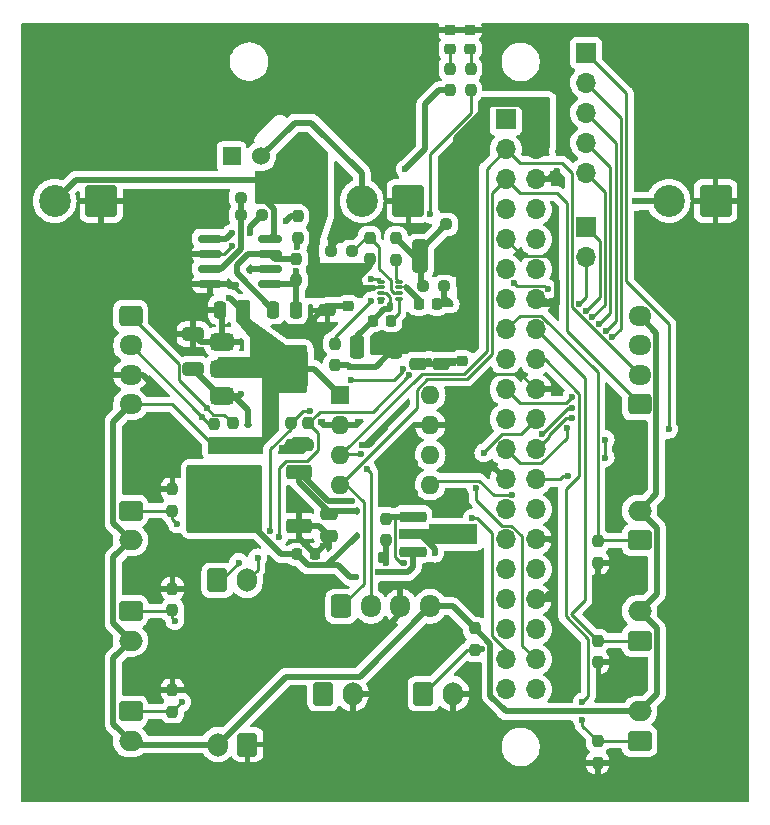
<source format=gbr>
%TF.GenerationSoftware,KiCad,Pcbnew,8.0.4-8.0.4-0~ubuntu22.04.1*%
%TF.CreationDate,2024-09-03T10:52:32+09:00*%
%TF.ProjectId,control_board,636f6e74-726f-46c5-9f62-6f6172642e6b,rev?*%
%TF.SameCoordinates,Original*%
%TF.FileFunction,Copper,L1,Top*%
%TF.FilePolarity,Positive*%
%FSLAX46Y46*%
G04 Gerber Fmt 4.6, Leading zero omitted, Abs format (unit mm)*
G04 Created by KiCad (PCBNEW 8.0.4-8.0.4-0~ubuntu22.04.1) date 2024-09-03 10:52:32*
%MOMM*%
%LPD*%
G01*
G04 APERTURE LIST*
G04 Aperture macros list*
%AMRoundRect*
0 Rectangle with rounded corners*
0 $1 Rounding radius*
0 $2 $3 $4 $5 $6 $7 $8 $9 X,Y pos of 4 corners*
0 Add a 4 corners polygon primitive as box body*
4,1,4,$2,$3,$4,$5,$6,$7,$8,$9,$2,$3,0*
0 Add four circle primitives for the rounded corners*
1,1,$1+$1,$2,$3*
1,1,$1+$1,$4,$5*
1,1,$1+$1,$6,$7*
1,1,$1+$1,$8,$9*
0 Add four rect primitives between the rounded corners*
20,1,$1+$1,$2,$3,$4,$5,0*
20,1,$1+$1,$4,$5,$6,$7,0*
20,1,$1+$1,$6,$7,$8,$9,0*
20,1,$1+$1,$8,$9,$2,$3,0*%
%AMFreePoly0*
4,1,9,5.362500,-0.866500,1.237500,-0.866500,1.237500,-0.450000,-1.237500,-0.450000,-1.237500,0.450000,1.237500,0.450000,1.237500,0.866500,5.362500,0.866500,5.362500,-0.866500,5.362500,-0.866500,$1*%
G04 Aperture macros list end*
%TA.AperFunction,SMDPad,CuDef*%
%ADD10RoundRect,0.225000X-0.225000X-0.250000X0.225000X-0.250000X0.225000X0.250000X-0.225000X0.250000X0*%
%TD*%
%TA.AperFunction,SMDPad,CuDef*%
%ADD11RoundRect,0.250000X-0.400000X-1.150000X0.400000X-1.150000X0.400000X1.150000X-0.400000X1.150000X0*%
%TD*%
%TA.AperFunction,SMDPad,CuDef*%
%ADD12RoundRect,0.237500X-0.237500X0.250000X-0.237500X-0.250000X0.237500X-0.250000X0.237500X0.250000X0*%
%TD*%
%TA.AperFunction,SMDPad,CuDef*%
%ADD13RoundRect,0.237500X0.237500X-0.250000X0.237500X0.250000X-0.237500X0.250000X-0.237500X-0.250000X0*%
%TD*%
%TA.AperFunction,ComponentPad*%
%ADD14RoundRect,0.250000X0.750000X-0.600000X0.750000X0.600000X-0.750000X0.600000X-0.750000X-0.600000X0*%
%TD*%
%TA.AperFunction,ComponentPad*%
%ADD15O,2.000000X1.700000*%
%TD*%
%TA.AperFunction,SMDPad,CuDef*%
%ADD16RoundRect,0.237500X-0.250000X-0.237500X0.250000X-0.237500X0.250000X0.237500X-0.250000X0.237500X0*%
%TD*%
%TA.AperFunction,SMDPad,CuDef*%
%ADD17RoundRect,0.250000X0.650000X-0.325000X0.650000X0.325000X-0.650000X0.325000X-0.650000X-0.325000X0*%
%TD*%
%TA.AperFunction,ComponentPad*%
%ADD18RoundRect,0.250000X-0.600000X-0.725000X0.600000X-0.725000X0.600000X0.725000X-0.600000X0.725000X0*%
%TD*%
%TA.AperFunction,ComponentPad*%
%ADD19O,1.700000X1.950000*%
%TD*%
%TA.AperFunction,SMDPad,CuDef*%
%ADD20RoundRect,0.300000X-0.300000X-0.700000X0.300000X-0.700000X0.300000X0.700000X-0.300000X0.700000X0*%
%TD*%
%TA.AperFunction,ComponentPad*%
%ADD21RoundRect,0.250001X1.099999X1.099999X-1.099999X1.099999X-1.099999X-1.099999X1.099999X-1.099999X0*%
%TD*%
%TA.AperFunction,ComponentPad*%
%ADD22C,2.700000*%
%TD*%
%TA.AperFunction,SMDPad,CuDef*%
%ADD23RoundRect,0.250000X-0.475000X0.250000X-0.475000X-0.250000X0.475000X-0.250000X0.475000X0.250000X0*%
%TD*%
%TA.AperFunction,ComponentPad*%
%ADD24R,1.700000X1.700000*%
%TD*%
%TA.AperFunction,ComponentPad*%
%ADD25O,1.700000X1.700000*%
%TD*%
%TA.AperFunction,SMDPad,CuDef*%
%ADD26RoundRect,0.250000X0.850000X0.350000X-0.850000X0.350000X-0.850000X-0.350000X0.850000X-0.350000X0*%
%TD*%
%TA.AperFunction,SMDPad,CuDef*%
%ADD27RoundRect,0.250000X1.275000X1.125000X-1.275000X1.125000X-1.275000X-1.125000X1.275000X-1.125000X0*%
%TD*%
%TA.AperFunction,SMDPad,CuDef*%
%ADD28RoundRect,0.249997X2.950003X2.650003X-2.950003X2.650003X-2.950003X-2.650003X2.950003X-2.650003X0*%
%TD*%
%TA.AperFunction,SMDPad,CuDef*%
%ADD29RoundRect,0.237500X0.250000X0.237500X-0.250000X0.237500X-0.250000X-0.237500X0.250000X-0.237500X0*%
%TD*%
%TA.AperFunction,ComponentPad*%
%ADD30RoundRect,0.250000X-0.750000X0.600000X-0.750000X-0.600000X0.750000X-0.600000X0.750000X0.600000X0*%
%TD*%
%TA.AperFunction,ComponentPad*%
%ADD31R,1.600000X1.600000*%
%TD*%
%TA.AperFunction,ComponentPad*%
%ADD32O,1.600000X1.600000*%
%TD*%
%TA.AperFunction,ComponentPad*%
%ADD33RoundRect,0.250000X0.725000X-0.600000X0.725000X0.600000X-0.725000X0.600000X-0.725000X-0.600000X0*%
%TD*%
%TA.AperFunction,ComponentPad*%
%ADD34O,1.950000X1.700000*%
%TD*%
%TA.AperFunction,ComponentPad*%
%ADD35R,1.524000X1.524000*%
%TD*%
%TA.AperFunction,ComponentPad*%
%ADD36C,1.524000*%
%TD*%
%TA.AperFunction,ComponentPad*%
%ADD37RoundRect,0.250000X-0.600000X-0.750000X0.600000X-0.750000X0.600000X0.750000X-0.600000X0.750000X0*%
%TD*%
%TA.AperFunction,ComponentPad*%
%ADD38O,1.700000X2.000000*%
%TD*%
%TA.AperFunction,SMDPad,CuDef*%
%ADD39RoundRect,0.250000X-0.250000X-0.475000X0.250000X-0.475000X0.250000X0.475000X-0.250000X0.475000X0*%
%TD*%
%TA.AperFunction,ComponentPad*%
%ADD40RoundRect,0.250000X0.600000X0.750000X-0.600000X0.750000X-0.600000X-0.750000X0.600000X-0.750000X0*%
%TD*%
%TA.AperFunction,SMDPad,CuDef*%
%ADD41RoundRect,0.162500X-0.825000X-0.162500X0.825000X-0.162500X0.825000X0.162500X-0.825000X0.162500X0*%
%TD*%
%TA.AperFunction,SMDPad,CuDef*%
%ADD42RoundRect,0.218750X-0.256250X0.218750X-0.256250X-0.218750X0.256250X-0.218750X0.256250X0.218750X0*%
%TD*%
%TA.AperFunction,SMDPad,CuDef*%
%ADD43RoundRect,0.112500X-0.187500X-0.112500X0.187500X-0.112500X0.187500X0.112500X-0.187500X0.112500X0*%
%TD*%
%TA.AperFunction,SMDPad,CuDef*%
%ADD44RoundRect,0.225000X-0.250000X0.225000X-0.250000X-0.225000X0.250000X-0.225000X0.250000X0.225000X0*%
%TD*%
%TA.AperFunction,SMDPad,CuDef*%
%ADD45RoundRect,0.375000X-0.625000X-0.375000X0.625000X-0.375000X0.625000X0.375000X-0.625000X0.375000X0*%
%TD*%
%TA.AperFunction,SMDPad,CuDef*%
%ADD46RoundRect,0.500000X-0.500000X-1.400000X0.500000X-1.400000X0.500000X1.400000X-0.500000X1.400000X0*%
%TD*%
%TA.AperFunction,SMDPad,CuDef*%
%ADD47RoundRect,0.112500X-0.112500X0.187500X-0.112500X-0.187500X0.112500X-0.187500X0.112500X0.187500X0*%
%TD*%
%TA.AperFunction,SMDPad,CuDef*%
%ADD48RoundRect,0.225000X-0.925000X-0.225000X0.925000X-0.225000X0.925000X0.225000X-0.925000X0.225000X0*%
%TD*%
%TA.AperFunction,SMDPad,CuDef*%
%ADD49FreePoly0,0.000000*%
%TD*%
%TA.AperFunction,SMDPad,CuDef*%
%ADD50RoundRect,0.250000X0.250000X0.475000X-0.250000X0.475000X-0.250000X-0.475000X0.250000X-0.475000X0*%
%TD*%
%TA.AperFunction,ComponentPad*%
%ADD51RoundRect,0.250000X-0.725000X0.600000X-0.725000X-0.600000X0.725000X-0.600000X0.725000X0.600000X0*%
%TD*%
%TA.AperFunction,SMDPad,CuDef*%
%ADD52RoundRect,0.050000X-0.285000X-0.100000X0.285000X-0.100000X0.285000X0.100000X-0.285000X0.100000X0*%
%TD*%
%TA.AperFunction,ViaPad*%
%ADD53C,0.600000*%
%TD*%
%TA.AperFunction,Conductor*%
%ADD54C,0.500000*%
%TD*%
%TA.AperFunction,Conductor*%
%ADD55C,0.200000*%
%TD*%
%TA.AperFunction,Conductor*%
%ADD56C,0.250000*%
%TD*%
G04 APERTURE END LIST*
D10*
%TO.P,C4,1*%
%TO.N,Net-(U2-SS)*%
X152850000Y-91500000D03*
%TO.P,C4,2*%
%TO.N,GND*%
X154400000Y-91500000D03*
%TD*%
D11*
%TO.P,C2,1*%
%TO.N,Net-(C2-Pad1)*%
X152950000Y-87475000D03*
%TO.P,C2,2*%
%TO.N,+5V*%
X155750000Y-87475000D03*
%TD*%
D12*
%TO.P,R9,1*%
%TO.N,/supply detection*%
X142500000Y-87675000D03*
%TO.P,R9,2*%
%TO.N,Net-(C10-Pad2)*%
X142500000Y-89500000D03*
%TD*%
%TO.P,R19,1*%
%TO.N,/motor_control*%
X150050000Y-109675000D03*
%TO.P,R19,2*%
%TO.N,GND*%
X150050000Y-111500000D03*
%TD*%
D13*
%TO.P,R22,1*%
%TO.N,+3.3V*%
X143500000Y-103412500D03*
%TO.P,R22,2*%
%TO.N,/TX*%
X143500000Y-101587500D03*
%TD*%
D14*
%TO.P,J2,1,Pin_1*%
%TO.N,/Press1*%
X171550000Y-111500000D03*
D15*
%TO.P,J2,2,Pin_2*%
%TO.N,+3.3V*%
X171550000Y-109000000D03*
%TD*%
D16*
%TO.P,R5,1*%
%TO.N,Net-(C2-Pad1)*%
X153175000Y-90000000D03*
%TO.P,R5,2*%
%TO.N,GND*%
X155000000Y-90000000D03*
%TD*%
%TO.P,R6,1*%
%TO.N,Net-(C2-Pad1)*%
X155175000Y-84750000D03*
%TO.P,R6,2*%
%TO.N,+5V*%
X157000000Y-84750000D03*
%TD*%
D17*
%TO.P,C8,1*%
%TO.N,+5V*%
X133750000Y-97000000D03*
%TO.P,C8,2*%
%TO.N,GND*%
X133750000Y-94050000D03*
%TD*%
D18*
%TO.P,J10,1,Pin_1*%
%TO.N,/SCL*%
X146300000Y-117100000D03*
D19*
%TO.P,J10,2,Pin_2*%
%TO.N,/SDA*%
X148800000Y-117100000D03*
%TO.P,J10,3,Pin_3*%
%TO.N,GND*%
X151300000Y-117100000D03*
%TO.P,J10,4,Pin_4*%
%TO.N,+3.3V*%
X153800000Y-117100000D03*
%TD*%
D14*
%TO.P,J3,1,Pin_1*%
%TO.N,/Press2*%
X171550000Y-120000000D03*
D15*
%TO.P,J3,2,Pin_2*%
%TO.N,+3.3V*%
X171550000Y-117500000D03*
%TD*%
D20*
%TO.P,L1,1,1*%
%TO.N,Net-(U2-SW)*%
X147650000Y-95175000D03*
%TO.P,L1,2,2*%
%TO.N,+5V*%
X150850000Y-95175000D03*
%TD*%
D21*
%TO.P,J15,1,Pin_1*%
%TO.N,GND*%
X125980000Y-82775000D03*
D22*
%TO.P,J15,2,Pin_2*%
%TO.N,VDD*%
X122020000Y-82775000D03*
%TD*%
D23*
%TO.P,C7,1*%
%TO.N,+5V*%
X152750000Y-94675000D03*
%TO.P,C7,2*%
%TO.N,GND*%
X152750000Y-96575000D03*
%TD*%
D24*
%TO.P,J18,1,Pin_1*%
%TO.N,/7*%
X167000000Y-70240000D03*
D25*
%TO.P,J18,2,Pin_2*%
%TO.N,/8*%
X167000000Y-72780000D03*
%TO.P,J18,3,Pin_3*%
%TO.N,/9*%
X167000000Y-75320000D03*
%TO.P,J18,4,Pin_4*%
%TO.N,/10*%
X167000000Y-77860000D03*
%TO.P,J18,5,Pin_5*%
%TO.N,/11*%
X167000000Y-80400000D03*
%TD*%
D26*
%TO.P,U3,1,GND*%
%TO.N,GND*%
X142700000Y-110300000D03*
D27*
%TO.P,U3,2,VO*%
%TO.N,Net-(D3-A)*%
X138075000Y-109545000D03*
X138075000Y-106495000D03*
D28*
X136400000Y-108020000D03*
D27*
X134725000Y-109545000D03*
X134725000Y-106495000D03*
D26*
%TO.P,U3,3,VI*%
%TO.N,VDD*%
X142700000Y-105740000D03*
%TD*%
D13*
%TO.P,R24,1*%
%TO.N,Net-(J1-GPIO20{slash}MOSI1)*%
X157250000Y-73412500D03*
%TO.P,R24,2*%
%TO.N,Net-(D4-A)*%
X157250000Y-71587500D03*
%TD*%
%TO.P,R4,1*%
%TO.N,Net-(U2-FB)*%
X150925000Y-87750000D03*
%TO.P,R4,2*%
%TO.N,Net-(C2-Pad1)*%
X150925000Y-85925000D03*
%TD*%
D29*
%TO.P,R2,1*%
%TO.N,Net-(U2-EN)*%
X147205000Y-87030000D03*
%TO.P,R2,2*%
%TO.N,GND*%
X145380000Y-87030000D03*
%TD*%
D12*
%TO.P,R16,1*%
%TO.N,GND*%
X132000000Y-107175000D03*
%TO.P,R16,2*%
%TO.N,/Press4*%
X132000000Y-109000000D03*
%TD*%
%TO.P,R18,1*%
%TO.N,GND*%
X132000000Y-124187500D03*
%TO.P,R18,2*%
%TO.N,/Press6*%
X132000000Y-126012500D03*
%TD*%
D14*
%TO.P,J4,1,Pin_1*%
%TO.N,/Press3*%
X171550000Y-128500000D03*
D15*
%TO.P,J4,2,Pin_2*%
%TO.N,+3.3V*%
X171550000Y-126000000D03*
%TD*%
D30*
%TO.P,J6,1,Pin_1*%
%TO.N,/Press5*%
X128450000Y-117500000D03*
D15*
%TO.P,J6,2,Pin_2*%
%TO.N,+3.3V*%
X128450000Y-120000000D03*
%TD*%
D23*
%TO.P,C1,1*%
%TO.N,VDD*%
X145125000Y-90150000D03*
%TO.P,C1,2*%
%TO.N,GND*%
X145125000Y-92050000D03*
%TD*%
D31*
%TO.P,J20,1,VIN*%
%TO.N,+3.3V*%
X146200000Y-99210000D03*
D32*
%TO.P,J20,2,GND*%
%TO.N,GND*%
X146200000Y-101750000D03*
%TO.P,J20,3,SDA/T*%
%TO.N,/SDA*%
X146200000Y-104290000D03*
%TO.P,J20,4,SCL/R*%
%TO.N,/SCL*%
X146200000Y-106830000D03*
%TO.P,J20,5,RESET*%
%TO.N,/BNO055_reset*%
X153820000Y-106830000D03*
%TO.P,J20,6,INT*%
%TO.N,unconnected-(J20-INT-Pad6)*%
X153820000Y-104290000D03*
%TO.P,J20,7,GND*%
%TO.N,GND*%
X153820000Y-101750000D03*
%TO.P,J20,8,VOUT*%
%TO.N,unconnected-(J20-VOUT-Pad8)*%
X153820000Y-99210000D03*
%TD*%
D33*
%TO.P,J8,1,Pin_1*%
%TO.N,/SCL*%
X171550000Y-100000000D03*
D34*
%TO.P,J8,2,Pin_2*%
%TO.N,/SDA*%
X171550000Y-97500000D03*
%TO.P,J8,3,Pin_3*%
%TO.N,GND*%
X171550000Y-95000000D03*
%TO.P,J8,4,Pin_4*%
%TO.N,+3.3V*%
X171550000Y-92500000D03*
%TD*%
D21*
%TO.P,J14,1,Pin_1*%
%TO.N,GND*%
X177980000Y-82775000D03*
D22*
%TO.P,J14,2,Pin_2*%
%TO.N,VDD*%
X174020000Y-82775000D03*
%TD*%
D13*
%TO.P,R8,1*%
%TO.N,+3.3V*%
X135500000Y-103500000D03*
%TO.P,R8,2*%
%TO.N,/SDA*%
X135500000Y-101675000D03*
%TD*%
D35*
%TO.P,SW1,1,A*%
%TO.N,unconnected-(SW1-A-Pad1)*%
X137000000Y-79000000D03*
D36*
%TO.P,SW1,2,B*%
%TO.N,Net-(J13-Pin_2)*%
X139500000Y-79000000D03*
%TO.P,SW1,3,C*%
%TO.N,VDD*%
X142000000Y-79000000D03*
%TD*%
D13*
%TO.P,R14,1*%
%TO.N,GND*%
X168000000Y-121825000D03*
%TO.P,R14,2*%
%TO.N,/Press2*%
X168000000Y-120000000D03*
%TD*%
D16*
%TO.P,R11,1*%
%TO.N,Net-(R10-Pad1)*%
X137775000Y-84000000D03*
%TO.P,R11,2*%
%TO.N,Net-(R11-Pad2)*%
X139600000Y-84000000D03*
%TD*%
D37*
%TO.P,J16,1,Pin_1*%
%TO.N,/RX*%
X135800000Y-114900000D03*
D38*
%TO.P,J16,2,Pin_2*%
%TO.N,/TX*%
X138300000Y-114900000D03*
%TD*%
D39*
%TO.P,C10,1*%
%TO.N,/supply detection*%
X140550000Y-92000000D03*
%TO.P,C10,2*%
%TO.N,Net-(C10-Pad2)*%
X142450000Y-92000000D03*
%TD*%
D13*
%TO.P,R15,1*%
%TO.N,GND*%
X168000000Y-130325000D03*
%TO.P,R15,2*%
%TO.N,/Press3*%
X168000000Y-128500000D03*
%TD*%
D40*
%TO.P,J19,1,Pin_1*%
%TO.N,GND*%
X138350000Y-128800000D03*
D38*
%TO.P,J19,2,Pin_2*%
%TO.N,+3.3V*%
X135850000Y-128800000D03*
%TD*%
D41*
%TO.P,U4,1*%
%TO.N,Net-(R11-Pad2)*%
X135157500Y-85960000D03*
%TO.P,U4,2,-*%
%TO.N,GND*%
X135157500Y-87230000D03*
%TO.P,U4,3,+*%
%TO.N,Net-(R10-Pad1)*%
X135157500Y-88500000D03*
%TO.P,U4,4,GND*%
%TO.N,GND*%
X135157500Y-89770000D03*
%TO.P,U4,5,+*%
%TO.N,Net-(C10-Pad2)*%
X140232500Y-89770000D03*
%TO.P,U4,6,-*%
%TO.N,GND*%
X140232500Y-88500000D03*
%TO.P,U4,7*%
%TO.N,/supply detection*%
X140232500Y-87230000D03*
%TO.P,U4,8,VCC*%
%TO.N,VDD*%
X140232500Y-85960000D03*
%TD*%
D30*
%TO.P,J7,1,Pin_1*%
%TO.N,/Press6*%
X128450000Y-126000000D03*
D15*
%TO.P,J7,2,Pin_2*%
%TO.N,+3.3V*%
X128450000Y-128500000D03*
%TD*%
D13*
%TO.P,R23,1*%
%TO.N,+3.3V*%
X155500000Y-73412500D03*
%TO.P,R23,2*%
%TO.N,Net-(D1-A)*%
X155500000Y-71587500D03*
%TD*%
D37*
%TO.P,J11,1,Pin_1*%
%TO.N,Net-(J11-Pin_1)*%
X144750000Y-124500000D03*
D38*
%TO.P,J11,2,Pin_2*%
%TO.N,GND*%
X147250000Y-124500000D03*
%TD*%
D42*
%TO.P,D1,1,K*%
%TO.N,GND*%
X155500000Y-68337500D03*
%TO.P,D1,2,A*%
%TO.N,Net-(D1-A)*%
X155500000Y-69912500D03*
%TD*%
D37*
%TO.P,J12,1,Pin_1*%
%TO.N,/limit_switch*%
X153250000Y-124500000D03*
D38*
%TO.P,J12,2,Pin_2*%
%TO.N,GND*%
X155750000Y-124500000D03*
%TD*%
D10*
%TO.P,C14,1*%
%TO.N,Net-(D3-A)*%
X142550000Y-112700000D03*
%TO.P,C14,2*%
%TO.N,GND*%
X144100000Y-112700000D03*
%TD*%
D43*
%TO.P,D2,1,K*%
%TO.N,+5V*%
X138400000Y-101750000D03*
%TO.P,D2,2,A*%
%TO.N,+3.3V*%
X140500000Y-101750000D03*
%TD*%
D23*
%TO.P,C6,1*%
%TO.N,+5V*%
X154750000Y-94675000D03*
%TO.P,C6,2*%
%TO.N,GND*%
X154750000Y-96575000D03*
%TD*%
D13*
%TO.P,R13,1*%
%TO.N,GND*%
X168000000Y-113412500D03*
%TO.P,R13,2*%
%TO.N,/Press1*%
X168000000Y-111587500D03*
%TD*%
D44*
%TO.P,C12,1*%
%TO.N,+5V*%
X156500000Y-94800000D03*
%TO.P,C12,2*%
%TO.N,GND*%
X156500000Y-96350000D03*
%TD*%
D24*
%TO.P,J17,1,Pin_1*%
%TO.N,/12*%
X167000000Y-84990000D03*
D25*
%TO.P,J17,2,Pin_2*%
%TO.N,/13*%
X167000000Y-87530000D03*
%TD*%
D45*
%TO.P,U1,1,GND*%
%TO.N,GND*%
X136200000Y-94700000D03*
%TO.P,U1,2,VO*%
%TO.N,+3.3V*%
X136200000Y-97000000D03*
D46*
X142500000Y-97000000D03*
D45*
%TO.P,U1,3,VI*%
%TO.N,+5V*%
X136200000Y-99300000D03*
%TD*%
D47*
%TO.P,D3,1,K*%
%TO.N,VDD*%
X147600000Y-109050000D03*
%TO.P,D3,2,A*%
%TO.N,Net-(D3-A)*%
X147600000Y-111150000D03*
%TD*%
D13*
%TO.P,R7,1*%
%TO.N,+3.3V*%
X137100000Y-103412500D03*
%TO.P,R7,2*%
%TO.N,/SCL*%
X137100000Y-101587500D03*
%TD*%
%TO.P,R3,1*%
%TO.N,+5V*%
X145750000Y-96675000D03*
%TO.P,R3,2*%
%TO.N,Net-(U2-PG)*%
X145750000Y-94850000D03*
%TD*%
D12*
%TO.P,R17,1*%
%TO.N,GND*%
X132000000Y-115600000D03*
%TO.P,R17,2*%
%TO.N,/Press5*%
X132000000Y-117425000D03*
%TD*%
%TO.P,R12,1*%
%TO.N,Net-(R11-Pad2)*%
X142600000Y-84087500D03*
%TO.P,R12,2*%
%TO.N,Net-(C10-Pad2)*%
X142600000Y-85912500D03*
%TD*%
D48*
%TO.P,Q1,1,B*%
%TO.N,/motor_control*%
X152350000Y-109500000D03*
D49*
%TO.P,Q1,2,E*%
%TO.N,Net-(J11-Pin_1)*%
X152437500Y-111000000D03*
D48*
%TO.P,Q1,3,C*%
%TO.N,Net-(D3-A)*%
X152350000Y-112500000D03*
%TD*%
D21*
%TO.P,J13,1,Pin_1*%
%TO.N,GND*%
X151980000Y-82775000D03*
D22*
%TO.P,J13,2,Pin_2*%
%TO.N,Net-(J13-Pin_2)*%
X148020000Y-82775000D03*
%TD*%
D23*
%TO.P,C13,1*%
%TO.N,VDD*%
X145250000Y-109250000D03*
%TO.P,C13,2*%
%TO.N,GND*%
X145250000Y-111150000D03*
%TD*%
D50*
%TO.P,C9,1*%
%TO.N,+3.3V*%
X137900000Y-92000000D03*
%TO.P,C9,2*%
%TO.N,GND*%
X136000000Y-92000000D03*
%TD*%
D13*
%TO.P,R1,1*%
%TO.N,VDD*%
X148695000Y-87712500D03*
%TO.P,R1,2*%
%TO.N,Net-(U2-EN)*%
X148695000Y-85887500D03*
%TD*%
D10*
%TO.P,C5,1*%
%TO.N,Net-(U2-SW)*%
X148975000Y-92900000D03*
%TO.P,C5,2*%
%TO.N,Net-(U2-BST)*%
X150525000Y-92900000D03*
%TD*%
D51*
%TO.P,J9,1,Pin_1*%
%TO.N,/SCL*%
X128450000Y-92500000D03*
D34*
%TO.P,J9,2,Pin_2*%
%TO.N,/SDA*%
X128450000Y-95000000D03*
%TO.P,J9,3,Pin_3*%
%TO.N,GND*%
X128450000Y-97500000D03*
%TO.P,J9,4,Pin_4*%
%TO.N,+3.3V*%
X128450000Y-100000000D03*
%TD*%
D42*
%TO.P,D4,1,K*%
%TO.N,GND*%
X157200000Y-68312500D03*
%TO.P,D4,2,A*%
%TO.N,Net-(D4-A)*%
X157200000Y-69887500D03*
%TD*%
D16*
%TO.P,R10,1*%
%TO.N,Net-(R10-Pad1)*%
X137775000Y-82500000D03*
%TO.P,R10,2*%
%TO.N,VDD*%
X139600000Y-82500000D03*
%TD*%
D30*
%TO.P,J5,1,Pin_1*%
%TO.N,/Press4*%
X128450000Y-109000000D03*
D15*
%TO.P,J5,2,Pin_2*%
%TO.N,+3.3V*%
X128450000Y-111500000D03*
%TD*%
D13*
%TO.P,R20,1*%
%TO.N,/limit_switch*%
X157600000Y-120800000D03*
%TO.P,R20,2*%
%TO.N,+3.3V*%
X157600000Y-118975000D03*
%TD*%
D52*
%TO.P,U2,1,PG*%
%TO.N,Net-(U2-PG)*%
X149675000Y-89600000D03*
%TO.P,U2,2,VIN*%
%TO.N,VDD*%
X149675000Y-90100000D03*
%TO.P,U2,3,SW*%
%TO.N,Net-(U2-SW)*%
X149675000Y-90600000D03*
%TO.P,U2,4,GND*%
%TO.N,GND*%
X149675000Y-91100000D03*
%TO.P,U2,5,BST*%
%TO.N,Net-(U2-BST)*%
X151155000Y-91100000D03*
%TO.P,U2,6,EN*%
%TO.N,Net-(U2-EN)*%
X151155000Y-90600000D03*
%TO.P,U2,7,SS*%
%TO.N,Net-(U2-SS)*%
X151155000Y-90100000D03*
%TO.P,U2,8,FB*%
%TO.N,Net-(U2-FB)*%
X151155000Y-89600000D03*
%TD*%
D44*
%TO.P,C3,1*%
%TO.N,VDD*%
X146875000Y-90125000D03*
%TO.P,C3,2*%
%TO.N,GND*%
X146875000Y-91675000D03*
%TD*%
D13*
%TO.P,R21,1*%
%TO.N,+3.3V*%
X142000000Y-103412500D03*
%TO.P,R21,2*%
%TO.N,/RX*%
X142000000Y-101587500D03*
%TD*%
D24*
%TO.P,J1,1,3V3*%
%TO.N,Net-(D5-A)*%
X160217500Y-75870000D03*
D25*
%TO.P,J1,2,5V*%
%TO.N,+5V*%
X162757500Y-75870000D03*
%TO.P,J1,3,SDA/GPIO2*%
%TO.N,/SDA*%
X160217500Y-78410000D03*
%TO.P,J1,4,5V*%
%TO.N,+5V*%
X162757500Y-78410000D03*
%TO.P,J1,5,SCL/GPIO3*%
%TO.N,/SCL*%
X160217500Y-80950000D03*
%TO.P,J1,6,GND*%
%TO.N,GND*%
X162757500Y-80950000D03*
%TO.P,J1,7,GCLK0/GPIO4*%
%TO.N,unconnected-(J1-GCLK0{slash}GPIO4-Pad7)*%
X160217500Y-83490000D03*
%TO.P,J1,8,GPIO14/TXD*%
%TO.N,/TX*%
X162757500Y-83490000D03*
%TO.P,J1,9,GND*%
%TO.N,GND*%
X160217500Y-86030000D03*
%TO.P,J1,10,GPIO15/RXD*%
%TO.N,/RX*%
X162757500Y-86030000D03*
%TO.P,J1,11,GPIO17*%
%TO.N,/motor_control*%
X160217500Y-88570000D03*
%TO.P,J1,12,GPIO18/PWM0*%
%TO.N,unconnected-(J1-GPIO18{slash}PWM0-Pad12)*%
X162757500Y-88570000D03*
%TO.P,J1,13,GPIO27*%
%TO.N,/Press6*%
X160217500Y-91110000D03*
%TO.P,J1,14,GND*%
%TO.N,GND*%
X162757500Y-91110000D03*
%TO.P,J1,15,GPIO22*%
%TO.N,/Press1*%
X160217500Y-93650000D03*
%TO.P,J1,16,GPIO23*%
%TO.N,/Press2*%
X162757500Y-93650000D03*
%TO.P,J1,17,3V3*%
%TO.N,Net-(D5-A)*%
X160217500Y-96190000D03*
%TO.P,J1,18,GPIO24*%
%TO.N,/Press3*%
X162757500Y-96190000D03*
%TO.P,J1,19,MOSI0/GPIO10*%
%TO.N,/10*%
X160217500Y-98730000D03*
%TO.P,J1,20,GND*%
%TO.N,GND*%
X162757500Y-98730000D03*
%TO.P,J1,21,MISO0/GPIO9*%
%TO.N,/9*%
X160217500Y-101270000D03*
%TO.P,J1,22,GPIO25*%
%TO.N,/Press4*%
X162757500Y-101270000D03*
%TO.P,J1,23,SCLK0/GPIO11*%
%TO.N,/11*%
X160217500Y-103810000D03*
%TO.P,J1,24,~{CE0}/GPIO8*%
%TO.N,/8*%
X162757500Y-103810000D03*
%TO.P,J1,25,GND*%
%TO.N,GND*%
X160217500Y-106350000D03*
%TO.P,J1,26,~{CE1}/GPIO7*%
%TO.N,/7*%
X162757500Y-106350000D03*
%TO.P,J1,27,ID_SD/GPIO0*%
%TO.N,unconnected-(J1-ID_SD{slash}GPIO0-Pad27)*%
X160217500Y-108890000D03*
%TO.P,J1,28,ID_SC/GPIO1*%
%TO.N,unconnected-(J1-ID_SC{slash}GPIO1-Pad28)*%
X162757500Y-108890000D03*
%TO.P,J1,29,GCLK1/GPIO5*%
%TO.N,unconnected-(J1-GCLK1{slash}GPIO5-Pad29)*%
X160217500Y-111430000D03*
%TO.P,J1,30,GND*%
%TO.N,GND*%
X162757500Y-111430000D03*
%TO.P,J1,31,GCLK2/GPIO6*%
%TO.N,unconnected-(J1-GCLK2{slash}GPIO6-Pad31)*%
X160217500Y-113970000D03*
%TO.P,J1,32,PWM0/GPIO12*%
%TO.N,/12*%
X162757500Y-113970000D03*
%TO.P,J1,33,PWM1/GPIO13*%
%TO.N,/13*%
X160217500Y-116510000D03*
%TO.P,J1,34,GND*%
%TO.N,GND*%
X162757500Y-116510000D03*
%TO.P,J1,35,GPIO19/MISO1*%
%TO.N,/BNO055_reset*%
X160217500Y-119050000D03*
%TO.P,J1,36,GPIO16*%
%TO.N,/limit_switch*%
X162757500Y-119050000D03*
%TO.P,J1,37,GPIO26*%
%TO.N,/Press5*%
X160217500Y-121590000D03*
%TO.P,J1,38,GPIO20/MOSI1*%
%TO.N,Net-(J1-GPIO20{slash}MOSI1)*%
X162757500Y-121590000D03*
%TO.P,J1,39,GND*%
%TO.N,GND*%
X160217500Y-124130000D03*
%TO.P,J1,40,GPIO21/SCLK1*%
%TO.N,unconnected-(J1-GPIO21{slash}SCLK1-Pad40)*%
X162757500Y-124130000D03*
%TD*%
D53*
%TO.N,GND*%
X155500000Y-91500000D03*
%TO.N,+5V*%
X137800000Y-99100000D03*
X147000000Y-96800000D03*
%TO.N,GND*%
X134900000Y-122000000D03*
X129700000Y-101900000D03*
X130000000Y-87500000D03*
X175000000Y-75000000D03*
X153700000Y-96296429D03*
X137025000Y-86552368D03*
X177500000Y-115000000D03*
X144600000Y-101450000D03*
X127500000Y-132500000D03*
X152500000Y-130000000D03*
X177500000Y-127500000D03*
X169700000Y-114700000D03*
X137500000Y-117500000D03*
X148007314Y-103398170D03*
X168300000Y-114700000D03*
X177500000Y-75000000D03*
X130000000Y-75000000D03*
X171000000Y-106000000D03*
X164450000Y-87800000D03*
X147500000Y-85000000D03*
X142500000Y-70000000D03*
X143250000Y-111850000D03*
X122500000Y-75000000D03*
X150000000Y-72500000D03*
X164500000Y-89000000D03*
X150000000Y-77500000D03*
X157000000Y-113000000D03*
X177500000Y-130000000D03*
X155000000Y-115000000D03*
X132500000Y-85000000D03*
X122500000Y-100000000D03*
X177500000Y-72500000D03*
X157000000Y-116000000D03*
X177500000Y-122500000D03*
X150000000Y-102000000D03*
X165000000Y-122500000D03*
X135000000Y-112500000D03*
X122500000Y-92500000D03*
X166000000Y-120500000D03*
X122500000Y-97500000D03*
X164700000Y-78550000D03*
X150100000Y-113450000D03*
X138550000Y-88600000D03*
X122500000Y-132500000D03*
X175000000Y-80000000D03*
X156000000Y-103000000D03*
X129800000Y-124100000D03*
X137350000Y-89900000D03*
X142700000Y-108600000D03*
X147500000Y-120000000D03*
X155000000Y-109000000D03*
X155000000Y-130000000D03*
X171000000Y-102000000D03*
X130000000Y-70000000D03*
X132500000Y-70000000D03*
X152500000Y-107500000D03*
X169800000Y-123400000D03*
X132500000Y-90000000D03*
X125000000Y-87500000D03*
X168400000Y-123400000D03*
X145000000Y-130000000D03*
X175000000Y-72500000D03*
X122500000Y-127500000D03*
X164583058Y-80210000D03*
X122500000Y-87500000D03*
X143700000Y-93000000D03*
X125000000Y-72500000D03*
X152500000Y-105000000D03*
X177500000Y-95000000D03*
X147500000Y-77500000D03*
X122500000Y-110000000D03*
X122500000Y-72500000D03*
X177500000Y-87500000D03*
X145000000Y-130000000D03*
X129800000Y-105600000D03*
X140100000Y-122200000D03*
X177500000Y-90000000D03*
X125000000Y-75000000D03*
X130000000Y-115600000D03*
X164500000Y-91500000D03*
X122500000Y-120000000D03*
X177500000Y-102500000D03*
X149624832Y-91266388D03*
X165000000Y-125000000D03*
X144775000Y-112025000D03*
X130000000Y-82500000D03*
X130500000Y-98500000D03*
X177500000Y-110000000D03*
%TO.N,/SCL*%
X134900000Y-100300000D03*
%TO.N,+3.3V*%
X136800000Y-91000000D03*
X139000000Y-103625000D03*
X141293883Y-103665000D03*
X151700000Y-80100000D03*
%TO.N,/SDA*%
X134525000Y-101075000D03*
X148456942Y-105456942D03*
X147950000Y-104196117D03*
%TO.N,Net-(C10-Pad2)*%
X142500000Y-88700000D03*
X142569159Y-86687500D03*
%TO.N,VDD*%
X147000000Y-88800000D03*
X171200000Y-82800000D03*
X147200000Y-108200000D03*
%TO.N,Net-(R11-Pad2)*%
X141600000Y-84500000D03*
X137025000Y-85500000D03*
X138600000Y-85500000D03*
%TO.N,/Press3*%
X166700000Y-126750000D03*
X166700000Y-125200000D03*
%TO.N,Net-(U2-PG)*%
X148825000Y-91250000D03*
X148845000Y-89375000D03*
%TO.N,/Press4*%
X132400000Y-110100000D03*
X158375000Y-104100000D03*
%TO.N,/Press5*%
X157382119Y-109628500D03*
X132200000Y-118300000D03*
%TO.N,/Press6*%
X132800000Y-125200000D03*
%TO.N,/motor_control*%
X151600000Y-113450000D03*
X168625000Y-104500000D03*
X163781347Y-90230089D03*
X160957500Y-89700000D03*
X168626019Y-102975000D03*
%TO.N,/limit_switch*%
X158167500Y-120739081D03*
%TO.N,/RX*%
X147150000Y-97933029D03*
X140295331Y-110704669D03*
X137600000Y-113400000D03*
X143679411Y-100524205D03*
X151487261Y-96987563D03*
%TO.N,/TX*%
X141000000Y-111200000D03*
X152059688Y-97546429D03*
X139200000Y-113000000D03*
%TO.N,Net-(J1-GPIO20{slash}MOSI1)*%
X157733058Y-107083058D03*
X153830000Y-83900132D03*
%TO.N,Net-(D3-A)*%
X147550000Y-114588781D03*
X149425000Y-114200000D03*
%TO.N,Net-(J11-Pin_1)*%
X154200000Y-112600000D03*
%TO.N,/BNO055_reset*%
X160750553Y-107649693D03*
%TO.N,/7*%
X174000000Y-102100000D03*
X165500000Y-106100000D03*
%TO.N,/9*%
X165825000Y-100334981D03*
X168686539Y-93752655D03*
X163274124Y-102517240D03*
%TO.N,/10*%
X165825000Y-99400000D03*
X168120852Y-93186968D03*
%TO.N,/13*%
X166450000Y-91464860D03*
%TO.N,/12*%
X166989478Y-92055594D03*
%TO.N,/8*%
X169252226Y-94318342D03*
X165825000Y-101134984D03*
%TO.N,/11*%
X165375000Y-102000000D03*
X167555165Y-92621281D03*
%TD*%
D54*
%TO.N,Net-(C2-Pad1)*%
X153000000Y-87475000D02*
X153000000Y-89825000D01*
X153000000Y-89825000D02*
X153175000Y-90000000D01*
X153000000Y-87475000D02*
X153000000Y-86925000D01*
X153000000Y-86925000D02*
X155175000Y-84750000D01*
X153000000Y-87475000D02*
X152475000Y-87475000D01*
X152475000Y-87475000D02*
X150925000Y-85925000D01*
%TO.N,GND*%
X155000000Y-90000000D02*
X155000000Y-91000000D01*
X155000000Y-91000000D02*
X155500000Y-91500000D01*
X154400000Y-91500000D02*
X155500000Y-91500000D01*
%TO.N,Net-(U2-SS)*%
X152850000Y-91500000D02*
X152850000Y-91175000D01*
X152850000Y-91175000D02*
X151775000Y-90100000D01*
D55*
X151775000Y-90100000D02*
X151155000Y-90100000D01*
D54*
%TO.N,+5V*%
X136050000Y-99300000D02*
X133750000Y-97000000D01*
X149225000Y-96800000D02*
X150850000Y-95175000D01*
X156000000Y-77487500D02*
X156000000Y-78600000D01*
X138400000Y-101750000D02*
X138400000Y-100500000D01*
X147000000Y-96800000D02*
X149225000Y-96800000D01*
X161457500Y-74570000D02*
X158917500Y-74570000D01*
X137600000Y-99300000D02*
X137800000Y-99100000D01*
X146875000Y-96675000D02*
X147000000Y-96800000D01*
X162757500Y-75870000D02*
X161457500Y-74570000D01*
X152750000Y-94675000D02*
X151350000Y-94675000D01*
X137200000Y-99300000D02*
X136200000Y-99300000D01*
X136200000Y-99300000D02*
X136050000Y-99300000D01*
X138400000Y-100500000D02*
X137200000Y-99300000D01*
X145750000Y-96675000D02*
X146875000Y-96675000D01*
X158917500Y-74570000D02*
X156000000Y-77487500D01*
X151350000Y-94675000D02*
X150850000Y-95175000D01*
X162757500Y-78410000D02*
X162757500Y-75870000D01*
X136200000Y-99300000D02*
X137600000Y-99300000D01*
%TO.N,Net-(U2-SW)*%
X150425000Y-91956508D02*
X150425000Y-91463492D01*
X149918492Y-91956508D02*
X150425000Y-91956508D01*
D56*
X150091716Y-90600000D02*
X150425000Y-90933284D01*
D54*
X147650000Y-95175000D02*
X147650000Y-94225000D01*
X147650000Y-94225000D02*
X148975000Y-92900000D01*
D56*
X150425000Y-90933284D02*
X150425000Y-91463492D01*
D54*
X148975000Y-92900000D02*
X149918492Y-91956508D01*
D56*
X149675000Y-90600000D02*
X150091716Y-90600000D01*
D54*
%TO.N,GND*%
X140232500Y-88500000D02*
X138650000Y-88500000D01*
X129500000Y-97500000D02*
X130500000Y-98500000D01*
X146875000Y-91675000D02*
X145025000Y-91675000D01*
X148601830Y-103398170D02*
X150000000Y-102000000D01*
D56*
X149675000Y-91216220D02*
X149624832Y-91266388D01*
D54*
X163930000Y-111430000D02*
X164000000Y-111500000D01*
D56*
X162757500Y-98730000D02*
X161427500Y-97400000D01*
D54*
X150050000Y-111500000D02*
X150050000Y-113400000D01*
D56*
X164045000Y-87395000D02*
X164450000Y-87800000D01*
D54*
X142700000Y-110300000D02*
X142700000Y-111300000D01*
X145025000Y-91675000D02*
X143700000Y-93000000D01*
X145250000Y-111550000D02*
X144100000Y-112700000D01*
X146875000Y-91675000D02*
X145500000Y-91675000D01*
X136200000Y-92200000D02*
X136000000Y-92000000D01*
X145500000Y-91675000D02*
X145125000Y-92050000D01*
X145380000Y-86620000D02*
X146000000Y-86000000D01*
D56*
X161427500Y-97400000D02*
X158800000Y-97400000D01*
D54*
X163843058Y-80950000D02*
X164583058Y-80210000D01*
X128450000Y-97500000D02*
X129500000Y-97500000D01*
D56*
X135157500Y-89770000D02*
X135157500Y-89742500D01*
X136347368Y-87230000D02*
X137025000Y-86552368D01*
D54*
X163490000Y-116510000D02*
X164000000Y-116000000D01*
X164500000Y-89000000D02*
X164500000Y-89500000D01*
X164500000Y-91500000D02*
X163147500Y-91500000D01*
X164500000Y-89500000D02*
X164531347Y-89531347D01*
X162757500Y-111430000D02*
X163930000Y-111430000D01*
X156500000Y-96350000D02*
X154975000Y-96350000D01*
D56*
X135157500Y-89742500D02*
X135200000Y-89700000D01*
X137150000Y-89700000D02*
X137350000Y-89900000D01*
X135200000Y-89700000D02*
X137150000Y-89700000D01*
D54*
X144900000Y-101750000D02*
X144600000Y-101450000D01*
X142700000Y-110300000D02*
X142700000Y-108600000D01*
X142700000Y-110300000D02*
X144400000Y-110300000D01*
X159167500Y-105300000D02*
X157300000Y-105300000D01*
X162757500Y-116510000D02*
X163490000Y-116510000D01*
X144400000Y-110300000D02*
X145250000Y-111150000D01*
X148007314Y-103398170D02*
X148601830Y-103398170D01*
D56*
X158800000Y-97400000D02*
X158200000Y-98000000D01*
D54*
X154975000Y-96350000D02*
X154750000Y-96575000D01*
X136200000Y-94700000D02*
X134400000Y-94700000D01*
X136200000Y-94700000D02*
X136200000Y-92200000D01*
X162757500Y-80950000D02*
X163843058Y-80950000D01*
X145380000Y-87030000D02*
X145380000Y-86620000D01*
X153421429Y-96575000D02*
X153700000Y-96296429D01*
X142700000Y-111300000D02*
X144100000Y-112700000D01*
X154750000Y-96575000D02*
X152750000Y-96575000D01*
D56*
X135157500Y-87230000D02*
X136347368Y-87230000D01*
D54*
X152750000Y-96575000D02*
X153421429Y-96575000D01*
D56*
X160217500Y-86030000D02*
X161582500Y-87395000D01*
D54*
X150050000Y-113400000D02*
X150100000Y-113450000D01*
X146200000Y-101750000D02*
X144900000Y-101750000D01*
X164531347Y-89531347D02*
X164531347Y-91468653D01*
X134400000Y-94700000D02*
X133750000Y-94050000D01*
D56*
X149675000Y-91100000D02*
X149675000Y-91216220D01*
X161582500Y-87395000D02*
X164045000Y-87395000D01*
D54*
X164531347Y-91468653D02*
X164500000Y-91500000D01*
X145250000Y-111150000D02*
X145250000Y-111550000D01*
X138650000Y-88500000D02*
X138550000Y-88600000D01*
X150750000Y-118250000D02*
X150200000Y-118800000D01*
X151300000Y-117100000D02*
X151300000Y-117700000D01*
X151300000Y-117700000D02*
X150750000Y-118250000D01*
X160217500Y-106350000D02*
X159167500Y-105300000D01*
X135900000Y-95000000D02*
X136200000Y-94700000D01*
X163147500Y-91500000D02*
X162757500Y-91110000D01*
D56*
%TO.N,Net-(C2-Pad1)*%
X151000000Y-86000000D02*
X150925000Y-85925000D01*
%TO.N,/SCL*%
X156895448Y-97850000D02*
X159042500Y-95702948D01*
X171550000Y-100000000D02*
X165375000Y-93825000D01*
X165375000Y-93825000D02*
X165375000Y-82975000D01*
X148175000Y-115225000D02*
X148175000Y-108291116D01*
X164525000Y-82125000D02*
X161392500Y-82125000D01*
X146300000Y-117100000D02*
X148175000Y-115225000D01*
X146713884Y-106830000D02*
X146200000Y-106830000D01*
X165375000Y-82975000D02*
X164525000Y-82125000D01*
X136375000Y-100862500D02*
X137100000Y-101587500D01*
X159042500Y-95702948D02*
X159042500Y-82125000D01*
X153589009Y-97850000D02*
X156895448Y-97850000D01*
X159042500Y-82125000D02*
X160217500Y-80950000D01*
X148175000Y-108291116D02*
X146713884Y-106830000D01*
X152695000Y-98744009D02*
X153589009Y-97850000D01*
X132525000Y-97925000D02*
X134900000Y-100300000D01*
X128450000Y-92500000D02*
X132525000Y-96575000D01*
X161392500Y-82125000D02*
X160217500Y-80950000D01*
X146200000Y-106830000D02*
X152695000Y-100335000D01*
X152695000Y-100335000D02*
X152695000Y-98744009D01*
X135462500Y-100862500D02*
X136375000Y-100862500D01*
X132525000Y-96575000D02*
X132525000Y-97925000D01*
X134900000Y-100300000D02*
X135462500Y-100862500D01*
D54*
%TO.N,+3.3V*%
X173000000Y-110450000D02*
X171550000Y-109000000D01*
X171550000Y-117500000D02*
X173000000Y-116050000D01*
X127000000Y-101450000D02*
X128450000Y-100000000D01*
X155500000Y-73412500D02*
X154587500Y-73412500D01*
X127000000Y-127050000D02*
X127000000Y-121450000D01*
X128750000Y-128800000D02*
X128450000Y-128500000D01*
X136900000Y-91000000D02*
X137900000Y-92000000D01*
X172975000Y-93925000D02*
X171550000Y-92500000D01*
X171550000Y-126000000D02*
X173000000Y-124550000D01*
X173000000Y-118950000D02*
X171550000Y-117500000D01*
X158917500Y-120292500D02*
X158917500Y-124668478D01*
X143990000Y-97000000D02*
X146200000Y-99210000D01*
X147850000Y-123050000D02*
X153800000Y-117100000D01*
X136200000Y-97000000D02*
X136200000Y-97133274D01*
X160249022Y-126000000D02*
X171550000Y-126000000D01*
X172975000Y-107575000D02*
X172975000Y-93925000D01*
X153800000Y-117100000D02*
X155725000Y-117100000D01*
X154587500Y-73412500D02*
X153400000Y-74600000D01*
D56*
X142000000Y-103412500D02*
X141546383Y-103412500D01*
D54*
X142500000Y-97000000D02*
X143990000Y-97000000D01*
X128450000Y-111500000D02*
X127000000Y-110050000D01*
X141600000Y-123050000D02*
X147850000Y-123050000D01*
X136800000Y-91000000D02*
X136900000Y-91000000D01*
D56*
X128450000Y-100000000D02*
X132000000Y-100000000D01*
D54*
X128450000Y-128500000D02*
X127000000Y-127050000D01*
X173000000Y-124550000D02*
X173000000Y-118950000D01*
D56*
X141546383Y-103412500D02*
X141293883Y-103665000D01*
D54*
X158917500Y-124668478D02*
X160249022Y-126000000D01*
D56*
X132000000Y-100000000D02*
X135500000Y-103500000D01*
D54*
X153400000Y-74600000D02*
X153400000Y-78400000D01*
X157600000Y-118975000D02*
X158917500Y-120292500D01*
X127000000Y-121450000D02*
X128450000Y-120000000D01*
X155725000Y-117100000D02*
X157600000Y-118975000D01*
X173000000Y-116050000D02*
X173000000Y-110450000D01*
X127000000Y-118550000D02*
X127000000Y-112950000D01*
X128450000Y-120000000D02*
X127000000Y-118550000D01*
X135850000Y-128800000D02*
X128750000Y-128800000D01*
X127000000Y-112950000D02*
X128450000Y-111500000D01*
X135850000Y-128800000D02*
X141600000Y-123050000D01*
X153400000Y-78400000D02*
X151700000Y-80100000D01*
X127000000Y-110050000D02*
X127000000Y-101450000D01*
X171550000Y-109000000D02*
X172975000Y-107575000D01*
D56*
%TO.N,/SDA*%
X148800000Y-106890000D02*
X148800000Y-105800000D01*
X146200000Y-104290000D02*
X153090000Y-97400000D01*
X146293883Y-104196117D02*
X146200000Y-104290000D01*
X171550000Y-97500000D02*
X165825000Y-91775000D01*
X147950000Y-104196117D02*
X146293883Y-104196117D01*
X158592500Y-80035000D02*
X160217500Y-78410000D01*
X158592500Y-95516552D02*
X158592500Y-80035000D01*
X135125000Y-101675000D02*
X134525000Y-101075000D01*
X161392500Y-79585000D02*
X160217500Y-78410000D01*
X148800000Y-105800000D02*
X148456942Y-105456942D01*
X165825000Y-80425000D02*
X164985000Y-79585000D01*
X164985000Y-79585000D02*
X161392500Y-79585000D01*
X148800000Y-106890000D02*
X148800000Y-117100000D01*
X165825000Y-91775000D02*
X165825000Y-80425000D01*
X156709052Y-97400000D02*
X158592500Y-95516552D01*
X135500000Y-101675000D02*
X135125000Y-101675000D01*
X134525000Y-101075000D02*
X128450000Y-95000000D01*
X153090000Y-97400000D02*
X156709052Y-97400000D01*
D54*
%TO.N,/supply detection*%
X138404949Y-87230000D02*
X140232500Y-87230000D01*
X137450000Y-88184949D02*
X138404949Y-87230000D01*
X140550000Y-92000000D02*
X137450000Y-88900000D01*
X137450000Y-88900000D02*
X137450000Y-88184949D01*
X140677500Y-87675000D02*
X140232500Y-87230000D01*
X142500000Y-87675000D02*
X140677500Y-87675000D01*
%TO.N,Net-(C10-Pad2)*%
X140232500Y-89770000D02*
X142230000Y-89770000D01*
X142569159Y-85943341D02*
X142600000Y-85912500D01*
X142230000Y-89770000D02*
X142500000Y-89500000D01*
X142450000Y-89550000D02*
X142500000Y-89500000D01*
X142450000Y-92000000D02*
X142450000Y-89550000D01*
X142500000Y-89500000D02*
X142500000Y-88700000D01*
X142569159Y-86687500D02*
X142569159Y-85943341D01*
%TO.N,VDD*%
X122020000Y-82775000D02*
X123820000Y-80975000D01*
X174020000Y-82775000D02*
X171225000Y-82775000D01*
X171225000Y-82775000D02*
X171200000Y-82800000D01*
X139600000Y-82500000D02*
X139600000Y-81400000D01*
X145250000Y-109100000D02*
X142700000Y-106550000D01*
X146875000Y-90125000D02*
X149056508Y-90125000D01*
D56*
X149081508Y-90100000D02*
X149056508Y-90125000D01*
D54*
X148695000Y-88305000D02*
X146875000Y-90125000D01*
X145300000Y-109050000D02*
X145250000Y-109100000D01*
X147600000Y-109050000D02*
X145600000Y-109050000D01*
X140557500Y-85635000D02*
X140557500Y-83457500D01*
X140557500Y-83457500D02*
X139600000Y-82500000D01*
X139600000Y-81400000D02*
X140025000Y-80975000D01*
X148695000Y-87712500D02*
X148695000Y-88305000D01*
X142700000Y-106550000D02*
X142700000Y-105740000D01*
X123820000Y-80975000D02*
X140025000Y-80975000D01*
X140025000Y-80975000D02*
X142000000Y-79000000D01*
X145600000Y-109050000D02*
X145300000Y-109050000D01*
X145250000Y-109250000D02*
X145250000Y-109100000D01*
X145250000Y-109250000D02*
X145400000Y-109250000D01*
X140232500Y-85960000D02*
X140557500Y-85635000D01*
X142700000Y-105740000D02*
X145160000Y-108200000D01*
X145160000Y-108200000D02*
X147200000Y-108200000D01*
X145400000Y-109250000D02*
X145600000Y-109050000D01*
D56*
X149675000Y-90100000D02*
X149081508Y-90100000D01*
D54*
%TO.N,Net-(R10-Pad1)*%
X136144999Y-88500000D02*
X135157500Y-88500000D01*
X137775000Y-82500000D02*
X137775000Y-84000000D01*
X137775000Y-84000000D02*
X137775000Y-86869999D01*
X137775000Y-86869999D02*
X136144999Y-88500000D01*
%TO.N,Net-(R11-Pad2)*%
X135157500Y-85960000D02*
X136565000Y-85960000D01*
X136565000Y-85960000D02*
X137025000Y-85500000D01*
X138600000Y-85000000D02*
X139600000Y-84000000D01*
X142600000Y-84087500D02*
X142012500Y-84087500D01*
X142012500Y-84087500D02*
X141600000Y-84500000D01*
X138600000Y-85500000D02*
X138600000Y-85000000D01*
D56*
%TO.N,/Press1*%
X168000000Y-111587500D02*
X168000000Y-97230799D01*
X163244201Y-92475000D02*
X161392500Y-92475000D01*
X168000000Y-97230799D02*
X163244201Y-92475000D01*
X171550000Y-111500000D02*
X168087500Y-111500000D01*
X161392500Y-92475000D02*
X160217500Y-93650000D01*
X168087500Y-111500000D02*
X168000000Y-111587500D01*
%TO.N,/Press2*%
X165750000Y-117750000D02*
X166900000Y-116600000D01*
X168000000Y-120000000D02*
X165750000Y-117750000D01*
X166900000Y-97792500D02*
X162757500Y-93650000D01*
X166900000Y-116600000D02*
X166900000Y-97792500D01*
X171550000Y-120000000D02*
X168000000Y-120000000D01*
%TO.N,/Press3*%
X167200000Y-119836396D02*
X165300000Y-117936396D01*
X166450000Y-106033884D02*
X166450000Y-99141116D01*
X163498884Y-96190000D02*
X162757500Y-96190000D01*
X167200000Y-124700000D02*
X167200000Y-119836396D01*
X165300000Y-117936396D02*
X165300000Y-107183884D01*
X171550000Y-128500000D02*
X168000000Y-128500000D01*
X166700000Y-127200000D02*
X168000000Y-128500000D01*
X166700000Y-125200000D02*
X167200000Y-124700000D01*
X165300000Y-107183884D02*
X166450000Y-106033884D01*
X166700000Y-126750000D02*
X166700000Y-127200000D01*
X166450000Y-99141116D02*
X163498884Y-96190000D01*
%TO.N,Net-(U2-FB)*%
X150925000Y-87750000D02*
X150925000Y-89370000D01*
X150925000Y-89370000D02*
X151155000Y-89600000D01*
%TO.N,Net-(U2-PG)*%
X149450000Y-89375000D02*
X149675000Y-89600000D01*
X148845000Y-89375000D02*
X149450000Y-89375000D01*
X145750000Y-94850000D02*
X145750000Y-94325000D01*
X145750000Y-94325000D02*
X148825000Y-91250000D01*
%TO.N,Net-(U2-EN)*%
X150475000Y-89480000D02*
X150475000Y-90336716D01*
X148695000Y-85887500D02*
X148347500Y-85887500D01*
X150475000Y-90336716D02*
X150738284Y-90600000D01*
X150738284Y-90600000D02*
X151155000Y-90600000D01*
X149495000Y-86687500D02*
X149495000Y-88500000D01*
X149495000Y-88500000D02*
X150475000Y-89480000D01*
X148347500Y-85887500D02*
X147205000Y-87030000D01*
X148695000Y-85887500D02*
X149495000Y-86687500D01*
%TO.N,/Press4*%
X161527500Y-102500000D02*
X162757500Y-101270000D01*
X132000000Y-109000000D02*
X132000000Y-109700000D01*
X159865799Y-102500000D02*
X161527500Y-102500000D01*
X158375000Y-103990799D02*
X159865799Y-102500000D01*
X132000000Y-109700000D02*
X132400000Y-110100000D01*
X158375000Y-104100000D02*
X158375000Y-103990799D01*
X128450000Y-109000000D02*
X132000000Y-109000000D01*
%TO.N,/Press5*%
X128450000Y-117500000D02*
X131925000Y-117500000D01*
X160217500Y-120779328D02*
X160217500Y-121590000D01*
X132000000Y-118100000D02*
X132200000Y-118300000D01*
X131925000Y-117500000D02*
X132000000Y-117425000D01*
X157382119Y-109628500D02*
X157761692Y-109628500D01*
X157761692Y-109628500D02*
X159042500Y-110909308D01*
X132000000Y-117425000D02*
X132000000Y-118100000D01*
X159042500Y-119604328D02*
X160217500Y-120779328D01*
X159042500Y-110909308D02*
X159042500Y-119604328D01*
%TO.N,/Press6*%
X131987500Y-126000000D02*
X132000000Y-126012500D01*
X132000000Y-126000000D02*
X132800000Y-125200000D01*
X132000000Y-126012500D02*
X132000000Y-126000000D01*
X128450000Y-126000000D02*
X131987500Y-126000000D01*
%TO.N,/motor_control*%
X160957500Y-89700000D02*
X161192500Y-89935000D01*
D54*
X152350000Y-109500000D02*
X150900000Y-109500000D01*
D56*
X151365948Y-113450000D02*
X150870000Y-112954052D01*
X163486258Y-89935000D02*
X163781347Y-90230089D01*
X168626019Y-102975000D02*
X168625000Y-102976019D01*
X150870000Y-109530000D02*
X150900000Y-109500000D01*
X150870000Y-112954052D02*
X150870000Y-109530000D01*
X161192500Y-89935000D02*
X163486258Y-89935000D01*
D54*
X150900000Y-109500000D02*
X150225000Y-109500000D01*
D56*
X151600000Y-113450000D02*
X151365948Y-113450000D01*
X168626019Y-102975000D02*
X168626019Y-104498981D01*
X168626019Y-104498981D02*
X168625000Y-104500000D01*
%TO.N,/limit_switch*%
X153250000Y-124500000D02*
X156950000Y-120800000D01*
X156950000Y-120800000D02*
X157600000Y-120800000D01*
X158106581Y-120800000D02*
X158167500Y-120739081D01*
X157600000Y-120800000D02*
X158106581Y-120800000D01*
%TO.N,/RX*%
X136100000Y-114900000D02*
X137600000Y-113400000D01*
X135800000Y-114900000D02*
X136100000Y-114900000D01*
X142000000Y-102075000D02*
X140295331Y-103779669D01*
X143063295Y-100524205D02*
X143679411Y-100524205D01*
X142000000Y-101587500D02*
X142000000Y-102075000D01*
X142000000Y-101587500D02*
X143063295Y-100524205D01*
X151487261Y-97212739D02*
X151487261Y-96987563D01*
X140295331Y-103779669D02*
X140295331Y-110704669D01*
X147150000Y-97933029D02*
X150766971Y-97933029D01*
X151400000Y-97300000D02*
X151487261Y-97212739D01*
X150766971Y-97933029D02*
X151400000Y-97300000D01*
%TO.N,/TX*%
X143387076Y-104815000D02*
X141585000Y-104815000D01*
X139200000Y-113000000D02*
X139200000Y-114000000D01*
X144293750Y-100793750D02*
X144462500Y-100625000D01*
X144300000Y-103902076D02*
X143387076Y-104815000D01*
X148981117Y-100625000D02*
X152059688Y-97546429D01*
X143500000Y-101587500D02*
X144293750Y-100793750D01*
X141000000Y-105400000D02*
X141000000Y-111200000D01*
X144462500Y-100625000D02*
X148981117Y-100625000D01*
X143500000Y-101587500D02*
X144300000Y-102387500D01*
X144300000Y-102387500D02*
X144300000Y-103902076D01*
X139200000Y-114000000D02*
X138300000Y-114900000D01*
X141585000Y-104815000D02*
X141000000Y-105400000D01*
%TO.N,Net-(D1-A)*%
X155500000Y-71587500D02*
X155500000Y-69912500D01*
%TO.N,Net-(J1-GPIO20{slash}MOSI1)*%
X161582500Y-120415000D02*
X162757500Y-121590000D01*
X159920799Y-110255000D02*
X160704201Y-110255000D01*
X161582500Y-111133299D02*
X161582500Y-120415000D01*
X157250000Y-73412500D02*
X157250000Y-75363173D01*
X157733058Y-108067259D02*
X159920799Y-110255000D01*
X157733058Y-107083058D02*
X157733058Y-108067259D01*
X153830000Y-78783173D02*
X153830000Y-83900132D01*
X160704201Y-110255000D02*
X161582500Y-111133299D01*
X157250000Y-75363173D02*
X153830000Y-78783173D01*
%TO.N,Net-(D4-A)*%
X157250000Y-71587500D02*
X157250000Y-69937500D01*
X157250000Y-69937500D02*
X157200000Y-69887500D01*
D54*
%TO.N,Net-(D3-A)*%
X142550000Y-112700000D02*
X141230000Y-112700000D01*
X143475000Y-113625000D02*
X145125000Y-113625000D01*
X136450000Y-110050000D02*
X136425000Y-110025000D01*
X147000000Y-114600000D02*
X146025000Y-113625000D01*
X151910661Y-114200000D02*
X149425000Y-114200000D01*
X152350000Y-112500000D02*
X152350000Y-113760661D01*
X147011219Y-114588781D02*
X147000000Y-114600000D01*
X142550000Y-112700000D02*
X143475000Y-113625000D01*
X152350000Y-113760661D02*
X151910661Y-114200000D01*
X145125000Y-113625000D02*
X147600000Y-111150000D01*
X147550000Y-114588781D02*
X147011219Y-114588781D01*
X141230000Y-112700000D02*
X138075000Y-109545000D01*
X146025000Y-113625000D02*
X145125000Y-113625000D01*
%TO.N,Net-(J11-Pin_1)*%
X152960828Y-111000000D02*
X152437500Y-111000000D01*
X154200000Y-112600000D02*
X154200000Y-112239172D01*
X154200000Y-112239172D02*
X152960828Y-111000000D01*
D56*
%TO.N,Net-(U2-BST)*%
X151155000Y-92270000D02*
X151155000Y-91100000D01*
X150525000Y-92900000D02*
X151155000Y-92270000D01*
%TO.N,/BNO055_reset*%
X157991942Y-106458058D02*
X154191942Y-106458058D01*
X159183577Y-107649693D02*
X157991942Y-106458058D01*
X154191942Y-106458058D02*
X153820000Y-106830000D01*
X160750553Y-107649693D02*
X159183577Y-107649693D01*
%TO.N,/7*%
X167000000Y-70240000D02*
X170425000Y-73665000D01*
X174000000Y-93163299D02*
X174000000Y-102100000D01*
X165100000Y-106100000D02*
X164850000Y-106350000D01*
X164850000Y-106350000D02*
X162757500Y-106350000D01*
X170425000Y-89588299D02*
X174000000Y-93163299D01*
X170425000Y-81000000D02*
X170425000Y-89588299D01*
X165500000Y-106100000D02*
X165100000Y-106100000D01*
X170425000Y-73665000D02*
X170425000Y-81000000D01*
%TO.N,/9*%
X169525000Y-77845000D02*
X169525000Y-92914194D01*
X165456383Y-100334981D02*
X163274124Y-102517240D01*
X165825000Y-100334981D02*
X165456383Y-100334981D01*
X169525000Y-92914194D02*
X168686539Y-93752655D01*
X167000000Y-75320000D02*
X169525000Y-77845000D01*
%TO.N,/10*%
X167000000Y-77860000D02*
X169075000Y-79935000D01*
X169075000Y-92232820D02*
X168120852Y-93186968D01*
X169075000Y-79935000D02*
X169075000Y-92232820D01*
X165320000Y-99905000D02*
X161392500Y-99905000D01*
X161392500Y-99905000D02*
X160217500Y-98730000D01*
X165825000Y-99400000D02*
X165320000Y-99905000D01*
%TO.N,/13*%
X167000000Y-87530000D02*
X167000000Y-90914860D01*
X167000000Y-90914860D02*
X166450000Y-91464860D01*
%TO.N,/12*%
X168175000Y-90870072D02*
X166989478Y-92055594D01*
X167000000Y-84990000D02*
X168175000Y-86165000D01*
X168175000Y-86165000D02*
X168175000Y-90870072D01*
%TO.N,/8*%
X165825000Y-101134984D02*
X165356132Y-101134984D01*
X163899124Y-102776124D02*
X162865248Y-103810000D01*
X162865248Y-103810000D02*
X162757500Y-103810000D01*
X165356132Y-101134984D02*
X163899124Y-102591992D01*
X169975000Y-75755000D02*
X169975000Y-93595568D01*
X163899124Y-102591992D02*
X163899124Y-102776124D01*
X167000000Y-72780000D02*
X169975000Y-75755000D01*
X169975000Y-93595568D02*
X169252226Y-94318342D01*
%TO.N,/11*%
X163244201Y-104985000D02*
X161392500Y-104985000D01*
X165375000Y-102000000D02*
X165400000Y-102025000D01*
X165400000Y-102829201D02*
X163244201Y-104985000D01*
X165400000Y-102025000D02*
X165400000Y-102829201D01*
X168625000Y-91551446D02*
X167555165Y-92621281D01*
X167000000Y-80400000D02*
X168625000Y-82025000D01*
X161392500Y-104985000D02*
X160217500Y-103810000D01*
X168625000Y-82025000D02*
X168625000Y-91551446D01*
D54*
%TO.N,Net-(J13-Pin_2)*%
X142337500Y-76162500D02*
X139500000Y-79000000D01*
X143761118Y-76162500D02*
X142337500Y-76162500D01*
X148020000Y-82775000D02*
X148020000Y-80421382D01*
X148020000Y-80421382D02*
X143761118Y-76162500D01*
%TD*%
%TA.AperFunction,Conductor*%
%TO.N,VDD*%
G36*
X143465927Y-76932685D02*
G01*
X143486569Y-76949319D01*
X145163681Y-78626431D01*
X145197166Y-78687753D01*
X145200000Y-78714111D01*
X145200000Y-83978928D01*
X145193038Y-84019891D01*
X144500000Y-85999997D01*
X144500000Y-86372942D01*
X144481539Y-86438038D01*
X144456595Y-86478477D01*
X144456591Y-86478486D01*
X144446698Y-86508342D01*
X144402326Y-86642247D01*
X144402326Y-86642248D01*
X144402325Y-86642248D01*
X144392000Y-86743315D01*
X144392000Y-87316669D01*
X144392001Y-87316687D01*
X144402325Y-87417752D01*
X144402326Y-87417755D01*
X144456591Y-87581513D01*
X144456592Y-87581516D01*
X144481539Y-87621962D01*
X144500000Y-87687056D01*
X144500000Y-88000000D01*
X145020668Y-88000000D01*
X145033269Y-88000641D01*
X145080823Y-88005500D01*
X145679176Y-88005499D01*
X145726724Y-88000641D01*
X145739325Y-88000000D01*
X146845668Y-88000000D01*
X146858269Y-88000641D01*
X146905823Y-88005500D01*
X147504176Y-88005499D01*
X147551724Y-88000641D01*
X147564325Y-88000000D01*
X148745500Y-88000000D01*
X148812539Y-88019685D01*
X148858294Y-88072489D01*
X148869500Y-88124000D01*
X148869500Y-88455861D01*
X148849815Y-88522900D01*
X148797011Y-88568655D01*
X148759383Y-88579081D01*
X148665750Y-88589630D01*
X148665745Y-88589631D01*
X148495476Y-88649211D01*
X148342737Y-88745184D01*
X148215184Y-88872737D01*
X148119211Y-89025476D01*
X148059631Y-89195745D01*
X148059630Y-89195750D01*
X148039435Y-89374996D01*
X148039435Y-89375003D01*
X148059630Y-89554249D01*
X148059631Y-89554254D01*
X148119211Y-89724523D01*
X148166120Y-89799177D01*
X148215184Y-89877262D01*
X148342738Y-90004816D01*
X148495478Y-90100789D01*
X148665745Y-90160368D01*
X148665749Y-90160369D01*
X148739641Y-90168694D01*
X148759984Y-90170986D01*
X148824398Y-90198052D01*
X148863953Y-90255646D01*
X148866092Y-90325483D01*
X148861457Y-90339693D01*
X148847289Y-90375623D01*
X148804384Y-90430768D01*
X148745817Y-90453356D01*
X148645749Y-90464630D01*
X148645745Y-90464631D01*
X148475476Y-90524211D01*
X148322737Y-90620184D01*
X148195184Y-90747737D01*
X148099211Y-90900476D01*
X148093446Y-90916954D01*
X148052725Y-90973730D01*
X147987772Y-90999478D01*
X147976404Y-91000000D01*
X147752375Y-91000000D01*
X147685336Y-90980315D01*
X147664694Y-90963682D01*
X147622678Y-90921666D01*
X147578044Y-90877032D01*
X147578041Y-90877030D01*
X147578040Y-90877029D01*
X147433705Y-90788001D01*
X147433699Y-90787998D01*
X147433697Y-90787997D01*
X147424656Y-90785001D01*
X147272709Y-90734651D01*
X147173346Y-90724500D01*
X146576662Y-90724500D01*
X146576644Y-90724501D01*
X146477292Y-90734650D01*
X146477289Y-90734651D01*
X146316305Y-90787996D01*
X146316294Y-90788001D01*
X146171959Y-90877029D01*
X146171955Y-90877032D01*
X146160807Y-90888181D01*
X146099484Y-90921666D01*
X146073126Y-90924500D01*
X144951080Y-90924500D01*
X144806092Y-90953340D01*
X144806082Y-90953343D01*
X144716231Y-90990561D01*
X144668779Y-91000000D01*
X143324500Y-91000000D01*
X143257461Y-90980315D01*
X143211706Y-90927511D01*
X143200500Y-90876000D01*
X143200500Y-90382052D01*
X143220185Y-90315013D01*
X143236819Y-90294371D01*
X143275544Y-90255646D01*
X143320340Y-90210850D01*
X143410908Y-90064016D01*
X143465174Y-89900253D01*
X143475500Y-89799177D01*
X143475499Y-89200824D01*
X143465174Y-89099747D01*
X143410908Y-88935984D01*
X143321827Y-88791561D01*
X143303388Y-88724170D01*
X143304146Y-88712592D01*
X143305565Y-88700000D01*
X143305565Y-88699997D01*
X143285369Y-88520748D01*
X143285202Y-88520271D01*
X143285185Y-88519942D01*
X143283820Y-88513963D01*
X143284867Y-88513723D01*
X143281636Y-88450493D01*
X143314564Y-88391626D01*
X143315064Y-88391125D01*
X143320340Y-88385850D01*
X143410908Y-88239016D01*
X143465174Y-88075253D01*
X143475500Y-87974177D01*
X143475499Y-87375824D01*
X143465174Y-87274747D01*
X143410908Y-87110984D01*
X143410904Y-87110978D01*
X143410903Y-87110975D01*
X143351424Y-87014545D01*
X143332983Y-86947153D01*
X143339919Y-86908501D01*
X143354527Y-86866755D01*
X143372219Y-86709727D01*
X143399285Y-86645315D01*
X143407756Y-86635933D01*
X143420340Y-86623350D01*
X143510908Y-86476516D01*
X143565174Y-86312753D01*
X143575500Y-86211677D01*
X143575499Y-85613324D01*
X143565174Y-85512247D01*
X143510908Y-85348484D01*
X143420340Y-85201650D01*
X143306371Y-85087681D01*
X143272886Y-85026358D01*
X143277870Y-84956666D01*
X143306371Y-84912319D01*
X143319190Y-84899500D01*
X143420340Y-84798350D01*
X143510908Y-84651516D01*
X143565174Y-84487753D01*
X143575500Y-84386677D01*
X143575499Y-83788324D01*
X143574057Y-83774211D01*
X143565174Y-83687247D01*
X143540321Y-83612247D01*
X143510908Y-83523484D01*
X143420340Y-83376650D01*
X143298350Y-83254660D01*
X143151516Y-83164092D01*
X143084994Y-83142048D01*
X143027551Y-83102276D01*
X143000728Y-83037760D01*
X143000000Y-83024343D01*
X143000000Y-83000000D01*
X139124000Y-83000000D01*
X139056961Y-82980315D01*
X139011206Y-82927511D01*
X139000000Y-82876000D01*
X139000000Y-80334661D01*
X139019685Y-80267622D01*
X139072489Y-80221867D01*
X139141647Y-80211923D01*
X139156083Y-80214884D01*
X139279932Y-80248070D01*
X139437123Y-80261822D01*
X139499998Y-80267323D01*
X139500000Y-80267323D01*
X139500002Y-80267323D01*
X139555017Y-80262509D01*
X139720068Y-80248070D01*
X139933450Y-80190894D01*
X140133662Y-80097534D01*
X140314620Y-79970826D01*
X140470826Y-79814620D01*
X140597534Y-79633662D01*
X140690894Y-79433450D01*
X140748070Y-79220068D01*
X140767323Y-79000000D01*
X140755793Y-78868213D01*
X140769559Y-78799715D01*
X140791637Y-78769729D01*
X142612049Y-76949319D01*
X142673372Y-76915834D01*
X142699730Y-76913000D01*
X143398888Y-76913000D01*
X143465927Y-76932685D01*
G37*
%TD.AperFunction*%
%TD*%
%TA.AperFunction,Conductor*%
%TO.N,+5V*%
G36*
X163943039Y-74019685D02*
G01*
X163988794Y-74072489D01*
X164000000Y-74124000D01*
X164000000Y-78123710D01*
X163980995Y-78189681D01*
X163974211Y-78200477D01*
X163914631Y-78370745D01*
X163914630Y-78370750D01*
X163894435Y-78549996D01*
X163894435Y-78550003D01*
X163914630Y-78729249D01*
X163914631Y-78729254D01*
X163937478Y-78794545D01*
X163941039Y-78864324D01*
X163906310Y-78924952D01*
X163844317Y-78957179D01*
X163820436Y-78959500D01*
X161702952Y-78959500D01*
X161635913Y-78939815D01*
X161615271Y-78923181D01*
X161557737Y-78865647D01*
X161524252Y-78804324D01*
X161525643Y-78745872D01*
X161530096Y-78729254D01*
X161552563Y-78645408D01*
X161573159Y-78410000D01*
X161552563Y-78174592D01*
X161491403Y-77946337D01*
X161391535Y-77732171D01*
X161255995Y-77538599D01*
X161134067Y-77416671D01*
X161100584Y-77355351D01*
X161105568Y-77285659D01*
X161147439Y-77229725D01*
X161178415Y-77212810D01*
X161309831Y-77163796D01*
X161425046Y-77077546D01*
X161511296Y-76962331D01*
X161561591Y-76827483D01*
X161568000Y-76767873D01*
X161567999Y-74972128D01*
X161561591Y-74912517D01*
X161511296Y-74777669D01*
X161511295Y-74777668D01*
X161511293Y-74777664D01*
X161425047Y-74662455D01*
X161425044Y-74662452D01*
X161309835Y-74576206D01*
X161309828Y-74576202D01*
X161174982Y-74525908D01*
X161174983Y-74525908D01*
X161115383Y-74519501D01*
X161115381Y-74519500D01*
X161115373Y-74519500D01*
X161115364Y-74519500D01*
X159319629Y-74519500D01*
X159319623Y-74519501D01*
X159260016Y-74525908D01*
X159125171Y-74576202D01*
X159125164Y-74576206D01*
X159009955Y-74662452D01*
X159009952Y-74662455D01*
X158923706Y-74777664D01*
X158923702Y-74777671D01*
X158873408Y-74912517D01*
X158867001Y-74972116D01*
X158867001Y-74972123D01*
X158867000Y-74972135D01*
X158867000Y-76767870D01*
X158867001Y-76767876D01*
X158873408Y-76827483D01*
X158923702Y-76962328D01*
X158923706Y-76962335D01*
X159009952Y-77077544D01*
X159009955Y-77077547D01*
X159125164Y-77163793D01*
X159125171Y-77163797D01*
X159256581Y-77212810D01*
X159312515Y-77254681D01*
X159336932Y-77320145D01*
X159322080Y-77388418D01*
X159300930Y-77416673D01*
X159179003Y-77538600D01*
X159043465Y-77732169D01*
X159043464Y-77732171D01*
X158943598Y-77946335D01*
X158943594Y-77946344D01*
X158882438Y-78174586D01*
X158882436Y-78174596D01*
X158861841Y-78409999D01*
X158861841Y-78410000D01*
X158882436Y-78645403D01*
X158882438Y-78645413D01*
X158909356Y-78745872D01*
X158907693Y-78815722D01*
X158877262Y-78865646D01*
X158454195Y-79288714D01*
X158193770Y-79549139D01*
X158193767Y-79549142D01*
X158150204Y-79592704D01*
X158106642Y-79636266D01*
X158074814Y-79683901D01*
X158074813Y-79683902D01*
X158038190Y-79738709D01*
X158038185Y-79738718D01*
X158026284Y-79767452D01*
X158004847Y-79819207D01*
X157999323Y-79832543D01*
X157991037Y-79852545D01*
X157991035Y-79852553D01*
X157967000Y-79973389D01*
X157967000Y-95206098D01*
X157947315Y-95273137D01*
X157930681Y-95293779D01*
X157627229Y-95597230D01*
X157565906Y-95630715D01*
X157541856Y-95633528D01*
X157341953Y-95637250D01*
X157274559Y-95618816D01*
X157251964Y-95600952D01*
X157203044Y-95552032D01*
X157203040Y-95552029D01*
X157058705Y-95463001D01*
X157058699Y-95462998D01*
X157058697Y-95462997D01*
X157058694Y-95462996D01*
X156897709Y-95409651D01*
X156798346Y-95399500D01*
X156201662Y-95399500D01*
X156201644Y-95399501D01*
X156102292Y-95409650D01*
X156102289Y-95409651D01*
X155941305Y-95462996D01*
X155941294Y-95463001D01*
X155796959Y-95552029D01*
X155796955Y-95552032D01*
X155785807Y-95563181D01*
X155724484Y-95596666D01*
X155698126Y-95599500D01*
X155441562Y-95599500D01*
X155402559Y-95593206D01*
X155377799Y-95585001D01*
X155377795Y-95585000D01*
X155275010Y-95574500D01*
X154224998Y-95574500D01*
X154224980Y-95574501D01*
X154121688Y-95585053D01*
X154055287Y-95573416D01*
X154049518Y-95570638D01*
X153879262Y-95511062D01*
X153879249Y-95511059D01*
X153700004Y-95490864D01*
X153699996Y-95490864D01*
X153520750Y-95511059D01*
X153520745Y-95511060D01*
X153350961Y-95570471D01*
X153297407Y-95576787D01*
X153275025Y-95574501D01*
X153275014Y-95574500D01*
X153275009Y-95574500D01*
X153275002Y-95574500D01*
X152224998Y-95574500D01*
X152224980Y-95574501D01*
X152122203Y-95585000D01*
X152122200Y-95585001D01*
X151955668Y-95640185D01*
X151955659Y-95640189D01*
X151821811Y-95722747D01*
X151759023Y-95741187D01*
X148876808Y-95794846D01*
X148809414Y-95776412D01*
X148762684Y-95724469D01*
X148750500Y-95670867D01*
X148750500Y-94430043D01*
X148750499Y-94430039D01*
X148735369Y-94295752D01*
X148735368Y-94295750D01*
X148735368Y-94295745D01*
X148735366Y-94295740D01*
X148733819Y-94288960D01*
X148736000Y-94288461D01*
X148732977Y-94229332D01*
X148765900Y-94170466D01*
X149024549Y-93911818D01*
X149085872Y-93878333D01*
X149112230Y-93875499D01*
X149248338Y-93875499D01*
X149248344Y-93875499D01*
X149248352Y-93875498D01*
X149248355Y-93875498D01*
X149302760Y-93869940D01*
X149347708Y-93865349D01*
X149508697Y-93812003D01*
X149653044Y-93722968D01*
X149662319Y-93713693D01*
X149723642Y-93680208D01*
X149793334Y-93685192D01*
X149837681Y-93713693D01*
X149846955Y-93722967D01*
X149846959Y-93722970D01*
X149991294Y-93811998D01*
X149991297Y-93811999D01*
X149991303Y-93812003D01*
X150152292Y-93865349D01*
X150251655Y-93875500D01*
X150798344Y-93875499D01*
X150798352Y-93875498D01*
X150798355Y-93875498D01*
X150852760Y-93869940D01*
X150897708Y-93865349D01*
X151058697Y-93812003D01*
X151203044Y-93722968D01*
X151322968Y-93603044D01*
X151412003Y-93458697D01*
X151465349Y-93297708D01*
X151475500Y-93198345D01*
X151475499Y-92885452D01*
X151495183Y-92818414D01*
X151511812Y-92797777D01*
X151640858Y-92668733D01*
X151709312Y-92566285D01*
X151736932Y-92499603D01*
X151756463Y-92452452D01*
X151770098Y-92383903D01*
X151780501Y-92331606D01*
X151780501Y-92267315D01*
X151800186Y-92200276D01*
X151852990Y-92154521D01*
X151906172Y-92143326D01*
X151948010Y-92143892D01*
X152014774Y-92164479D01*
X152047033Y-92197786D01*
X152047551Y-92197377D01*
X152051616Y-92202518D01*
X152051867Y-92202777D01*
X152052030Y-92203041D01*
X152052032Y-92203044D01*
X152171955Y-92322967D01*
X152171959Y-92322970D01*
X152316294Y-92411998D01*
X152316297Y-92411999D01*
X152316303Y-92412003D01*
X152477292Y-92465349D01*
X152576655Y-92475500D01*
X153123344Y-92475499D01*
X153123352Y-92475498D01*
X153123355Y-92475498D01*
X153177760Y-92469940D01*
X153222708Y-92465349D01*
X153383697Y-92412003D01*
X153528044Y-92322968D01*
X153537319Y-92313693D01*
X153598642Y-92280208D01*
X153668334Y-92285192D01*
X153712681Y-92313693D01*
X153721955Y-92322967D01*
X153721959Y-92322970D01*
X153866294Y-92411998D01*
X153866297Y-92411999D01*
X153866303Y-92412003D01*
X154027292Y-92465349D01*
X154126655Y-92475500D01*
X154673344Y-92475499D01*
X154673352Y-92475498D01*
X154673355Y-92475498D01*
X154727760Y-92469940D01*
X154772708Y-92465349D01*
X154933697Y-92412003D01*
X155078044Y-92322968D01*
X155113715Y-92287296D01*
X155175035Y-92253812D01*
X155242350Y-92257937D01*
X155320737Y-92285366D01*
X155320743Y-92285367D01*
X155320745Y-92285368D01*
X155320746Y-92285368D01*
X155320750Y-92285369D01*
X155499996Y-92305565D01*
X155500000Y-92305565D01*
X155500004Y-92305565D01*
X155679249Y-92285369D01*
X155679251Y-92285368D01*
X155679255Y-92285368D01*
X155679258Y-92285366D01*
X155679262Y-92285366D01*
X155757648Y-92257937D01*
X155849522Y-92225789D01*
X155863953Y-92216720D01*
X155931182Y-92197718D01*
X156100000Y-92200000D01*
X156096318Y-92091392D01*
X156113720Y-92023726D01*
X156125921Y-92008052D01*
X156125479Y-92007700D01*
X156129812Y-92002265D01*
X156129816Y-92002262D01*
X156225789Y-91849522D01*
X156285368Y-91679255D01*
X156285369Y-91679249D01*
X156305565Y-91500003D01*
X156305565Y-91499996D01*
X156285369Y-91320750D01*
X156285368Y-91320745D01*
X156225788Y-91150476D01*
X156129815Y-90997737D01*
X156091359Y-90959281D01*
X156057874Y-90897958D01*
X156055112Y-90875810D01*
X156000000Y-89250000D01*
X155832552Y-89250000D01*
X155765513Y-89230315D01*
X155744871Y-89213681D01*
X155710851Y-89179661D01*
X155710850Y-89179660D01*
X155593176Y-89107078D01*
X155564018Y-89089093D01*
X155564013Y-89089091D01*
X155537025Y-89080148D01*
X155400253Y-89034826D01*
X155400251Y-89034825D01*
X155299178Y-89024500D01*
X154700830Y-89024500D01*
X154700812Y-89024501D01*
X154599747Y-89034825D01*
X154435984Y-89089092D01*
X154435981Y-89089093D01*
X154289148Y-89179661D01*
X154255129Y-89213681D01*
X154193806Y-89247166D01*
X154167448Y-89250000D01*
X154068453Y-89250000D01*
X154001414Y-89230315D01*
X153955659Y-89177511D01*
X153945715Y-89108353D01*
X153962914Y-89060904D01*
X154034810Y-88944340D01*
X154034814Y-88944334D01*
X154089999Y-88777797D01*
X154100500Y-88675009D01*
X154100499Y-86937228D01*
X154120184Y-86870190D01*
X154136813Y-86849552D01*
X155224548Y-85761817D01*
X155285871Y-85728333D01*
X155312229Y-85725499D01*
X155474170Y-85725499D01*
X155474176Y-85725499D01*
X155575253Y-85715174D01*
X155739016Y-85660908D01*
X155885850Y-85570340D01*
X156007840Y-85448350D01*
X156098408Y-85301516D01*
X156152674Y-85137753D01*
X156163000Y-85036677D01*
X156162999Y-84463324D01*
X156162922Y-84462574D01*
X156152674Y-84362247D01*
X156143882Y-84335716D01*
X156098408Y-84198484D01*
X156007840Y-84051650D01*
X155885850Y-83929660D01*
X155739016Y-83839092D01*
X155575253Y-83784826D01*
X155575251Y-83784825D01*
X155474178Y-83774500D01*
X154875830Y-83774500D01*
X154875812Y-83774501D01*
X154774747Y-83784825D01*
X154774744Y-83784826D01*
X154767741Y-83787147D01*
X154697913Y-83789545D01*
X154637872Y-83753811D01*
X154611701Y-83710394D01*
X154555790Y-83550612D01*
X154542406Y-83529312D01*
X154474505Y-83421248D01*
X154455500Y-83355277D01*
X154455500Y-79451187D01*
X154456115Y-79438849D01*
X154495844Y-79041552D01*
X154522101Y-78976809D01*
X154531530Y-78966232D01*
X157735857Y-75761907D01*
X157804311Y-75659459D01*
X157851463Y-75545625D01*
X157875500Y-75424779D01*
X157875500Y-74359481D01*
X157895185Y-74292442D01*
X157934404Y-74253942D01*
X157935295Y-74253392D01*
X157948350Y-74245340D01*
X158070340Y-74123350D01*
X158085672Y-74098491D01*
X158110092Y-74058903D01*
X158162040Y-74012178D01*
X158215630Y-74000000D01*
X163876000Y-74000000D01*
X163943039Y-74019685D01*
G37*
%TD.AperFunction*%
%TD*%
%TA.AperFunction,Conductor*%
%TO.N,+3.3V*%
G36*
X138543039Y-91219685D02*
G01*
X138588794Y-91272489D01*
X138600000Y-91324000D01*
X138600000Y-92800000D01*
X140330768Y-94069230D01*
X141599999Y-95000000D01*
X141600000Y-95000000D01*
X143276000Y-95000000D01*
X143343039Y-95019685D01*
X143388794Y-95072489D01*
X143400000Y-95124000D01*
X143400000Y-98876000D01*
X143380315Y-98943039D01*
X143327511Y-98988794D01*
X143276000Y-99000000D01*
X141000000Y-99000000D01*
X141000000Y-102139047D01*
X140980315Y-102206086D01*
X140963681Y-102226728D01*
X139809475Y-103380933D01*
X139809469Y-103380941D01*
X139741023Y-103483374D01*
X139741015Y-103483388D01*
X139707678Y-103563876D01*
X139702154Y-103577212D01*
X139693868Y-103597214D01*
X139693866Y-103597222D01*
X139669831Y-103718058D01*
X139669831Y-104076000D01*
X139650146Y-104143039D01*
X139597342Y-104188794D01*
X139545831Y-104200000D01*
X135124000Y-104200000D01*
X135056961Y-104180315D01*
X135011206Y-104127511D01*
X135000000Y-104076000D01*
X135000000Y-102924000D01*
X135019685Y-102856961D01*
X135072489Y-102811206D01*
X135124000Y-102800000D01*
X139600000Y-102800000D01*
X139600000Y-97800000D01*
X135924000Y-97800000D01*
X135856961Y-97780315D01*
X135811206Y-97727511D01*
X135800000Y-97676000D01*
X135800000Y-96124000D01*
X135819685Y-96056961D01*
X135872489Y-96011206D01*
X135924000Y-96000000D01*
X138600000Y-96000000D01*
X138600000Y-94400001D01*
X138600000Y-94400000D01*
X137429852Y-93034827D01*
X137401169Y-92971116D01*
X137400000Y-92954129D01*
X137400000Y-91324000D01*
X137419685Y-91256961D01*
X137472489Y-91211206D01*
X137524000Y-91200000D01*
X138476000Y-91200000D01*
X138543039Y-91219685D01*
G37*
%TD.AperFunction*%
%TA.AperFunction,Conductor*%
G36*
X143617539Y-102819685D02*
G01*
X143663294Y-102872489D01*
X143674500Y-102924000D01*
X143674500Y-103591623D01*
X143654815Y-103658662D01*
X143638181Y-103679304D01*
X143164305Y-104153181D01*
X143102982Y-104186666D01*
X143076624Y-104189500D01*
X141523392Y-104189500D01*
X141497838Y-104194583D01*
X141482584Y-104197617D01*
X141458394Y-104200000D01*
X141058952Y-104200000D01*
X140991913Y-104180315D01*
X140946158Y-104127511D01*
X140936214Y-104058353D01*
X140965239Y-103994797D01*
X140971271Y-103988319D01*
X141527431Y-103432159D01*
X142123270Y-102836318D01*
X142184593Y-102802834D01*
X142210951Y-102800000D01*
X143550500Y-102800000D01*
X143617539Y-102819685D01*
G37*
%TD.AperFunction*%
%TD*%
%TA.AperFunction,Conductor*%
%TO.N,GND*%
G36*
X131124848Y-109645185D02*
G01*
X131163348Y-109684404D01*
X131177788Y-109707816D01*
X131179660Y-109710850D01*
X131301650Y-109832840D01*
X131370061Y-109875036D01*
X131416786Y-109926984D01*
X131419525Y-109933123D01*
X131445685Y-109996281D01*
X131445689Y-109996288D01*
X131466367Y-110027234D01*
X131466368Y-110027235D01*
X131514140Y-110098731D01*
X131514141Y-110098732D01*
X131514142Y-110098733D01*
X131573789Y-110158380D01*
X131607273Y-110219701D01*
X131609327Y-110232177D01*
X131614630Y-110279249D01*
X131674210Y-110449521D01*
X131739476Y-110553391D01*
X131770184Y-110602262D01*
X131897738Y-110729816D01*
X131937277Y-110754660D01*
X132027918Y-110811614D01*
X132050478Y-110825789D01*
X132133430Y-110854815D01*
X132220745Y-110885368D01*
X132220750Y-110885369D01*
X132399996Y-110905565D01*
X132400000Y-110905565D01*
X132400004Y-110905565D01*
X132579247Y-110885369D01*
X132579247Y-110885368D01*
X132579255Y-110885368D01*
X132595991Y-110879511D01*
X132665764Y-110875947D01*
X132726393Y-110910674D01*
X132754650Y-110957546D01*
X132765183Y-110989333D01*
X132765186Y-110989339D01*
X132857285Y-111138653D01*
X132857288Y-111138657D01*
X132981342Y-111262711D01*
X132981346Y-111262714D01*
X133130655Y-111354810D01*
X133130658Y-111354811D01*
X133130664Y-111354815D01*
X133297200Y-111409999D01*
X133399988Y-111420500D01*
X133399991Y-111420500D01*
X136749991Y-111420500D01*
X138837770Y-111420500D01*
X138904809Y-111440185D01*
X138925451Y-111456819D01*
X139471288Y-112002656D01*
X139504773Y-112063979D01*
X139499789Y-112133671D01*
X139457917Y-112189604D01*
X139392453Y-112214021D01*
X139369724Y-112213557D01*
X139200004Y-112194435D01*
X139199996Y-112194435D01*
X139020750Y-112214630D01*
X139020745Y-112214631D01*
X138850476Y-112274211D01*
X138697737Y-112370184D01*
X138570184Y-112497737D01*
X138474211Y-112650476D01*
X138412332Y-112827318D01*
X138409648Y-112826378D01*
X138381738Y-112876200D01*
X138320055Y-112909018D01*
X138250422Y-112903278D01*
X138207332Y-112875254D01*
X138102262Y-112770184D01*
X137949523Y-112674211D01*
X137779254Y-112614631D01*
X137779249Y-112614630D01*
X137600004Y-112594435D01*
X137599996Y-112594435D01*
X137420750Y-112614630D01*
X137420745Y-112614631D01*
X137250476Y-112674211D01*
X137097737Y-112770184D01*
X136970184Y-112897737D01*
X136874210Y-113050478D01*
X136814630Y-113220750D01*
X136809326Y-113267825D01*
X136782258Y-113332238D01*
X136773787Y-113341620D01*
X136721506Y-113393901D01*
X136660183Y-113427386D01*
X136594821Y-113423926D01*
X136552798Y-113410001D01*
X136450010Y-113399500D01*
X135149998Y-113399500D01*
X135149981Y-113399501D01*
X135047203Y-113410000D01*
X135047200Y-113410001D01*
X134880668Y-113465185D01*
X134880663Y-113465187D01*
X134731342Y-113557289D01*
X134607289Y-113681342D01*
X134515187Y-113830663D01*
X134515185Y-113830668D01*
X134487349Y-113914670D01*
X134460001Y-113997203D01*
X134460001Y-113997204D01*
X134460000Y-113997204D01*
X134449500Y-114099983D01*
X134449500Y-115700001D01*
X134449501Y-115700018D01*
X134460000Y-115802796D01*
X134460001Y-115802799D01*
X134515185Y-115969331D01*
X134515187Y-115969336D01*
X134540269Y-116010000D01*
X134607288Y-116118656D01*
X134731344Y-116242712D01*
X134880666Y-116334814D01*
X135047203Y-116389999D01*
X135149991Y-116400500D01*
X136450008Y-116400499D01*
X136552797Y-116389999D01*
X136719334Y-116334814D01*
X136868656Y-116242712D01*
X136992712Y-116118656D01*
X137084814Y-115969334D01*
X137084814Y-115969331D01*
X137088178Y-115963879D01*
X137140126Y-115917154D01*
X137209088Y-115905931D01*
X137273170Y-115933774D01*
X137281398Y-115941294D01*
X137420213Y-116080109D01*
X137592179Y-116205048D01*
X137592181Y-116205049D01*
X137592184Y-116205051D01*
X137781588Y-116301557D01*
X137983757Y-116367246D01*
X138193713Y-116400500D01*
X138193714Y-116400500D01*
X138406286Y-116400500D01*
X138406287Y-116400500D01*
X138616243Y-116367246D01*
X138818412Y-116301557D01*
X139007816Y-116205051D01*
X139038507Y-116182753D01*
X139179786Y-116080109D01*
X139179788Y-116080106D01*
X139179792Y-116080104D01*
X139330104Y-115929792D01*
X139330106Y-115929788D01*
X139330109Y-115929786D01*
X139455048Y-115757820D01*
X139455047Y-115757820D01*
X139455051Y-115757816D01*
X139551557Y-115568412D01*
X139617246Y-115366243D01*
X139650500Y-115156287D01*
X139650500Y-114643713D01*
X139631721Y-114525152D01*
X139640675Y-114455864D01*
X139666513Y-114418077D01*
X139685858Y-114398733D01*
X139754311Y-114296286D01*
X139801463Y-114182452D01*
X139817184Y-114103416D01*
X139821878Y-114079820D01*
X139821878Y-114079816D01*
X139825500Y-114061607D01*
X139825500Y-113938393D01*
X139825500Y-113544854D01*
X139844507Y-113478881D01*
X139855300Y-113461705D01*
X139897904Y-113393901D01*
X139925788Y-113349524D01*
X139931837Y-113332238D01*
X139985368Y-113179255D01*
X139985848Y-113174999D01*
X140005565Y-113000003D01*
X140005565Y-112999997D01*
X139986442Y-112830276D01*
X139998496Y-112761454D01*
X140045845Y-112710074D01*
X140113456Y-112692450D01*
X140179862Y-112714176D01*
X140197343Y-112728711D01*
X140751584Y-113282952D01*
X140765379Y-113292169D01*
X140809508Y-113321655D01*
X140809510Y-113321656D01*
X140809513Y-113321658D01*
X140874505Y-113365084D01*
X140874506Y-113365084D01*
X140874507Y-113365085D01*
X140999769Y-113416970D01*
X141011087Y-113421658D01*
X141011091Y-113421658D01*
X141011092Y-113421659D01*
X141156079Y-113450500D01*
X141156082Y-113450500D01*
X141156083Y-113450500D01*
X141303918Y-113450500D01*
X141748126Y-113450500D01*
X141815165Y-113470185D01*
X141835807Y-113486819D01*
X141871955Y-113522967D01*
X141871959Y-113522970D01*
X142016294Y-113611998D01*
X142016297Y-113611999D01*
X142016303Y-113612003D01*
X142177292Y-113665349D01*
X142276655Y-113675500D01*
X142412769Y-113675499D01*
X142479809Y-113695183D01*
X142500451Y-113711818D01*
X142892049Y-114103416D01*
X142996584Y-114207951D01*
X142996587Y-114207953D01*
X142996588Y-114207954D01*
X143119503Y-114290083D01*
X143119506Y-114290085D01*
X143176079Y-114313518D01*
X143176080Y-114313518D01*
X143256088Y-114346659D01*
X143372241Y-114369763D01*
X143391468Y-114373587D01*
X143401081Y-114375500D01*
X143401082Y-114375500D01*
X143401083Y-114375500D01*
X143548918Y-114375500D01*
X145051082Y-114375500D01*
X145051083Y-114375500D01*
X145198917Y-114375500D01*
X145662770Y-114375500D01*
X145729809Y-114395185D01*
X145750451Y-114411819D01*
X146412707Y-115074074D01*
X146412717Y-115074085D01*
X146417047Y-115078415D01*
X146417048Y-115078416D01*
X146521584Y-115182952D01*
X146521587Y-115182954D01*
X146521589Y-115182956D01*
X146521590Y-115182957D01*
X146552900Y-115203876D01*
X146573745Y-115217804D01*
X146574928Y-115218594D01*
X146574931Y-115218597D01*
X146574932Y-115218597D01*
X146644505Y-115265084D01*
X146644506Y-115265084D01*
X146644507Y-115265085D01*
X146698144Y-115287302D01*
X146781087Y-115321658D01*
X146897755Y-115344865D01*
X146959666Y-115377250D01*
X146994240Y-115437965D01*
X146990501Y-115507735D01*
X146961245Y-115554163D01*
X146927227Y-115588181D01*
X146865904Y-115621666D01*
X146839546Y-115624500D01*
X145649998Y-115624500D01*
X145649981Y-115624501D01*
X145547203Y-115635000D01*
X145547200Y-115635001D01*
X145380668Y-115690185D01*
X145380663Y-115690187D01*
X145231342Y-115782289D01*
X145107289Y-115906342D01*
X145015187Y-116055663D01*
X145015186Y-116055666D01*
X144960001Y-116222203D01*
X144960001Y-116222204D01*
X144960000Y-116222204D01*
X144949500Y-116324983D01*
X144949500Y-117875001D01*
X144949501Y-117875018D01*
X144960000Y-117977796D01*
X144960001Y-117977799D01*
X145005766Y-118115907D01*
X145015186Y-118144334D01*
X145107288Y-118293656D01*
X145231344Y-118417712D01*
X145380666Y-118509814D01*
X145547203Y-118564999D01*
X145649991Y-118575500D01*
X146950008Y-118575499D01*
X147052797Y-118564999D01*
X147219334Y-118509814D01*
X147368656Y-118417712D01*
X147492712Y-118293656D01*
X147584814Y-118144334D01*
X147584814Y-118144331D01*
X147588178Y-118138879D01*
X147640126Y-118092154D01*
X147709088Y-118080931D01*
X147773170Y-118108774D01*
X147781398Y-118116294D01*
X147920213Y-118255109D01*
X148092179Y-118380048D01*
X148092181Y-118380049D01*
X148092184Y-118380051D01*
X148281588Y-118476557D01*
X148483757Y-118542246D01*
X148693713Y-118575500D01*
X148693714Y-118575500D01*
X148906286Y-118575500D01*
X148906287Y-118575500D01*
X149116243Y-118542246D01*
X149318412Y-118476557D01*
X149507816Y-118380051D01*
X149529789Y-118364086D01*
X149679786Y-118255109D01*
X149679788Y-118255106D01*
X149679792Y-118255104D01*
X149830104Y-118104792D01*
X149949991Y-117939779D01*
X150005320Y-117897115D01*
X150074933Y-117891136D01*
X150136729Y-117923741D01*
X150150627Y-117939781D01*
X150270272Y-118104459D01*
X150270276Y-118104464D01*
X150420535Y-118254723D01*
X150420540Y-118254727D01*
X150592442Y-118379620D01*
X150781782Y-118476095D01*
X150983867Y-118541756D01*
X151013707Y-118546482D01*
X151076843Y-118576411D01*
X151113775Y-118635721D01*
X151112779Y-118705584D01*
X151081993Y-118756637D01*
X147575451Y-122263181D01*
X147514128Y-122296666D01*
X147487770Y-122299500D01*
X141526080Y-122299500D01*
X141381092Y-122328340D01*
X141381086Y-122328342D01*
X141244508Y-122384914D01*
X141244496Y-122384921D01*
X141195269Y-122417813D01*
X141121588Y-122467044D01*
X141121580Y-122467050D01*
X136287626Y-127301004D01*
X136226303Y-127334489D01*
X136171550Y-127331542D01*
X136170986Y-127333892D01*
X136166246Y-127332754D01*
X136005458Y-127307288D01*
X135956287Y-127299500D01*
X135743713Y-127299500D01*
X135695042Y-127307208D01*
X135533760Y-127332753D01*
X135331585Y-127398444D01*
X135142179Y-127494951D01*
X134970213Y-127619890D01*
X134819890Y-127770213D01*
X134694948Y-127942184D01*
X134694947Y-127942185D01*
X134674765Y-127981795D01*
X134626791Y-128032591D01*
X134564281Y-128049500D01*
X129962148Y-128049500D01*
X129895109Y-128029815D01*
X129851663Y-127981795D01*
X129786963Y-127854815D01*
X129755051Y-127792184D01*
X129733921Y-127763101D01*
X129630109Y-127620213D01*
X129491294Y-127481398D01*
X129457809Y-127420075D01*
X129462793Y-127350383D01*
X129504665Y-127294450D01*
X129513879Y-127288178D01*
X129519331Y-127284814D01*
X129519334Y-127284814D01*
X129668656Y-127192712D01*
X129792712Y-127068656D01*
X129884814Y-126919334D01*
X129939999Y-126752797D01*
X129941623Y-126736898D01*
X129968018Y-126672207D01*
X130025198Y-126632055D01*
X130064981Y-126625500D01*
X131050099Y-126625500D01*
X131117138Y-126645185D01*
X131155638Y-126684404D01*
X131170078Y-126707816D01*
X131179660Y-126723350D01*
X131301650Y-126845340D01*
X131448484Y-126935908D01*
X131612247Y-126990174D01*
X131713323Y-127000500D01*
X132286676Y-127000499D01*
X132286684Y-127000498D01*
X132286687Y-127000498D01*
X132342030Y-126994844D01*
X132387753Y-126990174D01*
X132551516Y-126935908D01*
X132698350Y-126845340D01*
X132820340Y-126723350D01*
X132910908Y-126576516D01*
X132965174Y-126412753D01*
X132975500Y-126311677D01*
X132975499Y-126074665D01*
X132995183Y-126007626D01*
X133047987Y-125961871D01*
X133058540Y-125957624D01*
X133149522Y-125925789D01*
X133302262Y-125829816D01*
X133429816Y-125702262D01*
X133525789Y-125549522D01*
X133585368Y-125379255D01*
X133592541Y-125315596D01*
X133605565Y-125200003D01*
X133605565Y-125199996D01*
X133585369Y-125020748D01*
X133585368Y-125020745D01*
X133554085Y-124931344D01*
X133525789Y-124850478D01*
X133498991Y-124807830D01*
X133476340Y-124771781D01*
X133429816Y-124697738D01*
X133302262Y-124570184D01*
X133295326Y-124565826D01*
X133149523Y-124474211D01*
X132979254Y-124414631D01*
X132979249Y-124414630D01*
X132800004Y-124394435D01*
X132799996Y-124394435D01*
X132620750Y-124414630D01*
X132620737Y-124414633D01*
X132575277Y-124430541D01*
X132534322Y-124437500D01*
X131025001Y-124437500D01*
X131025001Y-124486654D01*
X131035319Y-124587652D01*
X131089546Y-124751300D01*
X131089551Y-124751311D01*
X131180052Y-124898034D01*
X131180055Y-124898038D01*
X131293982Y-125011965D01*
X131327467Y-125073288D01*
X131322483Y-125142980D01*
X131293983Y-125187327D01*
X131179658Y-125301652D01*
X131171058Y-125315596D01*
X131119110Y-125362321D01*
X131065519Y-125374500D01*
X130064981Y-125374500D01*
X129997942Y-125354815D01*
X129952187Y-125302011D01*
X129941623Y-125263101D01*
X129939999Y-125247203D01*
X129939998Y-125247200D01*
X129917617Y-125179660D01*
X129884814Y-125080666D01*
X129792712Y-124931344D01*
X129668656Y-124807288D01*
X129519334Y-124715186D01*
X129352797Y-124660001D01*
X129352795Y-124660000D01*
X129250016Y-124649500D01*
X129250009Y-124649500D01*
X127874500Y-124649500D01*
X127807461Y-124629815D01*
X127761706Y-124577011D01*
X127750500Y-124525500D01*
X127750500Y-123888345D01*
X131025000Y-123888345D01*
X131025000Y-123937500D01*
X131750000Y-123937500D01*
X132250000Y-123937500D01*
X132974999Y-123937500D01*
X132974999Y-123888360D01*
X132974998Y-123888345D01*
X132964680Y-123787347D01*
X132910453Y-123623699D01*
X132910448Y-123623688D01*
X132819947Y-123476965D01*
X132819944Y-123476961D01*
X132698038Y-123355055D01*
X132698034Y-123355052D01*
X132551311Y-123264551D01*
X132551300Y-123264546D01*
X132387652Y-123210319D01*
X132286654Y-123200000D01*
X132250000Y-123200000D01*
X132250000Y-123937500D01*
X131750000Y-123937500D01*
X131750000Y-123200000D01*
X131713361Y-123200000D01*
X131713343Y-123200001D01*
X131612347Y-123210319D01*
X131448699Y-123264546D01*
X131448688Y-123264551D01*
X131301965Y-123355052D01*
X131301961Y-123355055D01*
X131180055Y-123476961D01*
X131180052Y-123476965D01*
X131089551Y-123623688D01*
X131089546Y-123623699D01*
X131035319Y-123787347D01*
X131025000Y-123888345D01*
X127750500Y-123888345D01*
X127750500Y-121812229D01*
X127770185Y-121745190D01*
X127786819Y-121724548D01*
X128124548Y-121386819D01*
X128185871Y-121353334D01*
X128212229Y-121350500D01*
X128706286Y-121350500D01*
X128706287Y-121350500D01*
X128916243Y-121317246D01*
X129118412Y-121251557D01*
X129307816Y-121155051D01*
X129347338Y-121126337D01*
X129479786Y-121030109D01*
X129479792Y-121030104D01*
X129538318Y-120971578D01*
X129630104Y-120879792D01*
X129630106Y-120879788D01*
X129630109Y-120879786D01*
X129755048Y-120707820D01*
X129755047Y-120707820D01*
X129755051Y-120707816D01*
X129851557Y-120518412D01*
X129917246Y-120316243D01*
X129950500Y-120106287D01*
X129950500Y-119893713D01*
X129917246Y-119683757D01*
X129851557Y-119481588D01*
X129755051Y-119292184D01*
X129755049Y-119292181D01*
X129755048Y-119292179D01*
X129630109Y-119120213D01*
X129491294Y-118981398D01*
X129457809Y-118920075D01*
X129462793Y-118850383D01*
X129504665Y-118794450D01*
X129513879Y-118788178D01*
X129519331Y-118784814D01*
X129519334Y-118784814D01*
X129668656Y-118692712D01*
X129792712Y-118568656D01*
X129884814Y-118419334D01*
X129939999Y-118252797D01*
X129941623Y-118236898D01*
X129968018Y-118172207D01*
X130025198Y-118132055D01*
X130064981Y-118125500D01*
X131117948Y-118125500D01*
X131184987Y-118145185D01*
X131205629Y-118161819D01*
X131301650Y-118257840D01*
X131344893Y-118284512D01*
X131391617Y-118336460D01*
X131403016Y-118376167D01*
X131414630Y-118479249D01*
X131474210Y-118649521D01*
X131474270Y-118649616D01*
X131570184Y-118802262D01*
X131697738Y-118929816D01*
X131700167Y-118931342D01*
X131844966Y-119022326D01*
X131850478Y-119025789D01*
X132007313Y-119080668D01*
X132020745Y-119085368D01*
X132020750Y-119085369D01*
X132199996Y-119105565D01*
X132200000Y-119105565D01*
X132200004Y-119105565D01*
X132379249Y-119085369D01*
X132379252Y-119085368D01*
X132379255Y-119085368D01*
X132549522Y-119025789D01*
X132702262Y-118929816D01*
X132829816Y-118802262D01*
X132925789Y-118649522D01*
X132985368Y-118479255D01*
X132985672Y-118476557D01*
X133005565Y-118300003D01*
X133005565Y-118299996D01*
X132985369Y-118120750D01*
X132985366Y-118120737D01*
X132938655Y-117987245D01*
X132935093Y-117917466D01*
X132937984Y-117907304D01*
X132965174Y-117825253D01*
X132975500Y-117724177D01*
X132975499Y-117125824D01*
X132965174Y-117024747D01*
X132910908Y-116860984D01*
X132820340Y-116714150D01*
X132706017Y-116599827D01*
X132672532Y-116538504D01*
X132677516Y-116468812D01*
X132706017Y-116424464D01*
X132819948Y-116310533D01*
X132910448Y-116163811D01*
X132910453Y-116163800D01*
X132964680Y-116000152D01*
X132974999Y-115899154D01*
X132975000Y-115899141D01*
X132975000Y-115850000D01*
X131025001Y-115850000D01*
X131025001Y-115899154D01*
X131035319Y-116000152D01*
X131089546Y-116163800D01*
X131089551Y-116163811D01*
X131180052Y-116310534D01*
X131180055Y-116310538D01*
X131293982Y-116424465D01*
X131327467Y-116485788D01*
X131322483Y-116555480D01*
X131293983Y-116599827D01*
X131179657Y-116714153D01*
X131117086Y-116815597D01*
X131065138Y-116862322D01*
X131011548Y-116874500D01*
X130064981Y-116874500D01*
X129997942Y-116854815D01*
X129952187Y-116802011D01*
X129941623Y-116763101D01*
X129939999Y-116747203D01*
X129939998Y-116747200D01*
X129925349Y-116702993D01*
X129884814Y-116580666D01*
X129792712Y-116431344D01*
X129668656Y-116307288D01*
X129530712Y-116222204D01*
X129519336Y-116215187D01*
X129519331Y-116215185D01*
X129517862Y-116214698D01*
X129352797Y-116160001D01*
X129352795Y-116160000D01*
X129250016Y-116149500D01*
X129250009Y-116149500D01*
X127874500Y-116149500D01*
X127807461Y-116129815D01*
X127761706Y-116077011D01*
X127750500Y-116025500D01*
X127750500Y-115300845D01*
X131025000Y-115300845D01*
X131025000Y-115350000D01*
X131750000Y-115350000D01*
X132250000Y-115350000D01*
X132974999Y-115350000D01*
X132974999Y-115300860D01*
X132974998Y-115300845D01*
X132964680Y-115199847D01*
X132910453Y-115036199D01*
X132910448Y-115036188D01*
X132819947Y-114889465D01*
X132819944Y-114889461D01*
X132698038Y-114767555D01*
X132698034Y-114767552D01*
X132551311Y-114677051D01*
X132551300Y-114677046D01*
X132387652Y-114622819D01*
X132286654Y-114612500D01*
X132250000Y-114612500D01*
X132250000Y-115350000D01*
X131750000Y-115350000D01*
X131750000Y-114612500D01*
X131713361Y-114612500D01*
X131713343Y-114612501D01*
X131612347Y-114622819D01*
X131448699Y-114677046D01*
X131448688Y-114677051D01*
X131301965Y-114767552D01*
X131301961Y-114767555D01*
X131180055Y-114889461D01*
X131180052Y-114889465D01*
X131089551Y-115036188D01*
X131089546Y-115036199D01*
X131035319Y-115199847D01*
X131025000Y-115300845D01*
X127750500Y-115300845D01*
X127750500Y-113312229D01*
X127770185Y-113245190D01*
X127786819Y-113224548D01*
X128124548Y-112886819D01*
X128185871Y-112853334D01*
X128212229Y-112850500D01*
X128706286Y-112850500D01*
X128706287Y-112850500D01*
X128916243Y-112817246D01*
X129118412Y-112751557D01*
X129307816Y-112655051D01*
X129335501Y-112634937D01*
X129479786Y-112530109D01*
X129479792Y-112530104D01*
X129552877Y-112457019D01*
X129630104Y-112379792D01*
X129630106Y-112379788D01*
X129630109Y-112379786D01*
X129739086Y-112229789D01*
X129755051Y-112207816D01*
X129851557Y-112018412D01*
X129917246Y-111816243D01*
X129950500Y-111606287D01*
X129950500Y-111393713D01*
X129917246Y-111183757D01*
X129851557Y-110981588D01*
X129755051Y-110792184D01*
X129755049Y-110792181D01*
X129755048Y-110792179D01*
X129630109Y-110620213D01*
X129491294Y-110481398D01*
X129457809Y-110420075D01*
X129462793Y-110350383D01*
X129504665Y-110294450D01*
X129513879Y-110288178D01*
X129519331Y-110284814D01*
X129519334Y-110284814D01*
X129668656Y-110192712D01*
X129792712Y-110068656D01*
X129884814Y-109919334D01*
X129939999Y-109752797D01*
X129941623Y-109736898D01*
X129968018Y-109672207D01*
X130025198Y-109632055D01*
X130064981Y-109625500D01*
X131057809Y-109625500D01*
X131124848Y-109645185D01*
G37*
%TD.AperFunction*%
%TA.AperFunction,Conductor*%
G36*
X164619640Y-106995185D02*
G01*
X164665395Y-107047989D01*
X164675339Y-107117147D01*
X164674552Y-107121742D01*
X164674500Y-107122273D01*
X164674500Y-107122278D01*
X164674500Y-117998002D01*
X164697952Y-118115907D01*
X164698538Y-118118851D01*
X164698539Y-118118855D01*
X164705577Y-118135844D01*
X164705578Y-118135850D01*
X164705579Y-118135850D01*
X164745685Y-118232677D01*
X164745689Y-118232684D01*
X164762496Y-118257835D01*
X164762497Y-118257840D01*
X164762499Y-118257840D01*
X164814141Y-118335129D01*
X164905586Y-118426574D01*
X164905608Y-118426594D01*
X166538181Y-120059167D01*
X166571666Y-120120490D01*
X166574500Y-120146848D01*
X166574500Y-124307839D01*
X166554815Y-124374878D01*
X166502011Y-124420633D01*
X166491455Y-124424881D01*
X166350476Y-124474211D01*
X166197737Y-124570184D01*
X166070184Y-124697737D01*
X165974211Y-124850476D01*
X165914631Y-125020745D01*
X165914631Y-125020748D01*
X165901264Y-125139384D01*
X165874197Y-125203798D01*
X165816603Y-125243353D01*
X165778044Y-125249500D01*
X163847258Y-125249500D01*
X163780219Y-125229815D01*
X163734464Y-125177011D01*
X163724520Y-125107853D01*
X163753545Y-125044297D01*
X163759577Y-125037819D01*
X163776652Y-125020744D01*
X163795995Y-125001401D01*
X163931535Y-124807830D01*
X164031403Y-124593663D01*
X164092563Y-124365408D01*
X164113159Y-124130000D01*
X164092563Y-123894592D01*
X164044465Y-123715084D01*
X164031405Y-123666344D01*
X164031404Y-123666343D01*
X164031403Y-123666337D01*
X163931535Y-123452171D01*
X163926231Y-123444595D01*
X163795994Y-123258597D01*
X163628902Y-123091506D01*
X163628896Y-123091501D01*
X163443342Y-122961575D01*
X163399717Y-122906998D01*
X163392523Y-122837500D01*
X163424046Y-122775145D01*
X163443342Y-122758425D01*
X163587553Y-122657447D01*
X163628901Y-122628495D01*
X163795995Y-122461401D01*
X163931535Y-122267830D01*
X164031403Y-122053663D01*
X164092563Y-121825408D01*
X164113159Y-121590000D01*
X164092563Y-121354592D01*
X164031403Y-121126337D01*
X163931535Y-120912171D01*
X163870618Y-120825171D01*
X163795994Y-120718597D01*
X163628902Y-120551506D01*
X163628896Y-120551501D01*
X163443342Y-120421575D01*
X163399717Y-120366998D01*
X163392523Y-120297500D01*
X163424046Y-120235145D01*
X163443342Y-120218425D01*
X163603491Y-120106287D01*
X163628901Y-120088495D01*
X163795995Y-119921401D01*
X163931535Y-119727830D01*
X164031403Y-119513663D01*
X164092563Y-119285408D01*
X164113159Y-119050000D01*
X164092563Y-118814592D01*
X164040290Y-118619504D01*
X164031405Y-118586344D01*
X164031404Y-118586343D01*
X164031403Y-118586337D01*
X163931535Y-118372171D01*
X163892341Y-118316195D01*
X163795994Y-118178597D01*
X163628902Y-118011506D01*
X163628901Y-118011505D01*
X163442905Y-117881269D01*
X163399281Y-117826692D01*
X163392088Y-117757193D01*
X163423610Y-117694839D01*
X163442905Y-117678119D01*
X163628582Y-117548105D01*
X163795605Y-117381082D01*
X163931100Y-117187578D01*
X164030929Y-116973492D01*
X164030932Y-116973486D01*
X164088136Y-116760000D01*
X163190512Y-116760000D01*
X163223425Y-116702993D01*
X163257500Y-116575826D01*
X163257500Y-116444174D01*
X163223425Y-116317007D01*
X163190512Y-116260000D01*
X164088136Y-116260000D01*
X164088135Y-116259999D01*
X164030932Y-116046513D01*
X164030929Y-116046507D01*
X163931100Y-115832422D01*
X163931099Y-115832420D01*
X163795613Y-115638926D01*
X163795608Y-115638920D01*
X163628578Y-115471890D01*
X163442905Y-115341879D01*
X163399280Y-115287302D01*
X163392088Y-115217804D01*
X163423610Y-115155449D01*
X163442906Y-115138730D01*
X163628901Y-115008495D01*
X163795995Y-114841401D01*
X163931535Y-114647830D01*
X164031403Y-114433663D01*
X164092563Y-114205408D01*
X164113159Y-113970000D01*
X164092563Y-113734592D01*
X164045055Y-113557288D01*
X164031405Y-113506344D01*
X164031404Y-113506343D01*
X164031403Y-113506337D01*
X163931535Y-113292171D01*
X163927565Y-113286500D01*
X163795994Y-113098597D01*
X163628902Y-112931506D01*
X163628901Y-112931505D01*
X163442905Y-112801269D01*
X163399281Y-112746692D01*
X163392088Y-112677193D01*
X163423610Y-112614839D01*
X163442905Y-112598119D01*
X163628582Y-112468105D01*
X163795605Y-112301082D01*
X163931100Y-112107578D01*
X164030929Y-111893492D01*
X164030932Y-111893486D01*
X164088136Y-111680000D01*
X163190512Y-111680000D01*
X163223425Y-111622993D01*
X163257500Y-111495826D01*
X163257500Y-111364174D01*
X163223425Y-111237007D01*
X163190512Y-111180000D01*
X164088136Y-111180000D01*
X164088135Y-111179999D01*
X164030932Y-110966513D01*
X164030929Y-110966507D01*
X163931100Y-110752422D01*
X163931099Y-110752420D01*
X163795613Y-110558926D01*
X163795608Y-110558920D01*
X163628578Y-110391890D01*
X163442905Y-110261879D01*
X163399280Y-110207302D01*
X163392088Y-110137804D01*
X163423610Y-110075449D01*
X163442906Y-110058730D01*
X163483788Y-110030104D01*
X163628901Y-109928495D01*
X163795995Y-109761401D01*
X163931535Y-109567830D01*
X164031403Y-109353663D01*
X164092563Y-109125408D01*
X164113159Y-108890000D01*
X164092563Y-108654592D01*
X164031403Y-108426337D01*
X163931535Y-108212171D01*
X163925817Y-108204004D01*
X163795994Y-108018597D01*
X163628902Y-107851506D01*
X163628896Y-107851501D01*
X163443342Y-107721575D01*
X163399717Y-107666998D01*
X163392523Y-107597500D01*
X163424046Y-107535145D01*
X163443342Y-107518425D01*
X163468109Y-107501083D01*
X163628901Y-107388495D01*
X163795995Y-107221401D01*
X163931152Y-107028377D01*
X163985729Y-106984752D01*
X164032727Y-106975500D01*
X164552601Y-106975500D01*
X164619640Y-106995185D01*
G37*
%TD.AperFunction*%
%TA.AperFunction,Conductor*%
G36*
X170002058Y-120645185D02*
G01*
X170047813Y-120697989D01*
X170058377Y-120736899D01*
X170060000Y-120752796D01*
X170060001Y-120752799D01*
X170098679Y-120869519D01*
X170115186Y-120919334D01*
X170207288Y-121068656D01*
X170331344Y-121192712D01*
X170480666Y-121284814D01*
X170647203Y-121339999D01*
X170749991Y-121350500D01*
X172125500Y-121350499D01*
X172192539Y-121370184D01*
X172238294Y-121422987D01*
X172249500Y-121474499D01*
X172249500Y-124187769D01*
X172229815Y-124254808D01*
X172213181Y-124275450D01*
X171875450Y-124613181D01*
X171814127Y-124646666D01*
X171787769Y-124649500D01*
X171293713Y-124649500D01*
X171245042Y-124657208D01*
X171083760Y-124682753D01*
X170881585Y-124748444D01*
X170692179Y-124844951D01*
X170520213Y-124969890D01*
X170369892Y-125120211D01*
X170313097Y-125198385D01*
X170257767Y-125241051D01*
X170212779Y-125249500D01*
X167817107Y-125249500D01*
X167750068Y-125229815D01*
X167704313Y-125177011D01*
X167694369Y-125107853D01*
X167714003Y-125056612D01*
X167728559Y-125034826D01*
X167737968Y-125020745D01*
X167754312Y-124996285D01*
X167791918Y-124905495D01*
X167801463Y-124882452D01*
X167824047Y-124768915D01*
X167824273Y-124767779D01*
X167825499Y-124761610D01*
X167825500Y-124761607D01*
X167825500Y-124638393D01*
X167825500Y-122812499D01*
X168250000Y-122812499D01*
X168286640Y-122812499D01*
X168286654Y-122812498D01*
X168387652Y-122802180D01*
X168551300Y-122747953D01*
X168551311Y-122747948D01*
X168698034Y-122657447D01*
X168698038Y-122657444D01*
X168819944Y-122535538D01*
X168819947Y-122535534D01*
X168910448Y-122388811D01*
X168910453Y-122388800D01*
X168964680Y-122225152D01*
X168974999Y-122124154D01*
X168975000Y-122124141D01*
X168975000Y-122075000D01*
X168250000Y-122075000D01*
X168250000Y-122812499D01*
X167825500Y-122812499D01*
X167825500Y-121699000D01*
X167845185Y-121631961D01*
X167897989Y-121586206D01*
X167949500Y-121575000D01*
X168974999Y-121575000D01*
X168974999Y-121525860D01*
X168974998Y-121525845D01*
X168964680Y-121424847D01*
X168910453Y-121261199D01*
X168910448Y-121261188D01*
X168819947Y-121114465D01*
X168819944Y-121114461D01*
X168706017Y-121000534D01*
X168672532Y-120939211D01*
X168677516Y-120869519D01*
X168706013Y-120825176D01*
X168820340Y-120710850D01*
X168836652Y-120684404D01*
X168888600Y-120637679D01*
X168942191Y-120625500D01*
X169935019Y-120625500D01*
X170002058Y-120645185D01*
G37*
%TD.AperFunction*%
%TA.AperFunction,Conductor*%
G36*
X170002058Y-112145185D02*
G01*
X170047813Y-112197989D01*
X170058377Y-112236899D01*
X170060000Y-112252796D01*
X170060001Y-112252799D01*
X170115185Y-112419331D01*
X170115187Y-112419336D01*
X170145268Y-112468105D01*
X170207288Y-112568656D01*
X170331344Y-112692712D01*
X170480666Y-112784814D01*
X170647203Y-112839999D01*
X170749991Y-112850500D01*
X172125500Y-112850499D01*
X172192539Y-112870184D01*
X172238294Y-112922987D01*
X172249500Y-112974499D01*
X172249500Y-115687769D01*
X172229815Y-115754808D01*
X172213181Y-115775450D01*
X171875450Y-116113181D01*
X171814127Y-116146666D01*
X171787769Y-116149500D01*
X171293713Y-116149500D01*
X171245042Y-116157208D01*
X171083760Y-116182753D01*
X170881585Y-116248444D01*
X170692182Y-116344950D01*
X170520213Y-116469890D01*
X170369890Y-116620213D01*
X170244951Y-116792179D01*
X170148444Y-116981585D01*
X170082753Y-117183760D01*
X170049500Y-117393713D01*
X170049500Y-117606286D01*
X170077013Y-117780000D01*
X170082754Y-117816243D01*
X170141811Y-117998002D01*
X170148444Y-118018414D01*
X170244951Y-118207820D01*
X170369890Y-118379786D01*
X170508705Y-118518601D01*
X170542190Y-118579924D01*
X170537206Y-118649616D01*
X170495334Y-118705549D01*
X170486121Y-118711821D01*
X170331342Y-118807289D01*
X170207289Y-118931342D01*
X170115187Y-119080663D01*
X170115185Y-119080668D01*
X170060001Y-119247204D01*
X170060000Y-119247205D01*
X170058377Y-119263101D01*
X170031982Y-119327793D01*
X169974802Y-119367945D01*
X169935019Y-119374500D01*
X168942191Y-119374500D01*
X168875152Y-119354815D01*
X168836652Y-119315596D01*
X168820340Y-119289150D01*
X168698351Y-119167161D01*
X168698350Y-119167160D01*
X168565744Y-119085368D01*
X168551518Y-119076593D01*
X168551513Y-119076591D01*
X168504061Y-119060867D01*
X168387753Y-119022326D01*
X168387751Y-119022325D01*
X168286684Y-119012000D01*
X168286677Y-119012000D01*
X167947953Y-119012000D01*
X167880914Y-118992315D01*
X167860272Y-118975681D01*
X166722271Y-117837681D01*
X166688786Y-117776358D01*
X166693770Y-117706666D01*
X166722271Y-117662319D01*
X167034591Y-117350000D01*
X167385858Y-116998733D01*
X167454312Y-116896285D01*
X167501463Y-116782451D01*
X167502281Y-116778342D01*
X167515049Y-116714150D01*
X167525501Y-116661606D01*
X167525501Y-116538393D01*
X167525501Y-116533283D01*
X167525500Y-116533257D01*
X167525500Y-114518122D01*
X167545185Y-114451083D01*
X167597989Y-114405328D01*
X167662103Y-114394764D01*
X167713352Y-114399999D01*
X167750000Y-114399999D01*
X168250000Y-114399999D01*
X168286640Y-114399999D01*
X168286654Y-114399998D01*
X168387652Y-114389680D01*
X168551300Y-114335453D01*
X168551311Y-114335448D01*
X168698034Y-114244947D01*
X168698038Y-114244944D01*
X168819944Y-114123038D01*
X168819947Y-114123034D01*
X168910448Y-113976311D01*
X168910453Y-113976300D01*
X168964680Y-113812652D01*
X168974999Y-113711654D01*
X168975000Y-113711641D01*
X168975000Y-113662500D01*
X168250000Y-113662500D01*
X168250000Y-114399999D01*
X167750000Y-114399999D01*
X167750000Y-113286500D01*
X167769685Y-113219461D01*
X167822489Y-113173706D01*
X167874000Y-113162500D01*
X168974999Y-113162500D01*
X168974999Y-113113360D01*
X168974998Y-113113345D01*
X168964680Y-113012347D01*
X168910453Y-112848699D01*
X168910448Y-112848688D01*
X168819947Y-112701965D01*
X168819944Y-112701961D01*
X168706017Y-112588034D01*
X168672532Y-112526711D01*
X168677516Y-112457019D01*
X168706013Y-112412676D01*
X168820340Y-112298350D01*
X168848436Y-112252799D01*
X168890624Y-112184403D01*
X168942571Y-112137678D01*
X168996162Y-112125500D01*
X169935019Y-112125500D01*
X170002058Y-112145185D01*
G37*
%TD.AperFunction*%
%TA.AperFunction,Conductor*%
G36*
X158386713Y-112169760D02*
G01*
X158415738Y-112233316D01*
X158417000Y-112250963D01*
X158417000Y-117993169D01*
X158397315Y-118060208D01*
X158344511Y-118105963D01*
X158275353Y-118115907D01*
X158227904Y-118098708D01*
X158151522Y-118051595D01*
X158151517Y-118051593D01*
X158151516Y-118051592D01*
X157987753Y-117997326D01*
X157987751Y-117997325D01*
X157886684Y-117987000D01*
X157886677Y-117987000D01*
X157724729Y-117987000D01*
X157657690Y-117967315D01*
X157637048Y-117950681D01*
X156203421Y-116517052D01*
X156203414Y-116517046D01*
X156129729Y-116467812D01*
X156129729Y-116467813D01*
X156080491Y-116434913D01*
X155943917Y-116378343D01*
X155943907Y-116378340D01*
X155798920Y-116349500D01*
X155798918Y-116349500D01*
X155072981Y-116349500D01*
X155005942Y-116329815D01*
X154962497Y-116281797D01*
X154955049Y-116267180D01*
X154830109Y-116095213D01*
X154679786Y-115944890D01*
X154507820Y-115819951D01*
X154318414Y-115723444D01*
X154318413Y-115723443D01*
X154318412Y-115723443D01*
X154116243Y-115657754D01*
X154116241Y-115657753D01*
X154116240Y-115657753D01*
X153954957Y-115632208D01*
X153906287Y-115624500D01*
X153693713Y-115624500D01*
X153645042Y-115632208D01*
X153483760Y-115657753D01*
X153281585Y-115723444D01*
X153092179Y-115819951D01*
X152920213Y-115944890D01*
X152769894Y-116095209D01*
X152769890Y-116095214D01*
X152650008Y-116260218D01*
X152594678Y-116302884D01*
X152525065Y-116308863D01*
X152463270Y-116276257D01*
X152449372Y-116260218D01*
X152329727Y-116095540D01*
X152329723Y-116095535D01*
X152179464Y-115945276D01*
X152179459Y-115945272D01*
X152007557Y-115820379D01*
X151818215Y-115723903D01*
X151616124Y-115658241D01*
X151550000Y-115647768D01*
X151550000Y-116695854D01*
X151483343Y-116657370D01*
X151362535Y-116625000D01*
X151237465Y-116625000D01*
X151116657Y-116657370D01*
X151050000Y-116695854D01*
X151050000Y-115647768D01*
X151049999Y-115647768D01*
X150983875Y-115658241D01*
X150781784Y-115723903D01*
X150592442Y-115820379D01*
X150420540Y-115945272D01*
X150420535Y-115945276D01*
X150270276Y-116095535D01*
X150270272Y-116095540D01*
X150150627Y-116260218D01*
X150095297Y-116302884D01*
X150025684Y-116308863D01*
X149963889Y-116276257D01*
X149949991Y-116260218D01*
X149830109Y-116095214D01*
X149830105Y-116095209D01*
X149679786Y-115944890D01*
X149507819Y-115819950D01*
X149493203Y-115812503D01*
X149442408Y-115764527D01*
X149425500Y-115702019D01*
X149425500Y-115116321D01*
X149445185Y-115049282D01*
X149497989Y-115003527D01*
X149535612Y-114993101D01*
X149604255Y-114985368D01*
X149684017Y-114957457D01*
X149724972Y-114950500D01*
X151984581Y-114950500D01*
X152082123Y-114931096D01*
X152129574Y-114921658D01*
X152207305Y-114889461D01*
X152266152Y-114865086D01*
X152266153Y-114865085D01*
X152266156Y-114865084D01*
X152324250Y-114826267D01*
X152389077Y-114782952D01*
X152932951Y-114239077D01*
X153015084Y-114116156D01*
X153071658Y-113979574D01*
X153100500Y-113834579D01*
X153100500Y-113686744D01*
X153100500Y-113574499D01*
X153120185Y-113507460D01*
X153172989Y-113461705D01*
X153224500Y-113450499D01*
X153323338Y-113450499D01*
X153323344Y-113450499D01*
X153323352Y-113450498D01*
X153323355Y-113450498D01*
X153377760Y-113444940D01*
X153422708Y-113440349D01*
X153583697Y-113387003D01*
X153595326Y-113379830D01*
X153701781Y-113314168D01*
X153769173Y-113295727D01*
X153832848Y-113314711D01*
X153850478Y-113325789D01*
X153962777Y-113365084D01*
X154020745Y-113385368D01*
X154020750Y-113385369D01*
X154199996Y-113405565D01*
X154200000Y-113405565D01*
X154200004Y-113405565D01*
X154379249Y-113385369D01*
X154379252Y-113385368D01*
X154379255Y-113385368D01*
X154549522Y-113325789D01*
X154702262Y-113229816D01*
X154829816Y-113102262D01*
X154925789Y-112949522D01*
X154985368Y-112779255D01*
X154990795Y-112731092D01*
X155005565Y-112600003D01*
X155005565Y-112599996D01*
X154995412Y-112509883D01*
X155007467Y-112441061D01*
X155054816Y-112389682D01*
X155118632Y-112372000D01*
X157800000Y-112372000D01*
X157871940Y-112366855D01*
X158009992Y-112326319D01*
X158131032Y-112248531D01*
X158199289Y-112169758D01*
X158258065Y-112131986D01*
X158327935Y-112131986D01*
X158386713Y-112169760D01*
G37*
%TD.AperFunction*%
%TA.AperFunction,Conductor*%
G36*
X150187539Y-111269685D02*
G01*
X150233294Y-111322489D01*
X150244500Y-111374000D01*
X150244500Y-113015662D01*
X150267574Y-113131665D01*
X150268537Y-113136504D01*
X150281961Y-113168912D01*
X150315688Y-113250338D01*
X150315689Y-113250340D01*
X150315690Y-113250341D01*
X150315690Y-113250342D01*
X150319877Y-113256608D01*
X150340756Y-113323285D01*
X150322272Y-113390666D01*
X150270294Y-113437356D01*
X150216776Y-113449500D01*
X149724972Y-113449500D01*
X149684019Y-113442542D01*
X149604249Y-113414630D01*
X149604252Y-113414630D01*
X149535616Y-113406897D01*
X149471202Y-113379830D01*
X149431647Y-113322235D01*
X149425500Y-113283677D01*
X149425500Y-112570417D01*
X149445185Y-112503378D01*
X149497989Y-112457623D01*
X149567147Y-112447679D01*
X149588505Y-112452711D01*
X149662349Y-112477181D01*
X149763352Y-112487499D01*
X149800000Y-112487499D01*
X149800000Y-111374000D01*
X149819685Y-111306961D01*
X149872489Y-111261206D01*
X149924000Y-111250000D01*
X150120500Y-111250000D01*
X150187539Y-111269685D01*
G37*
%TD.AperFunction*%
%TA.AperFunction,Conductor*%
G36*
X145443039Y-110919685D02*
G01*
X145488794Y-110972489D01*
X145500000Y-111024000D01*
X145500000Y-112137269D01*
X145480315Y-112204308D01*
X145463681Y-112224950D01*
X145256480Y-112432150D01*
X145195157Y-112465635D01*
X145125465Y-112460651D01*
X145069532Y-112418779D01*
X145045441Y-112357070D01*
X145039855Y-112302391D01*
X145006294Y-112201107D01*
X145000000Y-112162104D01*
X145000000Y-111024000D01*
X145019685Y-110956961D01*
X145072489Y-110911206D01*
X145124000Y-110900000D01*
X145376000Y-110900000D01*
X145443039Y-110919685D01*
G37*
%TD.AperFunction*%
%TA.AperFunction,Conductor*%
G36*
X141799991Y-106840500D02*
G01*
X141925852Y-106840499D01*
X141992891Y-106860183D01*
X142030601Y-106901050D01*
X142031531Y-106900429D01*
X142034915Y-106905494D01*
X142034916Y-106905495D01*
X142047216Y-106923904D01*
X142060587Y-106943914D01*
X142060588Y-106943917D01*
X142117046Y-107028414D01*
X142117052Y-107028421D01*
X143988181Y-108899548D01*
X144021666Y-108960871D01*
X144024500Y-108987229D01*
X144024500Y-109145409D01*
X144004815Y-109212448D01*
X143952011Y-109258203D01*
X143882853Y-109268147D01*
X143861496Y-109263115D01*
X143702697Y-109210494D01*
X143702690Y-109210493D01*
X143599986Y-109200000D01*
X142950000Y-109200000D01*
X142950000Y-111399999D01*
X143599972Y-111399999D01*
X143599986Y-111399998D01*
X143702695Y-111389506D01*
X143862060Y-111336697D01*
X143931889Y-111334295D01*
X143991931Y-111370026D01*
X144023124Y-111432547D01*
X144024904Y-111448083D01*
X144025000Y-111449974D01*
X144035494Y-111552697D01*
X144038576Y-111561999D01*
X144040976Y-111631827D01*
X144005243Y-111691868D01*
X143942722Y-111723059D01*
X143920870Y-111725000D01*
X143826693Y-111725000D01*
X143826676Y-111725001D01*
X143727392Y-111735144D01*
X143566518Y-111788452D01*
X143566507Y-111788457D01*
X143422271Y-111877424D01*
X143422265Y-111877428D01*
X143413031Y-111886663D01*
X143351707Y-111920146D01*
X143282015Y-111915159D01*
X143237672Y-111886660D01*
X143228044Y-111877032D01*
X143228040Y-111877029D01*
X143083705Y-111788001D01*
X143083699Y-111787998D01*
X143083697Y-111787997D01*
X143083694Y-111787996D01*
X142922709Y-111734651D01*
X142823346Y-111724500D01*
X142276662Y-111724500D01*
X142276644Y-111724501D01*
X142177292Y-111734650D01*
X142177289Y-111734651D01*
X142016305Y-111787996D01*
X142016294Y-111788001D01*
X141871959Y-111877029D01*
X141871955Y-111877032D01*
X141835807Y-111913181D01*
X141774484Y-111946666D01*
X141748126Y-111949500D01*
X141681940Y-111949500D01*
X141614901Y-111929815D01*
X141569146Y-111877011D01*
X141559202Y-111807853D01*
X141588227Y-111744297D01*
X141594259Y-111737819D01*
X141609019Y-111723059D01*
X141629816Y-111702262D01*
X141725789Y-111549522D01*
X141749050Y-111483043D01*
X141789770Y-111426270D01*
X141854722Y-111400521D01*
X141866091Y-111399999D01*
X142449999Y-111399999D01*
X142450000Y-111399998D01*
X142450000Y-109200000D01*
X141800028Y-109200000D01*
X141800007Y-109200002D01*
X141762100Y-109203874D01*
X141693407Y-109191104D01*
X141642524Y-109143222D01*
X141625500Y-109080516D01*
X141625500Y-106959987D01*
X141645185Y-106892948D01*
X141697989Y-106847193D01*
X141762102Y-106836629D01*
X141799991Y-106840500D01*
G37*
%TD.AperFunction*%
%TA.AperFunction,Conductor*%
G36*
X168830703Y-98165739D02*
G01*
X168837181Y-98171771D01*
X170038181Y-99372771D01*
X170071666Y-99434094D01*
X170074500Y-99460452D01*
X170074500Y-100650001D01*
X170074501Y-100650018D01*
X170085000Y-100752796D01*
X170085001Y-100752799D01*
X170120784Y-100860782D01*
X170140186Y-100919334D01*
X170232288Y-101068656D01*
X170356344Y-101192712D01*
X170505666Y-101284814D01*
X170672203Y-101339999D01*
X170774991Y-101350500D01*
X172100500Y-101350499D01*
X172167539Y-101370184D01*
X172213294Y-101422987D01*
X172224500Y-101474499D01*
X172224500Y-107212769D01*
X172204815Y-107279808D01*
X172188181Y-107300450D01*
X171875450Y-107613181D01*
X171814127Y-107646666D01*
X171787769Y-107649500D01*
X171293713Y-107649500D01*
X171245042Y-107657208D01*
X171083760Y-107682753D01*
X170881585Y-107748444D01*
X170692179Y-107844951D01*
X170520213Y-107969890D01*
X170369890Y-108120213D01*
X170244951Y-108292179D01*
X170148444Y-108481585D01*
X170082753Y-108683760D01*
X170057511Y-108843131D01*
X170049500Y-108893713D01*
X170049500Y-109106287D01*
X170052827Y-109127292D01*
X170076851Y-109278978D01*
X170082754Y-109316243D01*
X170143760Y-109504000D01*
X170148444Y-109518414D01*
X170244951Y-109707820D01*
X170369890Y-109879786D01*
X170508705Y-110018601D01*
X170542190Y-110079924D01*
X170537206Y-110149616D01*
X170495334Y-110205549D01*
X170486121Y-110211821D01*
X170331342Y-110307289D01*
X170207289Y-110431342D01*
X170115187Y-110580663D01*
X170115185Y-110580668D01*
X170114147Y-110583802D01*
X170060382Y-110746055D01*
X170060001Y-110747204D01*
X170060000Y-110747205D01*
X170058377Y-110763101D01*
X170031982Y-110827793D01*
X169974802Y-110867945D01*
X169935019Y-110874500D01*
X168869552Y-110874500D01*
X168802513Y-110854815D01*
X168781871Y-110838181D01*
X168698350Y-110754660D01*
X168684400Y-110746055D01*
X168637677Y-110694105D01*
X168625500Y-110640518D01*
X168625500Y-105416321D01*
X168645185Y-105349282D01*
X168697989Y-105303527D01*
X168735612Y-105293101D01*
X168804255Y-105285368D01*
X168974522Y-105225789D01*
X169127262Y-105129816D01*
X169254816Y-105002262D01*
X169350789Y-104849522D01*
X169410368Y-104679255D01*
X169418352Y-104608396D01*
X169430565Y-104500003D01*
X169430565Y-104499996D01*
X169410369Y-104320750D01*
X169410368Y-104320745D01*
X169367544Y-104198361D01*
X169350789Y-104150478D01*
X169319868Y-104101267D01*
X169270525Y-104022738D01*
X169251519Y-103956766D01*
X169251519Y-103519854D01*
X169270526Y-103453881D01*
X169272426Y-103450858D01*
X169320586Y-103374211D01*
X169351807Y-103324524D01*
X169351808Y-103324522D01*
X169411387Y-103154255D01*
X169411388Y-103154249D01*
X169431584Y-102975003D01*
X169431584Y-102974996D01*
X169411388Y-102795750D01*
X169411387Y-102795745D01*
X169351807Y-102625476D01*
X169255834Y-102472737D01*
X169128281Y-102345184D01*
X168975542Y-102249211D01*
X168805273Y-102189631D01*
X168805269Y-102189630D01*
X168735615Y-102181782D01*
X168671201Y-102154715D01*
X168631647Y-102097119D01*
X168625500Y-102058562D01*
X168625500Y-98259452D01*
X168645185Y-98192413D01*
X168697989Y-98146658D01*
X168767147Y-98136714D01*
X168830703Y-98165739D01*
G37*
%TD.AperFunction*%
%TA.AperFunction,Conductor*%
G36*
X152517221Y-101499880D02*
G01*
X152517383Y-101500000D01*
X153504314Y-101500000D01*
X153499920Y-101504394D01*
X153447259Y-101595606D01*
X153420000Y-101697339D01*
X153420000Y-101802661D01*
X153447259Y-101904394D01*
X153499920Y-101995606D01*
X153504314Y-102000000D01*
X152541128Y-102000000D01*
X152593730Y-102196317D01*
X152593734Y-102196326D01*
X152689865Y-102402482D01*
X152820342Y-102588820D01*
X152981179Y-102749657D01*
X153167518Y-102880134D01*
X153167520Y-102880135D01*
X153225865Y-102907342D01*
X153278305Y-102953514D01*
X153297457Y-103020707D01*
X153277242Y-103087589D01*
X153225867Y-103132105D01*
X153178381Y-103154249D01*
X153167264Y-103159433D01*
X152980858Y-103289954D01*
X152819954Y-103450858D01*
X152689432Y-103637265D01*
X152689431Y-103637267D01*
X152593261Y-103843502D01*
X152593258Y-103843511D01*
X152534366Y-104063302D01*
X152534364Y-104063313D01*
X152514532Y-104289998D01*
X152514532Y-104290001D01*
X152534364Y-104516686D01*
X152534366Y-104516697D01*
X152593258Y-104736488D01*
X152593261Y-104736497D01*
X152689431Y-104942732D01*
X152689432Y-104942734D01*
X152819954Y-105129141D01*
X152980858Y-105290045D01*
X152980861Y-105290047D01*
X153167266Y-105420568D01*
X153225275Y-105447618D01*
X153277714Y-105493791D01*
X153296866Y-105560984D01*
X153276650Y-105627865D01*
X153225275Y-105672381D01*
X153225189Y-105672422D01*
X153167267Y-105699431D01*
X153167265Y-105699432D01*
X152980858Y-105829954D01*
X152819954Y-105990858D01*
X152689432Y-106177265D01*
X152689431Y-106177267D01*
X152593261Y-106383502D01*
X152593258Y-106383511D01*
X152534366Y-106603302D01*
X152534364Y-106603313D01*
X152514532Y-106829998D01*
X152514532Y-106830001D01*
X152534364Y-107056686D01*
X152534366Y-107056697D01*
X152593258Y-107276488D01*
X152593261Y-107276497D01*
X152689431Y-107482732D01*
X152689432Y-107482734D01*
X152819954Y-107669141D01*
X152980858Y-107830045D01*
X152980861Y-107830047D01*
X153167266Y-107960568D01*
X153373504Y-108056739D01*
X153593308Y-108115635D01*
X153755230Y-108129801D01*
X153819998Y-108135468D01*
X153820000Y-108135468D01*
X153820002Y-108135468D01*
X153877013Y-108130480D01*
X154046692Y-108115635D01*
X154266496Y-108056739D01*
X154472734Y-107960568D01*
X154659139Y-107830047D01*
X154820047Y-107669139D01*
X154950568Y-107482734D01*
X155046739Y-107276496D01*
X155061501Y-107221402D01*
X155073810Y-107175465D01*
X155110175Y-107115804D01*
X155173021Y-107085275D01*
X155193585Y-107083558D01*
X156816736Y-107083558D01*
X156883775Y-107103243D01*
X156929530Y-107156047D01*
X156939956Y-107193675D01*
X156947688Y-107262307D01*
X156947689Y-107262312D01*
X156947690Y-107262313D01*
X156951139Y-107272170D01*
X157007269Y-107432581D01*
X157088551Y-107561939D01*
X157107558Y-107627912D01*
X157107558Y-108128865D01*
X157131595Y-108249711D01*
X157131596Y-108249713D01*
X157131596Y-108249715D01*
X157143935Y-108279505D01*
X157143937Y-108279508D01*
X157143938Y-108279509D01*
X157164328Y-108328738D01*
X157178746Y-108363546D01*
X157202128Y-108398537D01*
X157202129Y-108398539D01*
X157247199Y-108465991D01*
X157247202Y-108465995D01*
X157338644Y-108557437D01*
X157338666Y-108557457D01*
X157399589Y-108618380D01*
X157433074Y-108679703D01*
X157428090Y-108749395D01*
X157386218Y-108805328D01*
X157325791Y-108829281D01*
X157202869Y-108843130D01*
X157202864Y-108843131D01*
X157032595Y-108902711D01*
X156879856Y-108998684D01*
X156752303Y-109126237D01*
X156656329Y-109278978D01*
X156596749Y-109449250D01*
X156589017Y-109517883D01*
X156561951Y-109582297D01*
X156504356Y-109621852D01*
X156465797Y-109628000D01*
X154124500Y-109628000D01*
X154057461Y-109608315D01*
X154011706Y-109555511D01*
X154000500Y-109504000D01*
X154000499Y-109226663D01*
X154000498Y-109226644D01*
X153990349Y-109127292D01*
X153990348Y-109127289D01*
X153974849Y-109080516D01*
X153937003Y-108966303D01*
X153936999Y-108966297D01*
X153936998Y-108966294D01*
X153847970Y-108821959D01*
X153847967Y-108821955D01*
X153728044Y-108702032D01*
X153728040Y-108702029D01*
X153583705Y-108613001D01*
X153583699Y-108612998D01*
X153583697Y-108612997D01*
X153556715Y-108604056D01*
X153422709Y-108559651D01*
X153323346Y-108549500D01*
X151376662Y-108549500D01*
X151376644Y-108549501D01*
X151277292Y-108559650D01*
X151277289Y-108559651D01*
X151116305Y-108612996D01*
X151116294Y-108613001D01*
X150971959Y-108702029D01*
X150971955Y-108702032D01*
X150960807Y-108713181D01*
X150899484Y-108746666D01*
X150873126Y-108749500D01*
X150615213Y-108749500D01*
X150576209Y-108743206D01*
X150518744Y-108724164D01*
X150437753Y-108697326D01*
X150437751Y-108697325D01*
X150336678Y-108687000D01*
X149763330Y-108687000D01*
X149763312Y-108687001D01*
X149662247Y-108697325D01*
X149662244Y-108697326D01*
X149588504Y-108721762D01*
X149518676Y-108724164D01*
X149458634Y-108688432D01*
X149427441Y-108625912D01*
X149425500Y-108604056D01*
X149425500Y-105738389D01*
X149422737Y-105724502D01*
X149422735Y-105724496D01*
X149418820Y-105704815D01*
X149401463Y-105617549D01*
X149401461Y-105617546D01*
X149401460Y-105617540D01*
X149400053Y-105614144D01*
X149400050Y-105614137D01*
X149354314Y-105503720D01*
X149354307Y-105503707D01*
X149285858Y-105401267D01*
X149285855Y-105401263D01*
X149283153Y-105398561D01*
X149282189Y-105396796D01*
X149281993Y-105396557D01*
X149282038Y-105396519D01*
X149249668Y-105337238D01*
X149247615Y-105324778D01*
X149242310Y-105277687D01*
X149182731Y-105107420D01*
X149182730Y-105107419D01*
X149182729Y-105107415D01*
X149090421Y-104960509D01*
X149071420Y-104893273D01*
X149091787Y-104826438D01*
X149107728Y-104806861D01*
X152386210Y-101528378D01*
X152447529Y-101494896D01*
X152517221Y-101499880D01*
G37*
%TD.AperFunction*%
%TA.AperFunction,Conductor*%
G36*
X131756587Y-100645185D02*
G01*
X131777229Y-100661819D01*
X134458181Y-103342771D01*
X134491666Y-103404094D01*
X134494500Y-103430452D01*
X134494500Y-104076000D01*
X134494501Y-104076009D01*
X134506052Y-104183450D01*
X134506054Y-104183462D01*
X134517260Y-104234972D01*
X134551383Y-104337497D01*
X134551386Y-104337503D01*
X134609841Y-104428460D01*
X134629526Y-104495500D01*
X134609841Y-104562539D01*
X134557038Y-104608294D01*
X134505526Y-104619500D01*
X133399980Y-104619500D01*
X133297198Y-104630001D01*
X133130666Y-104685184D01*
X133130655Y-104685189D01*
X132981346Y-104777285D01*
X132981342Y-104777288D01*
X132857288Y-104901342D01*
X132857285Y-104901346D01*
X132765189Y-105050655D01*
X132765184Y-105050666D01*
X132710001Y-105217198D01*
X132699500Y-105319980D01*
X132699500Y-106129434D01*
X132679815Y-106196473D01*
X132627011Y-106242228D01*
X132557853Y-106252172D01*
X132536497Y-106247140D01*
X132387653Y-106197819D01*
X132286654Y-106187500D01*
X132250000Y-106187500D01*
X132250000Y-107301000D01*
X132230315Y-107368039D01*
X132177511Y-107413794D01*
X132126000Y-107425000D01*
X131025001Y-107425000D01*
X131025001Y-107474154D01*
X131035319Y-107575152D01*
X131089546Y-107738800D01*
X131089551Y-107738811D01*
X131180052Y-107885534D01*
X131180055Y-107885538D01*
X131293982Y-107999465D01*
X131327467Y-108060788D01*
X131322483Y-108130480D01*
X131293983Y-108174827D01*
X131179658Y-108289152D01*
X131163348Y-108315596D01*
X131111400Y-108362321D01*
X131057809Y-108374500D01*
X130064981Y-108374500D01*
X129997942Y-108354815D01*
X129952187Y-108302011D01*
X129941623Y-108263101D01*
X129939999Y-108247203D01*
X129939998Y-108247200D01*
X129884814Y-108080666D01*
X129792712Y-107931344D01*
X129668656Y-107807288D01*
X129573253Y-107748443D01*
X129519336Y-107715187D01*
X129519331Y-107715185D01*
X129517862Y-107714698D01*
X129352797Y-107660001D01*
X129352795Y-107660000D01*
X129250016Y-107649500D01*
X129250009Y-107649500D01*
X127874500Y-107649500D01*
X127807461Y-107629815D01*
X127761706Y-107577011D01*
X127750500Y-107525500D01*
X127750500Y-106875845D01*
X131025000Y-106875845D01*
X131025000Y-106925000D01*
X131750000Y-106925000D01*
X131750000Y-106187500D01*
X131713361Y-106187500D01*
X131713343Y-106187501D01*
X131612347Y-106197819D01*
X131448699Y-106252046D01*
X131448688Y-106252051D01*
X131301965Y-106342552D01*
X131301961Y-106342555D01*
X131180055Y-106464461D01*
X131180052Y-106464465D01*
X131089551Y-106611188D01*
X131089546Y-106611199D01*
X131035319Y-106774847D01*
X131025000Y-106875845D01*
X127750500Y-106875845D01*
X127750500Y-101812228D01*
X127770185Y-101745189D01*
X127786815Y-101724551D01*
X128124666Y-101386699D01*
X128185987Y-101353216D01*
X128213841Y-101351326D01*
X128213841Y-101350500D01*
X128681286Y-101350500D01*
X128681287Y-101350500D01*
X128891243Y-101317246D01*
X129093412Y-101251557D01*
X129282816Y-101155051D01*
X129304789Y-101139086D01*
X129454786Y-101030109D01*
X129454788Y-101030106D01*
X129454792Y-101030104D01*
X129605104Y-100879792D01*
X129605106Y-100879788D01*
X129605109Y-100879786D01*
X129730049Y-100707819D01*
X129737497Y-100693203D01*
X129785473Y-100642408D01*
X129847981Y-100625500D01*
X131689548Y-100625500D01*
X131756587Y-100645185D01*
G37*
%TD.AperFunction*%
%TA.AperFunction,Conductor*%
G36*
X158959813Y-96772737D02*
G01*
X159015746Y-96814609D01*
X159028860Y-96836512D01*
X159043463Y-96867827D01*
X159043465Y-96867831D01*
X159127303Y-96987563D01*
X159179001Y-97061396D01*
X159179006Y-97061402D01*
X159346097Y-97228493D01*
X159346103Y-97228498D01*
X159531658Y-97358425D01*
X159575283Y-97413002D01*
X159582477Y-97482500D01*
X159550954Y-97544855D01*
X159531658Y-97561575D01*
X159346097Y-97691505D01*
X159179005Y-97858597D01*
X159043465Y-98052169D01*
X159043464Y-98052171D01*
X158943598Y-98266335D01*
X158943594Y-98266344D01*
X158882438Y-98494586D01*
X158882436Y-98494596D01*
X158861841Y-98729999D01*
X158861841Y-98730000D01*
X158882436Y-98965403D01*
X158882438Y-98965413D01*
X158943594Y-99193655D01*
X158943596Y-99193659D01*
X158943597Y-99193663D01*
X159004873Y-99325070D01*
X159043465Y-99407830D01*
X159043467Y-99407834D01*
X159179001Y-99601395D01*
X159179006Y-99601402D01*
X159346097Y-99768493D01*
X159346103Y-99768498D01*
X159531658Y-99898425D01*
X159575283Y-99953002D01*
X159582477Y-100022500D01*
X159550954Y-100084855D01*
X159531658Y-100101575D01*
X159346097Y-100231505D01*
X159179005Y-100398597D01*
X159043465Y-100592169D01*
X159043464Y-100592171D01*
X158943598Y-100806335D01*
X158943594Y-100806344D01*
X158882438Y-101034586D01*
X158882436Y-101034596D01*
X158861841Y-101269999D01*
X158861841Y-101270000D01*
X158882436Y-101505403D01*
X158882438Y-101505413D01*
X158943594Y-101733655D01*
X158943596Y-101733659D01*
X158943597Y-101733663D01*
X159030835Y-101920745D01*
X159043465Y-101947830D01*
X159043467Y-101947834D01*
X159179007Y-102141404D01*
X159179338Y-102141799D01*
X159179429Y-102142007D01*
X159182110Y-102145836D01*
X159181340Y-102146374D01*
X159207348Y-102205808D01*
X159196305Y-102274800D01*
X159172026Y-102309181D01*
X158170889Y-103310318D01*
X158124164Y-103339678D01*
X158025476Y-103374211D01*
X158025475Y-103374212D01*
X157872737Y-103470184D01*
X157745184Y-103597737D01*
X157649211Y-103750476D01*
X157589631Y-103920745D01*
X157589630Y-103920750D01*
X157569435Y-104099996D01*
X157569435Y-104100003D01*
X157589630Y-104279249D01*
X157589631Y-104279254D01*
X157649211Y-104449523D01*
X157691420Y-104516697D01*
X157745184Y-104602262D01*
X157872738Y-104729816D01*
X158025478Y-104825789D01*
X158093306Y-104849523D01*
X158195745Y-104885368D01*
X158195750Y-104885369D01*
X158374996Y-104905565D01*
X158375000Y-104905565D01*
X158375004Y-104905565D01*
X158554249Y-104885369D01*
X158554252Y-104885368D01*
X158554255Y-104885368D01*
X158724522Y-104825789D01*
X158877262Y-104729816D01*
X158970183Y-104636894D01*
X159031502Y-104603412D01*
X159101194Y-104608396D01*
X159157128Y-104650267D01*
X159159435Y-104653453D01*
X159179006Y-104681403D01*
X159346097Y-104848493D01*
X159346103Y-104848498D01*
X159421572Y-104901342D01*
X159506071Y-104960509D01*
X159532094Y-104978730D01*
X159575719Y-105033307D01*
X159582913Y-105102805D01*
X159551390Y-105165160D01*
X159532095Y-105181880D01*
X159346422Y-105311890D01*
X159346420Y-105311891D01*
X159179391Y-105478920D01*
X159179386Y-105478926D01*
X159043900Y-105672420D01*
X159043899Y-105672422D01*
X158944070Y-105886507D01*
X158944066Y-105886516D01*
X158882932Y-106114673D01*
X158882930Y-106114683D01*
X158877967Y-106171412D01*
X158852514Y-106236480D01*
X158795922Y-106277458D01*
X158726160Y-106281335D01*
X158666758Y-106248284D01*
X158484870Y-106066396D01*
X158484867Y-106066392D01*
X158484867Y-106066393D01*
X158477800Y-106059326D01*
X158477800Y-106059325D01*
X158390675Y-105972200D01*
X158326770Y-105929500D01*
X158326771Y-105929500D01*
X158326769Y-105929498D01*
X158288232Y-105903748D01*
X158288228Y-105903746D01*
X158207734Y-105870405D01*
X158174395Y-105856595D01*
X158164369Y-105854601D01*
X158113971Y-105844576D01*
X158053552Y-105832558D01*
X158053549Y-105832558D01*
X158053548Y-105832558D01*
X154701956Y-105832558D01*
X154634917Y-105812873D01*
X154630833Y-105810133D01*
X154472734Y-105699432D01*
X154472728Y-105699429D01*
X154414811Y-105672422D01*
X154414724Y-105672381D01*
X154362285Y-105626210D01*
X154343133Y-105559017D01*
X154363348Y-105492135D01*
X154414725Y-105447618D01*
X154472734Y-105420568D01*
X154659139Y-105290047D01*
X154820047Y-105129139D01*
X154950568Y-104942734D01*
X155046739Y-104736496D01*
X155105635Y-104516692D01*
X155125468Y-104290000D01*
X155124527Y-104279249D01*
X155116147Y-104183462D01*
X155105635Y-104063308D01*
X155046739Y-103843504D01*
X154950568Y-103637266D01*
X154820047Y-103450861D01*
X154820045Y-103450858D01*
X154659141Y-103289954D01*
X154472734Y-103159432D01*
X154472732Y-103159431D01*
X154461275Y-103154088D01*
X154414132Y-103132105D01*
X154361694Y-103085934D01*
X154342542Y-103018740D01*
X154362758Y-102951859D01*
X154414134Y-102907341D01*
X154472484Y-102880132D01*
X154658820Y-102749657D01*
X154819657Y-102588820D01*
X154950134Y-102402482D01*
X155046265Y-102196326D01*
X155046269Y-102196317D01*
X155098872Y-102000000D01*
X154135686Y-102000000D01*
X154140080Y-101995606D01*
X154192741Y-101904394D01*
X154220000Y-101802661D01*
X154220000Y-101697339D01*
X154192741Y-101595606D01*
X154140080Y-101504394D01*
X154135686Y-101500000D01*
X155098872Y-101500000D01*
X155098872Y-101499999D01*
X155046269Y-101303682D01*
X155046265Y-101303673D01*
X154950134Y-101097517D01*
X154819657Y-100911179D01*
X154658820Y-100750342D01*
X154472482Y-100619865D01*
X154414133Y-100592657D01*
X154361694Y-100546484D01*
X154342542Y-100479291D01*
X154362758Y-100412410D01*
X154414129Y-100367895D01*
X154472734Y-100340568D01*
X154659139Y-100210047D01*
X154820047Y-100049139D01*
X154950568Y-99862734D01*
X155046739Y-99656496D01*
X155105635Y-99436692D01*
X155124914Y-99216331D01*
X155125468Y-99210001D01*
X155125468Y-99209998D01*
X155115844Y-99099996D01*
X155105635Y-98983308D01*
X155049297Y-98773049D01*
X155046741Y-98763511D01*
X155046740Y-98763510D01*
X155046739Y-98763504D01*
X154994698Y-98651904D01*
X154984207Y-98582828D01*
X155012727Y-98519044D01*
X155071203Y-98480804D01*
X155107081Y-98475500D01*
X156957056Y-98475500D01*
X156957056Y-98475499D01*
X157044854Y-98458036D01*
X157044855Y-98458036D01*
X157055969Y-98455825D01*
X157077900Y-98451463D01*
X157120750Y-98433714D01*
X157191734Y-98404312D01*
X157246737Y-98367559D01*
X157294181Y-98335858D01*
X157381306Y-98248733D01*
X157381307Y-98248731D01*
X157388373Y-98241665D01*
X157388376Y-98241661D01*
X158828800Y-96801236D01*
X158890121Y-96767753D01*
X158959813Y-96772737D01*
G37*
%TD.AperFunction*%
%TA.AperFunction,Conductor*%
G36*
X151988834Y-99488269D02*
G01*
X152044767Y-99530141D01*
X152069184Y-99595605D01*
X152069500Y-99604451D01*
X152069500Y-100024547D01*
X152049815Y-100091586D01*
X152033181Y-100112228D01*
X148600084Y-103545324D01*
X148538761Y-103578809D01*
X148469069Y-103573825D01*
X148446431Y-103562637D01*
X148299521Y-103470327D01*
X148192988Y-103433050D01*
X148136211Y-103392328D01*
X148110464Y-103327375D01*
X148123920Y-103258814D01*
X148146258Y-103228330D01*
X151857821Y-99516768D01*
X151919142Y-99483285D01*
X151988834Y-99488269D01*
G37*
%TD.AperFunction*%
%TA.AperFunction,Conductor*%
G36*
X148122587Y-101270185D02*
G01*
X148168342Y-101322989D01*
X148178286Y-101392147D01*
X148149261Y-101455703D01*
X148143229Y-101462181D01*
X147633792Y-101971616D01*
X147572469Y-102005101D01*
X147502777Y-102000117D01*
X147502619Y-102000000D01*
X146515686Y-102000000D01*
X146520080Y-101995606D01*
X146572741Y-101904394D01*
X146600000Y-101802661D01*
X146600000Y-101697339D01*
X146572741Y-101595606D01*
X146520080Y-101504394D01*
X146515686Y-101500000D01*
X147478872Y-101500000D01*
X147478871Y-101499999D01*
X147453844Y-101406594D01*
X147455507Y-101336744D01*
X147494669Y-101278881D01*
X147558898Y-101251377D01*
X147573619Y-101250500D01*
X148055548Y-101250500D01*
X148122587Y-101270185D01*
G37*
%TD.AperFunction*%
%TA.AperFunction,Conductor*%
G36*
X144893420Y-101270185D02*
G01*
X144939175Y-101322989D01*
X144949119Y-101392147D01*
X144946156Y-101406594D01*
X144921128Y-101499999D01*
X144921128Y-101500000D01*
X145884314Y-101500000D01*
X145879920Y-101504394D01*
X145827259Y-101595606D01*
X145800000Y-101697339D01*
X145800000Y-101802661D01*
X145827259Y-101904394D01*
X145879920Y-101995606D01*
X145884314Y-102000000D01*
X144883677Y-102000000D01*
X144827164Y-102003361D01*
X144767293Y-101970201D01*
X144695637Y-101898545D01*
X144695606Y-101898516D01*
X144511818Y-101714728D01*
X144478333Y-101653405D01*
X144475499Y-101627047D01*
X144475499Y-101547952D01*
X144495184Y-101480913D01*
X144511818Y-101460271D01*
X144685271Y-101286819D01*
X144746594Y-101253334D01*
X144772952Y-101250500D01*
X144826381Y-101250500D01*
X144893420Y-101270185D01*
G37*
%TD.AperFunction*%
%TA.AperFunction,Conductor*%
G36*
X130079757Y-97534614D02*
G01*
X130130808Y-97565399D01*
X131728228Y-99162819D01*
X131761713Y-99224142D01*
X131756729Y-99293834D01*
X131714857Y-99349767D01*
X131649393Y-99374184D01*
X131640547Y-99374500D01*
X129847981Y-99374500D01*
X129780942Y-99354815D01*
X129737497Y-99306797D01*
X129730049Y-99292180D01*
X129605109Y-99120213D01*
X129454790Y-98969894D01*
X129454785Y-98969890D01*
X129289781Y-98850008D01*
X129247115Y-98794678D01*
X129241136Y-98725065D01*
X129273741Y-98663270D01*
X129289781Y-98649371D01*
X129454466Y-98529721D01*
X129604723Y-98379464D01*
X129604727Y-98379459D01*
X129729620Y-98207557D01*
X129826095Y-98018217D01*
X129891757Y-97816130D01*
X129891757Y-97816127D01*
X129920654Y-97633682D01*
X129950583Y-97570548D01*
X130009894Y-97533616D01*
X130079757Y-97534614D01*
G37*
%TD.AperFunction*%
%TA.AperFunction,Conductor*%
G36*
X163691693Y-97273019D02*
G01*
X163716524Y-97292230D01*
X165174208Y-98749914D01*
X165207693Y-98811237D01*
X165202709Y-98880929D01*
X165191521Y-98903567D01*
X165099209Y-99050480D01*
X165048130Y-99196455D01*
X165007409Y-99253231D01*
X164942456Y-99278978D01*
X164931089Y-99279500D01*
X164169485Y-99279500D01*
X164102446Y-99259815D01*
X164056691Y-99207011D01*
X164046747Y-99137853D01*
X164049710Y-99123406D01*
X164088136Y-98980000D01*
X163190512Y-98980000D01*
X163223425Y-98922993D01*
X163257500Y-98795826D01*
X163257500Y-98664174D01*
X163223425Y-98537007D01*
X163190512Y-98480000D01*
X164088136Y-98480000D01*
X164088135Y-98479999D01*
X164030932Y-98266513D01*
X164030929Y-98266507D01*
X163931100Y-98052422D01*
X163931099Y-98052420D01*
X163795613Y-97858926D01*
X163795608Y-97858920D01*
X163628578Y-97691890D01*
X163442905Y-97561879D01*
X163399280Y-97507302D01*
X163392088Y-97437804D01*
X163423610Y-97375449D01*
X163442899Y-97358734D01*
X163557722Y-97278334D01*
X163623925Y-97256009D01*
X163691693Y-97273019D01*
G37*
%TD.AperFunction*%
%TA.AperFunction,Conductor*%
G36*
X161572355Y-96856546D02*
G01*
X161589075Y-96875842D01*
X161719001Y-97061396D01*
X161719006Y-97061402D01*
X161886097Y-97228493D01*
X161886103Y-97228498D01*
X162072094Y-97358730D01*
X162115719Y-97413307D01*
X162122913Y-97482805D01*
X162091390Y-97545160D01*
X162072095Y-97561880D01*
X161886422Y-97691890D01*
X161886420Y-97691891D01*
X161719391Y-97858920D01*
X161719390Y-97858922D01*
X161589380Y-98044595D01*
X161534803Y-98088219D01*
X161465304Y-98095412D01*
X161402950Y-98063890D01*
X161386230Y-98044594D01*
X161255994Y-97858597D01*
X161088902Y-97691506D01*
X161088896Y-97691501D01*
X160903342Y-97561575D01*
X160859717Y-97506998D01*
X160852523Y-97437500D01*
X160884046Y-97375145D01*
X160903342Y-97358425D01*
X161004142Y-97287844D01*
X161088901Y-97228495D01*
X161255995Y-97061401D01*
X161385925Y-96875842D01*
X161440502Y-96832217D01*
X161510000Y-96825023D01*
X161572355Y-96856546D01*
G37*
%TD.AperFunction*%
%TA.AperFunction,Conductor*%
G36*
X156693039Y-96119685D02*
G01*
X156738794Y-96172489D01*
X156750000Y-96224000D01*
X156750000Y-96423098D01*
X156730315Y-96490137D01*
X156713682Y-96510778D01*
X156660781Y-96563680D01*
X156599458Y-96597166D01*
X156573099Y-96600000D01*
X156018000Y-96600000D01*
X156018000Y-96650500D01*
X155998315Y-96717539D01*
X155945511Y-96763294D01*
X155894000Y-96774500D01*
X153028388Y-96774500D01*
X152907555Y-96798535D01*
X152907547Y-96798537D01*
X152866449Y-96815561D01*
X152818996Y-96825000D01*
X152624000Y-96825000D01*
X152556961Y-96805315D01*
X152511206Y-96752511D01*
X152500000Y-96701000D01*
X152500000Y-96449000D01*
X152519685Y-96381961D01*
X152572489Y-96336206D01*
X152624000Y-96325000D01*
X155482000Y-96325000D01*
X155482000Y-96229000D01*
X155501685Y-96161961D01*
X155554489Y-96116206D01*
X155606000Y-96105000D01*
X155698128Y-96105000D01*
X155704618Y-96104651D01*
X155752166Y-96102103D01*
X155765113Y-96100710D01*
X155778370Y-96100000D01*
X156626000Y-96100000D01*
X156693039Y-96119685D01*
G37*
%TD.AperFunction*%
%TA.AperFunction,Conductor*%
G36*
X143854706Y-91525185D02*
G01*
X143900461Y-91577989D01*
X143911025Y-91642102D01*
X143900000Y-91750011D01*
X143900000Y-91800000D01*
X145251000Y-91800000D01*
X145318039Y-91819685D01*
X145363794Y-91872489D01*
X145375000Y-91924000D01*
X145375000Y-93049999D01*
X145649972Y-93049999D01*
X145649986Y-93049998D01*
X145752695Y-93039506D01*
X145851604Y-93006730D01*
X145921432Y-93004328D01*
X145981475Y-93040059D01*
X146012668Y-93102579D01*
X146005108Y-93172039D01*
X145978290Y-93212117D01*
X145497697Y-93692712D01*
X145351269Y-93839140D01*
X145351267Y-93839142D01*
X145339909Y-93850500D01*
X145316974Y-93873434D01*
X145268301Y-93903455D01*
X145198486Y-93926590D01*
X145051648Y-94017161D01*
X144929661Y-94139148D01*
X144839093Y-94285981D01*
X144839091Y-94285986D01*
X144821454Y-94339212D01*
X144784826Y-94449747D01*
X144784826Y-94449748D01*
X144784825Y-94449748D01*
X144774500Y-94550815D01*
X144774500Y-95149169D01*
X144774501Y-95149187D01*
X144784825Y-95250252D01*
X144839092Y-95414015D01*
X144839093Y-95414018D01*
X144853601Y-95437539D01*
X144923823Y-95551387D01*
X144929661Y-95560851D01*
X145043629Y-95674819D01*
X145077114Y-95736142D01*
X145072130Y-95805834D01*
X145043629Y-95850181D01*
X144929661Y-95964148D01*
X144839093Y-96110981D01*
X144839091Y-96110986D01*
X144822200Y-96161961D01*
X144784826Y-96274747D01*
X144784826Y-96274748D01*
X144784825Y-96274748D01*
X144774500Y-96375815D01*
X144774500Y-96423769D01*
X144754815Y-96490808D01*
X144702011Y-96536563D01*
X144632853Y-96546507D01*
X144569297Y-96517482D01*
X144562819Y-96511450D01*
X144468421Y-96417052D01*
X144468414Y-96417046D01*
X144379664Y-96357746D01*
X144379663Y-96357746D01*
X144345500Y-96334919D01*
X144345488Y-96334912D01*
X144208917Y-96278343D01*
X144208908Y-96278340D01*
X144100306Y-96256737D01*
X144038396Y-96224351D01*
X144003822Y-96163635D01*
X144000499Y-96135120D01*
X144000499Y-95541971D01*
X144000499Y-95541964D01*
X143989886Y-95422582D01*
X143940577Y-95250253D01*
X143933910Y-95226953D01*
X143919590Y-95199538D01*
X143905500Y-95142129D01*
X143905500Y-95124010D01*
X143905500Y-95124000D01*
X143893947Y-95016544D01*
X143882741Y-94965033D01*
X143882637Y-94964722D01*
X143848616Y-94862502D01*
X143848613Y-94862496D01*
X143770828Y-94741462D01*
X143770825Y-94741457D01*
X143729811Y-94694124D01*
X143725076Y-94688659D01*
X143725072Y-94688656D01*
X143725070Y-94688653D01*
X143616336Y-94594433D01*
X143616333Y-94594431D01*
X143616331Y-94594430D01*
X143485465Y-94534664D01*
X143485460Y-94534662D01*
X143485459Y-94534662D01*
X143440301Y-94521402D01*
X143418417Y-94514976D01*
X143370944Y-94508150D01*
X143276000Y-94494500D01*
X143275998Y-94494500D01*
X141806079Y-94494500D01*
X141739040Y-94474815D01*
X141732750Y-94470494D01*
X140629702Y-93661592D01*
X140340477Y-93449493D01*
X140298057Y-93393975D01*
X140292386Y-93324335D01*
X140325266Y-93262685D01*
X140386256Y-93228598D01*
X140413799Y-93225499D01*
X140850008Y-93225499D01*
X140850016Y-93225498D01*
X140850019Y-93225498D01*
X140906302Y-93219748D01*
X140952797Y-93214999D01*
X141119334Y-93159814D01*
X141268656Y-93067712D01*
X141392712Y-92943656D01*
X141394461Y-92940819D01*
X141396169Y-92939283D01*
X141397193Y-92937989D01*
X141397414Y-92938163D01*
X141446406Y-92894096D01*
X141515368Y-92882872D01*
X141579451Y-92910713D01*
X141605537Y-92940817D01*
X141607288Y-92943656D01*
X141731344Y-93067712D01*
X141880666Y-93159814D01*
X142047203Y-93214999D01*
X142149991Y-93225500D01*
X142750008Y-93225499D01*
X142750016Y-93225498D01*
X142750019Y-93225498D01*
X142806302Y-93219748D01*
X142852797Y-93214999D01*
X143019334Y-93159814D01*
X143168656Y-93067712D01*
X143292712Y-92943656D01*
X143384814Y-92794334D01*
X143439999Y-92627797D01*
X143450500Y-92525009D01*
X143450500Y-92349986D01*
X143900001Y-92349986D01*
X143910494Y-92452697D01*
X143965641Y-92619119D01*
X143965643Y-92619124D01*
X144057684Y-92768345D01*
X144181654Y-92892315D01*
X144330875Y-92984356D01*
X144330880Y-92984358D01*
X144497302Y-93039505D01*
X144497309Y-93039506D01*
X144600019Y-93049999D01*
X144874999Y-93049999D01*
X144875000Y-93049998D01*
X144875000Y-92300000D01*
X143900001Y-92300000D01*
X143900001Y-92349986D01*
X143450500Y-92349986D01*
X143450499Y-91629499D01*
X143470183Y-91562461D01*
X143522987Y-91516706D01*
X143574499Y-91505500D01*
X143787667Y-91505500D01*
X143854706Y-91525185D01*
G37*
%TD.AperFunction*%
%TA.AperFunction,Conductor*%
G36*
X137905203Y-94368237D02*
G01*
X137918148Y-94381252D01*
X138064648Y-94552169D01*
X138093331Y-94615878D01*
X138094500Y-94632866D01*
X138094500Y-95370500D01*
X138074815Y-95437539D01*
X138022011Y-95483294D01*
X137970500Y-95494500D01*
X137780942Y-95494500D01*
X137713903Y-95474815D01*
X137668148Y-95422011D01*
X137658204Y-95352853D01*
X137660607Y-95340574D01*
X137697102Y-95193826D01*
X137700000Y-95151096D01*
X137700000Y-94950000D01*
X136074000Y-94950000D01*
X136006961Y-94930315D01*
X135961206Y-94877511D01*
X135950000Y-94826000D01*
X135950000Y-94574000D01*
X135969685Y-94506961D01*
X136022489Y-94461206D01*
X136074000Y-94450000D01*
X137700000Y-94450000D01*
X137704967Y-94445032D01*
X137719685Y-94394911D01*
X137772489Y-94349156D01*
X137841647Y-94339212D01*
X137905203Y-94368237D01*
G37*
%TD.AperFunction*%
%TA.AperFunction,Conductor*%
G36*
X136848075Y-93040078D02*
G01*
X136904014Y-93081942D01*
X136923920Y-93121969D01*
X136934680Y-93159358D01*
X136940230Y-93178640D01*
X136969025Y-93242598D01*
X136970169Y-93244326D01*
X136975551Y-93252799D01*
X136979823Y-93259526D01*
X136999144Y-93326671D01*
X136979097Y-93393603D01*
X136926046Y-93439072D01*
X136875146Y-93450000D01*
X136460447Y-93450000D01*
X136393408Y-93430315D01*
X136347653Y-93377511D01*
X136337709Y-93308353D01*
X136366734Y-93244797D01*
X136421443Y-93208294D01*
X136569119Y-93159358D01*
X136569124Y-93159356D01*
X136718346Y-93067315D01*
X136724007Y-93062839D01*
X136725091Y-93064210D01*
X136778383Y-93035102D01*
X136848075Y-93040078D01*
G37*
%TD.AperFunction*%
%TA.AperFunction,Conductor*%
G36*
X164682691Y-90506764D02*
G01*
X164733096Y-90555149D01*
X164749500Y-90616787D01*
X164749500Y-92796346D01*
X164729815Y-92863385D01*
X164677011Y-92909140D01*
X164607853Y-92919084D01*
X164544297Y-92890059D01*
X164537819Y-92884027D01*
X163802615Y-92148824D01*
X163769130Y-92087501D01*
X163774114Y-92017810D01*
X163792810Y-91985726D01*
X163792504Y-91985512D01*
X163795079Y-91981833D01*
X163795319Y-91981423D01*
X163795609Y-91981076D01*
X163931100Y-91787578D01*
X164030929Y-91573492D01*
X164030932Y-91573486D01*
X164088136Y-91360000D01*
X163190512Y-91360000D01*
X163223425Y-91302993D01*
X163257500Y-91175826D01*
X163257500Y-91044174D01*
X163223425Y-90917007D01*
X163190512Y-90860000D01*
X163243512Y-90860000D01*
X163309484Y-90879006D01*
X163394281Y-90932288D01*
X163431825Y-90955878D01*
X163573379Y-91005410D01*
X163602092Y-91015457D01*
X163602097Y-91015458D01*
X163781343Y-91035654D01*
X163781347Y-91035654D01*
X163781351Y-91035654D01*
X163960596Y-91015458D01*
X163960599Y-91015457D01*
X163960602Y-91015457D01*
X164130869Y-90955878D01*
X164283609Y-90859905D01*
X164411163Y-90732351D01*
X164507136Y-90579611D01*
X164508457Y-90575836D01*
X164509973Y-90573722D01*
X164510159Y-90573336D01*
X164510226Y-90573368D01*
X164549177Y-90519058D01*
X164614129Y-90493309D01*
X164682691Y-90506764D01*
G37*
%TD.AperFunction*%
%TA.AperFunction,Conductor*%
G36*
X155534531Y-90988898D02*
G01*
X155578083Y-91043533D01*
X155579454Y-91047044D01*
X155614204Y-91140210D01*
X155614206Y-91140213D01*
X155614208Y-91140219D01*
X155637434Y-91182754D01*
X155647693Y-91201542D01*
X155647694Y-91201544D01*
X155726675Y-91307050D01*
X155732400Y-91315386D01*
X155748064Y-91340315D01*
X155760031Y-91359359D01*
X155772080Y-91384379D01*
X155784809Y-91420758D01*
X155790987Y-91447827D01*
X155795301Y-91486115D01*
X155795301Y-91513882D01*
X155790987Y-91552172D01*
X155784809Y-91579243D01*
X155772081Y-91615618D01*
X155760032Y-91640637D01*
X155717947Y-91707614D01*
X155665613Y-91753904D01*
X155653910Y-91758682D01*
X155591560Y-91780500D01*
X155591554Y-91780502D01*
X155579241Y-91784810D01*
X155552173Y-91790987D01*
X155513881Y-91795301D01*
X155486117Y-91795301D01*
X155447826Y-91790987D01*
X155420758Y-91784810D01*
X155409310Y-91780804D01*
X155405195Y-91779676D01*
X155405519Y-91778491D01*
X155351420Y-91750000D01*
X155221860Y-91750000D01*
X155214277Y-91749768D01*
X155211822Y-91749617D01*
X155205954Y-91749258D01*
X155205953Y-91749258D01*
X155204802Y-91749346D01*
X155201006Y-91749637D01*
X155191530Y-91750000D01*
X154274000Y-91750000D01*
X154206961Y-91730315D01*
X154161206Y-91677511D01*
X154150000Y-91626000D01*
X154150000Y-91374000D01*
X154169685Y-91306961D01*
X154222489Y-91261206D01*
X154274000Y-91250000D01*
X155349999Y-91250000D01*
X155349999Y-91201692D01*
X155349998Y-91201679D01*
X155339915Y-91102982D01*
X155352684Y-91034289D01*
X155400564Y-90983404D01*
X155468354Y-90966483D01*
X155534531Y-90988898D01*
G37*
%TD.AperFunction*%
%TA.AperFunction,Conductor*%
G36*
X164281587Y-82770185D02*
G01*
X164302229Y-82786819D01*
X164713181Y-83197771D01*
X164746666Y-83259094D01*
X164749500Y-83285452D01*
X164749500Y-89843390D01*
X164729815Y-89910429D01*
X164677011Y-89956184D01*
X164607853Y-89966128D01*
X164544297Y-89937103D01*
X164508459Y-89884345D01*
X164507137Y-89880569D01*
X164507136Y-89880567D01*
X164411163Y-89727827D01*
X164283609Y-89600273D01*
X164204154Y-89550348D01*
X164130868Y-89504299D01*
X164006697Y-89460850D01*
X163981037Y-89451871D01*
X163924262Y-89411150D01*
X163898514Y-89346198D01*
X163911970Y-89277636D01*
X163920416Y-89263708D01*
X163931535Y-89247830D01*
X164031403Y-89033663D01*
X164092563Y-88805408D01*
X164113159Y-88570000D01*
X164092563Y-88334592D01*
X164045844Y-88160233D01*
X164031405Y-88106344D01*
X164031404Y-88106343D01*
X164031403Y-88106337D01*
X163931535Y-87892171D01*
X163925925Y-87884158D01*
X163795994Y-87698597D01*
X163628902Y-87531506D01*
X163628896Y-87531501D01*
X163443342Y-87401575D01*
X163399717Y-87346998D01*
X163392523Y-87277500D01*
X163424046Y-87215145D01*
X163443342Y-87198425D01*
X163503931Y-87156000D01*
X163628901Y-87068495D01*
X163795995Y-86901401D01*
X163931535Y-86707830D01*
X164031403Y-86493663D01*
X164092563Y-86265408D01*
X164113159Y-86030000D01*
X164092563Y-85794592D01*
X164031403Y-85566337D01*
X163931535Y-85352171D01*
X163928954Y-85348484D01*
X163795994Y-85158597D01*
X163628902Y-84991506D01*
X163628896Y-84991501D01*
X163443342Y-84861575D01*
X163399717Y-84806998D01*
X163392523Y-84737500D01*
X163424046Y-84675145D01*
X163443342Y-84658425D01*
X163497973Y-84620172D01*
X163628901Y-84528495D01*
X163795995Y-84361401D01*
X163931535Y-84167830D01*
X164031403Y-83953663D01*
X164092563Y-83725408D01*
X164113159Y-83490000D01*
X164092563Y-83254592D01*
X164031403Y-83026337D01*
X163985037Y-82926905D01*
X163974545Y-82857827D01*
X164003065Y-82794043D01*
X164061541Y-82755804D01*
X164097419Y-82750500D01*
X164214548Y-82750500D01*
X164281587Y-82770185D01*
G37*
%TD.AperFunction*%
%TA.AperFunction,Conductor*%
G36*
X138667098Y-88131732D02*
G01*
X138723031Y-88173604D01*
X138747448Y-88239068D01*
X138747350Y-88249195D01*
X138748085Y-88250000D01*
X140149569Y-88250000D01*
X140216608Y-88269685D01*
X140218431Y-88270879D01*
X140272699Y-88307139D01*
X140322005Y-88340084D01*
X140322006Y-88340084D01*
X140322007Y-88340085D01*
X140405952Y-88374856D01*
X140460356Y-88418696D01*
X140482421Y-88484990D01*
X140482500Y-88489417D01*
X140482500Y-88626000D01*
X140462815Y-88693039D01*
X140410011Y-88738794D01*
X140358500Y-88750000D01*
X138748085Y-88750000D01*
X138751064Y-88782792D01*
X138751065Y-88782797D01*
X138762954Y-88820949D01*
X138764104Y-88890809D01*
X138727303Y-88950201D01*
X138664233Y-88980269D01*
X138594921Y-88971465D01*
X138556887Y-88945519D01*
X138241523Y-88630155D01*
X138208038Y-88568832D01*
X138213022Y-88499140D01*
X138241521Y-88454795D01*
X138536085Y-88160231D01*
X138597406Y-88126748D01*
X138667098Y-88131732D01*
G37*
%TD.AperFunction*%
%TA.AperFunction,Conductor*%
G36*
X161572049Y-86696110D02*
G01*
X161588769Y-86715405D01*
X161719005Y-86901401D01*
X161719006Y-86901402D01*
X161886097Y-87068493D01*
X161886103Y-87068498D01*
X162071658Y-87198425D01*
X162115283Y-87253002D01*
X162122477Y-87322500D01*
X162090954Y-87384855D01*
X162071658Y-87401575D01*
X161886097Y-87531505D01*
X161719005Y-87698597D01*
X161589075Y-87884158D01*
X161534498Y-87927783D01*
X161465000Y-87934977D01*
X161402645Y-87903454D01*
X161385925Y-87884158D01*
X161255994Y-87698597D01*
X161088902Y-87531506D01*
X161088901Y-87531505D01*
X160902905Y-87401269D01*
X160859281Y-87346692D01*
X160852088Y-87277193D01*
X160883610Y-87214839D01*
X160902905Y-87198119D01*
X161088582Y-87068105D01*
X161255605Y-86901082D01*
X161385619Y-86715405D01*
X161440196Y-86671781D01*
X161509695Y-86664588D01*
X161572049Y-86696110D01*
G37*
%TD.AperFunction*%
%TA.AperFunction,Conductor*%
G36*
X164741587Y-80230185D02*
G01*
X164762229Y-80246819D01*
X165163181Y-80647771D01*
X165196666Y-80709094D01*
X165199500Y-80735452D01*
X165199500Y-81615546D01*
X165179815Y-81682585D01*
X165127011Y-81728340D01*
X165057853Y-81738284D01*
X164994297Y-81709259D01*
X164987819Y-81703227D01*
X164923733Y-81639141D01*
X164872509Y-81604915D01*
X164821286Y-81570688D01*
X164734706Y-81534826D01*
X164734704Y-81534824D01*
X164707455Y-81523538D01*
X164707453Y-81523537D01*
X164707452Y-81523537D01*
X164647029Y-81511518D01*
X164586610Y-81499500D01*
X164586607Y-81499500D01*
X164586606Y-81499500D01*
X164169485Y-81499500D01*
X164102446Y-81479815D01*
X164056691Y-81427011D01*
X164046747Y-81357853D01*
X164049710Y-81343406D01*
X164088136Y-81200000D01*
X163190512Y-81200000D01*
X163223425Y-81142993D01*
X163257500Y-81015826D01*
X163257500Y-80884174D01*
X163223425Y-80757007D01*
X163190512Y-80700000D01*
X164088136Y-80700000D01*
X164088135Y-80699999D01*
X164030932Y-80486513D01*
X164030930Y-80486507D01*
X163984484Y-80386905D01*
X163973992Y-80317828D01*
X164002511Y-80254044D01*
X164060988Y-80215804D01*
X164096866Y-80210500D01*
X164674548Y-80210500D01*
X164741587Y-80230185D01*
G37*
%TD.AperFunction*%
%TA.AperFunction,Conductor*%
G36*
X154520480Y-67720185D02*
G01*
X154566235Y-67772989D01*
X154576179Y-67842147D01*
X154571147Y-67863504D01*
X154535057Y-67972416D01*
X154525000Y-68070849D01*
X154525000Y-68087500D01*
X156191410Y-68087500D01*
X156232004Y-68065334D01*
X156258362Y-68062500D01*
X158174999Y-68062500D01*
X158174999Y-68045864D01*
X158174998Y-68045847D01*
X158164943Y-67947416D01*
X158137137Y-67863504D01*
X158134735Y-67793676D01*
X158170467Y-67733634D01*
X158232987Y-67702441D01*
X158254843Y-67700500D01*
X180675500Y-67700500D01*
X180742539Y-67720185D01*
X180788294Y-67772989D01*
X180799500Y-67824500D01*
X180799500Y-133575500D01*
X180779815Y-133642539D01*
X180727011Y-133688294D01*
X180675500Y-133699500D01*
X119324500Y-133699500D01*
X119257461Y-133679815D01*
X119211706Y-133627011D01*
X119200500Y-133575500D01*
X119200500Y-90020000D01*
X133673085Y-90020000D01*
X133676064Y-90052792D01*
X133676067Y-90052802D01*
X133723927Y-90206392D01*
X133807163Y-90344080D01*
X133920919Y-90457836D01*
X134058603Y-90541070D01*
X134212207Y-90588934D01*
X134278957Y-90595000D01*
X134907500Y-90595000D01*
X134907500Y-90020000D01*
X133673085Y-90020000D01*
X119200500Y-90020000D01*
X119200500Y-82774998D01*
X120164773Y-82774998D01*
X120164773Y-82775001D01*
X120183657Y-83039027D01*
X120183658Y-83039034D01*
X120239921Y-83297673D01*
X120332426Y-83545690D01*
X120332428Y-83545694D01*
X120459280Y-83778005D01*
X120459285Y-83778013D01*
X120617906Y-83989907D01*
X120617922Y-83989925D01*
X120805074Y-84177077D01*
X120805092Y-84177093D01*
X121016986Y-84335714D01*
X121016994Y-84335719D01*
X121249305Y-84462571D01*
X121249309Y-84462573D01*
X121249311Y-84462574D01*
X121497322Y-84555077D01*
X121497325Y-84555077D01*
X121497326Y-84555078D01*
X121626027Y-84583075D01*
X121755974Y-84611343D01*
X121999660Y-84628772D01*
X122019999Y-84630227D01*
X122020000Y-84630227D01*
X122020001Y-84630227D01*
X122038885Y-84628876D01*
X122284026Y-84611343D01*
X122542678Y-84555077D01*
X122790689Y-84462574D01*
X123023011Y-84335716D01*
X123234915Y-84177087D01*
X123422087Y-83989915D01*
X123580716Y-83778011D01*
X123707574Y-83545689D01*
X123800077Y-83297678D01*
X123856343Y-83039026D01*
X123875227Y-82775000D01*
X123856343Y-82510974D01*
X123800077Y-82252322D01*
X123774670Y-82184205D01*
X123769687Y-82114516D01*
X123803170Y-82053195D01*
X123918322Y-81938044D01*
X123979642Y-81904562D01*
X124049334Y-81909546D01*
X124105267Y-81951418D01*
X124129684Y-82016882D01*
X124130000Y-82025728D01*
X124130000Y-82525000D01*
X125163520Y-82525000D01*
X125162665Y-82527064D01*
X125130000Y-82691282D01*
X125130000Y-82858718D01*
X125162665Y-83022936D01*
X125163520Y-83025000D01*
X124130000Y-83025000D01*
X124130000Y-83924985D01*
X124140493Y-84027689D01*
X124140494Y-84027696D01*
X124195641Y-84194118D01*
X124195643Y-84194123D01*
X124287684Y-84343344D01*
X124411655Y-84467315D01*
X124560876Y-84559356D01*
X124560881Y-84559358D01*
X124727303Y-84614505D01*
X124727310Y-84614506D01*
X124830014Y-84624999D01*
X124830027Y-84625000D01*
X125730000Y-84625000D01*
X125730000Y-83591480D01*
X125732064Y-83592335D01*
X125896282Y-83625000D01*
X126063718Y-83625000D01*
X126227936Y-83592335D01*
X126230000Y-83591480D01*
X126230000Y-84625000D01*
X127129973Y-84625000D01*
X127129985Y-84624999D01*
X127232689Y-84614506D01*
X127232696Y-84614505D01*
X127399118Y-84559358D01*
X127399123Y-84559356D01*
X127548344Y-84467315D01*
X127672315Y-84343344D01*
X127764356Y-84194123D01*
X127764358Y-84194118D01*
X127819505Y-84027696D01*
X127819506Y-84027689D01*
X127829999Y-83924985D01*
X127830000Y-83924972D01*
X127830000Y-83025000D01*
X126796480Y-83025000D01*
X126797335Y-83022936D01*
X126830000Y-82858718D01*
X126830000Y-82691282D01*
X126797335Y-82527064D01*
X126796480Y-82525000D01*
X127830000Y-82525000D01*
X127830000Y-81849500D01*
X127849685Y-81782461D01*
X127902489Y-81736706D01*
X127954000Y-81725500D01*
X136766955Y-81725500D01*
X136833994Y-81745185D01*
X136879749Y-81797989D01*
X136889693Y-81867147D01*
X136872494Y-81914596D01*
X136851595Y-81948477D01*
X136851591Y-81948486D01*
X136847800Y-81959927D01*
X136797326Y-82112247D01*
X136797326Y-82112248D01*
X136797325Y-82112248D01*
X136787000Y-82213315D01*
X136787000Y-82786669D01*
X136787001Y-82786687D01*
X136797325Y-82887752D01*
X136833609Y-82997249D01*
X136843248Y-83026337D01*
X136851592Y-83051515D01*
X136851593Y-83051518D01*
X136933866Y-83184903D01*
X136952306Y-83252296D01*
X136933866Y-83315097D01*
X136851593Y-83448481D01*
X136851591Y-83448486D01*
X136825157Y-83528260D01*
X136797326Y-83612247D01*
X136797326Y-83612248D01*
X136797325Y-83612248D01*
X136787000Y-83713315D01*
X136787000Y-84286669D01*
X136787001Y-84286687D01*
X136797325Y-84387752D01*
X136851592Y-84551515D01*
X136851598Y-84551527D01*
X136852370Y-84552779D01*
X136852637Y-84553756D01*
X136854646Y-84558064D01*
X136853909Y-84558407D01*
X136870808Y-84620172D01*
X136849882Y-84686835D01*
X136796239Y-84731602D01*
X136787784Y-84734912D01*
X136675480Y-84774209D01*
X136522737Y-84870184D01*
X136395182Y-84997739D01*
X136323043Y-85112548D01*
X136270709Y-85158838D01*
X136201655Y-85169486D01*
X136181161Y-85164961D01*
X136102887Y-85140570D01*
X136036091Y-85134500D01*
X136036088Y-85134500D01*
X134278901Y-85134500D01*
X134212117Y-85140568D01*
X134212106Y-85140571D01*
X134058401Y-85188467D01*
X133920608Y-85271766D01*
X133806766Y-85385608D01*
X133723469Y-85523397D01*
X133675569Y-85677116D01*
X133669500Y-85743911D01*
X133669500Y-86176098D01*
X133675568Y-86242882D01*
X133675571Y-86242893D01*
X133723467Y-86396598D01*
X133723468Y-86396600D01*
X133723469Y-86396602D01*
X133804918Y-86531335D01*
X133822754Y-86598887D01*
X133804918Y-86659633D01*
X133723927Y-86793607D01*
X133676067Y-86947197D01*
X133676064Y-86947207D01*
X133673085Y-86979999D01*
X133673085Y-86980000D01*
X135283500Y-86980000D01*
X135350539Y-86999685D01*
X135396294Y-87052489D01*
X135407500Y-87104000D01*
X135407500Y-87356000D01*
X135387815Y-87423039D01*
X135335011Y-87468794D01*
X135283500Y-87480000D01*
X133673085Y-87480000D01*
X133676064Y-87512792D01*
X133676067Y-87512802D01*
X133723927Y-87666392D01*
X133804918Y-87800366D01*
X133822754Y-87867920D01*
X133804918Y-87928666D01*
X133723469Y-88063397D01*
X133675569Y-88217116D01*
X133669500Y-88283911D01*
X133669500Y-88716098D01*
X133675568Y-88782882D01*
X133675571Y-88782893D01*
X133723467Y-88936598D01*
X133723468Y-88936600D01*
X133723469Y-88936602D01*
X133804918Y-89071335D01*
X133822754Y-89138887D01*
X133804918Y-89199633D01*
X133723927Y-89333607D01*
X133676067Y-89487197D01*
X133676064Y-89487207D01*
X133673085Y-89519999D01*
X133673085Y-89520000D01*
X136641915Y-89520000D01*
X136641914Y-89519999D01*
X136638935Y-89487207D01*
X136638933Y-89487200D01*
X136631388Y-89462986D01*
X136630236Y-89393126D01*
X136667037Y-89333733D01*
X136730106Y-89303665D01*
X136799419Y-89312467D01*
X136852875Y-89357204D01*
X136867047Y-89378415D01*
X137971451Y-90482819D01*
X138004936Y-90544142D01*
X137999952Y-90613834D01*
X137958080Y-90669767D01*
X137892616Y-90694184D01*
X137883770Y-90694500D01*
X137707230Y-90694500D01*
X137640191Y-90674815D01*
X137619549Y-90658181D01*
X137378421Y-90417052D01*
X137378414Y-90417046D01*
X137304729Y-90367812D01*
X137304728Y-90367812D01*
X137255501Y-90334919D01*
X137255489Y-90334913D01*
X137237685Y-90327538D01*
X137219168Y-90317972D01*
X137149522Y-90274211D01*
X137149518Y-90274209D01*
X136979262Y-90214633D01*
X136979249Y-90214630D01*
X136800004Y-90194435D01*
X136800001Y-90194435D01*
X136800000Y-90194435D01*
X136795713Y-90194917D01*
X136775020Y-90197249D01*
X136706199Y-90185192D01*
X136654821Y-90137842D01*
X136637198Y-90070231D01*
X136638440Y-90059338D01*
X136638341Y-90059330D01*
X136641914Y-90020000D01*
X135407500Y-90020000D01*
X135407500Y-90595000D01*
X135409057Y-90596557D01*
X135470792Y-90614685D01*
X135516547Y-90667489D01*
X135526491Y-90736647D01*
X135497466Y-90800203D01*
X135442758Y-90836706D01*
X135430878Y-90840642D01*
X135430875Y-90840643D01*
X135281654Y-90932684D01*
X135157684Y-91056654D01*
X135065643Y-91205875D01*
X135065641Y-91205880D01*
X135010494Y-91372302D01*
X135010493Y-91372309D01*
X135000000Y-91475013D01*
X135000000Y-91750000D01*
X136126000Y-91750000D01*
X136193039Y-91769685D01*
X136238794Y-91822489D01*
X136250000Y-91874000D01*
X136250000Y-92126000D01*
X136230315Y-92193039D01*
X136177511Y-92238794D01*
X136126000Y-92250000D01*
X135000001Y-92250000D01*
X135000001Y-92524986D01*
X135010494Y-92627697D01*
X135065641Y-92794119D01*
X135065643Y-92794124D01*
X135157684Y-92943345D01*
X135281654Y-93067315D01*
X135430875Y-93159356D01*
X135430880Y-93159358D01*
X135578559Y-93208294D01*
X135636004Y-93248066D01*
X135662827Y-93312582D01*
X135650512Y-93381358D01*
X135602969Y-93432558D01*
X135539555Y-93450000D01*
X135498903Y-93450000D01*
X135456169Y-93452898D01*
X135271483Y-93498828D01*
X135271475Y-93498831D01*
X135265108Y-93501989D01*
X135196302Y-93514134D01*
X135131852Y-93487152D01*
X135092316Y-93429898D01*
X135084356Y-93405877D01*
X135084356Y-93405875D01*
X134992315Y-93256654D01*
X134868345Y-93132684D01*
X134719124Y-93040643D01*
X134719119Y-93040641D01*
X134552697Y-92985494D01*
X134552690Y-92985493D01*
X134449986Y-92975000D01*
X134000000Y-92975000D01*
X134000000Y-95124999D01*
X134449972Y-95124999D01*
X134449986Y-95124998D01*
X134552696Y-95114505D01*
X134559240Y-95113105D01*
X134628915Y-95118318D01*
X134684711Y-95160373D01*
X134705534Y-95204430D01*
X134748828Y-95378515D01*
X134748831Y-95378523D01*
X134833390Y-95549022D01*
X134833392Y-95549025D01*
X134952630Y-95697364D01*
X135021884Y-95753031D01*
X135061803Y-95810375D01*
X135064383Y-95880197D01*
X135028805Y-95940329D01*
X135021885Y-95946326D01*
X134952274Y-96002281D01*
X134950138Y-96004939D01*
X134948423Y-96006132D01*
X134947524Y-96007032D01*
X134947362Y-96006870D01*
X134892793Y-96044855D01*
X134822970Y-96047430D01*
X134788400Y-96032785D01*
X134719340Y-95990190D01*
X134719334Y-95990186D01*
X134552797Y-95935001D01*
X134552795Y-95935000D01*
X134450010Y-95924500D01*
X133049998Y-95924500D01*
X133049981Y-95924501D01*
X132947203Y-95935000D01*
X132947199Y-95935001D01*
X132886399Y-95955149D01*
X132816570Y-95957551D01*
X132759714Y-95925124D01*
X131259576Y-94424986D01*
X132350001Y-94424986D01*
X132360494Y-94527697D01*
X132415641Y-94694119D01*
X132415643Y-94694124D01*
X132507684Y-94843345D01*
X132631654Y-94967315D01*
X132780875Y-95059356D01*
X132780880Y-95059358D01*
X132947302Y-95114505D01*
X132947309Y-95114506D01*
X133050019Y-95124999D01*
X133499999Y-95124999D01*
X133500000Y-95124998D01*
X133500000Y-94300000D01*
X132350001Y-94300000D01*
X132350001Y-94424986D01*
X131259576Y-94424986D01*
X130509603Y-93675013D01*
X132350000Y-93675013D01*
X132350000Y-93800000D01*
X133500000Y-93800000D01*
X133500000Y-92975000D01*
X133050028Y-92975000D01*
X133050012Y-92975001D01*
X132947302Y-92985494D01*
X132780880Y-93040641D01*
X132780875Y-93040643D01*
X132631654Y-93132684D01*
X132507684Y-93256654D01*
X132415643Y-93405875D01*
X132415641Y-93405880D01*
X132360494Y-93572302D01*
X132360493Y-93572309D01*
X132350000Y-93675013D01*
X130509603Y-93675013D01*
X129961818Y-93127228D01*
X129928333Y-93065905D01*
X129925499Y-93039547D01*
X129925499Y-91849998D01*
X129925498Y-91849981D01*
X129914999Y-91747203D01*
X129914998Y-91747200D01*
X129882347Y-91648667D01*
X129859814Y-91580666D01*
X129767712Y-91431344D01*
X129643656Y-91307288D01*
X129521442Y-91231906D01*
X129494336Y-91215187D01*
X129494331Y-91215185D01*
X129466235Y-91205875D01*
X129327797Y-91160001D01*
X129327795Y-91160000D01*
X129225010Y-91149500D01*
X127674998Y-91149500D01*
X127674981Y-91149501D01*
X127572203Y-91160000D01*
X127572200Y-91160001D01*
X127405668Y-91215185D01*
X127405663Y-91215187D01*
X127256342Y-91307289D01*
X127132289Y-91431342D01*
X127040187Y-91580663D01*
X127040185Y-91580668D01*
X127019828Y-91642102D01*
X126985001Y-91747203D01*
X126985001Y-91747204D01*
X126985000Y-91747204D01*
X126974500Y-91849983D01*
X126974500Y-93150001D01*
X126974501Y-93150018D01*
X126985000Y-93252796D01*
X126985001Y-93252799D01*
X127040185Y-93419331D01*
X127040187Y-93419336D01*
X127052360Y-93439072D01*
X127132288Y-93568656D01*
X127256344Y-93692712D01*
X127351747Y-93751557D01*
X127411120Y-93788178D01*
X127457845Y-93840126D01*
X127469068Y-93909088D01*
X127441224Y-93973171D01*
X127433706Y-93981398D01*
X127294889Y-94120215D01*
X127169951Y-94292179D01*
X127073444Y-94481585D01*
X127007753Y-94683760D01*
X126980828Y-94853762D01*
X126974500Y-94893713D01*
X126974500Y-95106287D01*
X127007754Y-95316243D01*
X127073068Y-95517259D01*
X127073444Y-95518414D01*
X127169951Y-95707820D01*
X127294890Y-95879786D01*
X127445209Y-96030105D01*
X127445214Y-96030109D01*
X127610218Y-96149991D01*
X127652884Y-96205320D01*
X127658863Y-96274934D01*
X127626258Y-96336729D01*
X127610218Y-96350627D01*
X127445540Y-96470272D01*
X127445535Y-96470276D01*
X127295276Y-96620535D01*
X127295272Y-96620540D01*
X127170379Y-96792442D01*
X127073904Y-96981782D01*
X127008242Y-97183870D01*
X127008242Y-97183873D01*
X126997769Y-97250000D01*
X128045854Y-97250000D01*
X128007370Y-97316657D01*
X127975000Y-97437465D01*
X127975000Y-97562535D01*
X128007370Y-97683343D01*
X128045854Y-97750000D01*
X126997769Y-97750000D01*
X127008242Y-97816126D01*
X127008242Y-97816129D01*
X127073904Y-98018217D01*
X127170379Y-98207557D01*
X127295272Y-98379459D01*
X127295276Y-98379464D01*
X127445535Y-98529723D01*
X127445540Y-98529727D01*
X127610218Y-98649372D01*
X127652884Y-98704701D01*
X127658863Y-98774315D01*
X127626258Y-98836110D01*
X127610218Y-98850008D01*
X127445214Y-98969890D01*
X127445209Y-98969894D01*
X127294890Y-99120213D01*
X127169951Y-99292179D01*
X127073444Y-99481585D01*
X127073443Y-99481587D01*
X127073443Y-99481588D01*
X127062032Y-99516706D01*
X127007753Y-99683760D01*
X126974500Y-99893713D01*
X126974500Y-100106286D01*
X127006707Y-100309637D01*
X126997752Y-100378931D01*
X126971915Y-100416716D01*
X126417048Y-100971583D01*
X126396398Y-101002488D01*
X126375886Y-101033189D01*
X126334919Y-101094499D01*
X126334912Y-101094511D01*
X126278343Y-101231082D01*
X126278340Y-101231092D01*
X126249500Y-101376079D01*
X126249500Y-101376082D01*
X126249500Y-110123918D01*
X126249500Y-110123920D01*
X126249499Y-110123920D01*
X126278340Y-110268907D01*
X126278343Y-110268917D01*
X126334912Y-110405488D01*
X126334916Y-110405495D01*
X126356267Y-110437449D01*
X126356268Y-110437452D01*
X126417046Y-110528414D01*
X126417052Y-110528421D01*
X126951004Y-111062371D01*
X126984489Y-111123694D01*
X126982724Y-111178733D01*
X126983892Y-111179014D01*
X126982754Y-111183753D01*
X126949500Y-111393713D01*
X126949500Y-111606286D01*
X126982753Y-111816240D01*
X126983891Y-111820978D01*
X126982733Y-111821256D01*
X126981775Y-111886620D01*
X126951004Y-111937627D01*
X126417052Y-112471578D01*
X126417049Y-112471581D01*
X126377946Y-112530103D01*
X126377947Y-112530104D01*
X126334914Y-112594508D01*
X126278343Y-112731082D01*
X126278340Y-112731092D01*
X126249500Y-112876079D01*
X126249500Y-112876082D01*
X126249500Y-118623918D01*
X126249500Y-118623920D01*
X126249499Y-118623920D01*
X126278340Y-118768907D01*
X126278342Y-118768913D01*
X126334916Y-118905495D01*
X126339722Y-118912687D01*
X126339725Y-118912697D01*
X126339728Y-118912696D01*
X126412978Y-119022325D01*
X126417051Y-119028420D01*
X126417052Y-119028421D01*
X126951004Y-119562371D01*
X126984489Y-119623694D01*
X126982724Y-119678733D01*
X126983892Y-119679014D01*
X126982754Y-119683753D01*
X126949500Y-119893713D01*
X126949500Y-120106286D01*
X126982753Y-120316240D01*
X126983891Y-120320978D01*
X126982733Y-120321256D01*
X126981775Y-120386620D01*
X126951004Y-120437627D01*
X126417052Y-120971578D01*
X126417049Y-120971581D01*
X126377946Y-121030103D01*
X126377947Y-121030104D01*
X126334914Y-121094508D01*
X126278343Y-121231082D01*
X126278340Y-121231092D01*
X126249500Y-121376079D01*
X126249500Y-121376082D01*
X126249500Y-127123918D01*
X126249500Y-127123920D01*
X126249499Y-127123920D01*
X126278340Y-127268907D01*
X126278343Y-127268917D01*
X126334913Y-127405490D01*
X126334914Y-127405491D01*
X126334916Y-127405495D01*
X126352188Y-127431344D01*
X126412978Y-127522325D01*
X126417051Y-127528420D01*
X126417052Y-127528421D01*
X126951004Y-128062371D01*
X126984489Y-128123694D01*
X126982724Y-128178733D01*
X126983892Y-128179014D01*
X126982754Y-128183753D01*
X126952301Y-128376027D01*
X126949500Y-128393713D01*
X126949500Y-128606287D01*
X126951571Y-128619361D01*
X126980052Y-128799187D01*
X126982754Y-128816243D01*
X127010050Y-128900252D01*
X127048444Y-129018414D01*
X127144951Y-129207820D01*
X127269890Y-129379786D01*
X127420213Y-129530109D01*
X127592179Y-129655048D01*
X127592181Y-129655049D01*
X127592184Y-129655051D01*
X127781588Y-129751557D01*
X127983757Y-129817246D01*
X128193713Y-129850500D01*
X128193714Y-129850500D01*
X128706286Y-129850500D01*
X128706287Y-129850500D01*
X128916243Y-129817246D01*
X129118412Y-129751557D01*
X129307816Y-129655051D01*
X129383625Y-129599973D01*
X129419124Y-129574182D01*
X129484930Y-129550702D01*
X129492009Y-129550500D01*
X134564281Y-129550500D01*
X134631320Y-129570185D01*
X134674765Y-129618205D01*
X134694947Y-129657814D01*
X134694948Y-129657815D01*
X134819890Y-129829786D01*
X134970213Y-129980109D01*
X135142179Y-130105048D01*
X135142181Y-130105049D01*
X135142184Y-130105051D01*
X135331588Y-130201557D01*
X135533757Y-130267246D01*
X135743713Y-130300500D01*
X135743714Y-130300500D01*
X135956286Y-130300500D01*
X135956287Y-130300500D01*
X136166243Y-130267246D01*
X136368412Y-130201557D01*
X136557816Y-130105051D01*
X136666814Y-130025860D01*
X136729784Y-129980110D01*
X136729784Y-129980109D01*
X136729792Y-129980104D01*
X136868967Y-129840928D01*
X136930286Y-129807446D01*
X136999978Y-129812430D01*
X137055912Y-129854301D01*
X137062184Y-129863515D01*
X137157684Y-130018345D01*
X137281654Y-130142315D01*
X137430875Y-130234356D01*
X137430880Y-130234358D01*
X137597302Y-130289505D01*
X137597309Y-130289506D01*
X137700019Y-130299999D01*
X138099999Y-130299999D01*
X138100000Y-130299998D01*
X138100000Y-129233012D01*
X138157007Y-129265925D01*
X138284174Y-129300000D01*
X138415826Y-129300000D01*
X138542993Y-129265925D01*
X138600000Y-129233012D01*
X138600000Y-130299999D01*
X138999972Y-130299999D01*
X138999986Y-130299998D01*
X139102697Y-130289505D01*
X139269119Y-130234358D01*
X139269124Y-130234356D01*
X139418345Y-130142315D01*
X139542315Y-130018345D01*
X139634356Y-129869124D01*
X139634358Y-129869119D01*
X139689505Y-129702697D01*
X139689506Y-129702690D01*
X139699999Y-129599986D01*
X139700000Y-129599973D01*
X139700000Y-129050000D01*
X138783012Y-129050000D01*
X138815925Y-128992993D01*
X138848327Y-128872070D01*
X159862000Y-128872070D01*
X159862000Y-129127930D01*
X159873431Y-129200099D01*
X159902026Y-129380640D01*
X159981088Y-129623972D01*
X159981089Y-129623975D01*
X160051004Y-129761188D01*
X160096510Y-129850499D01*
X160097250Y-129851950D01*
X160247632Y-130058935D01*
X160247636Y-130058940D01*
X160428559Y-130239863D01*
X160428564Y-130239867D01*
X160512019Y-130300500D01*
X160635553Y-130390252D01*
X160784580Y-130466185D01*
X160863524Y-130506410D01*
X160863527Y-130506411D01*
X160985193Y-130545942D01*
X161106861Y-130585474D01*
X161359570Y-130625500D01*
X161359571Y-130625500D01*
X161615429Y-130625500D01*
X161615430Y-130625500D01*
X161623928Y-130624154D01*
X167025001Y-130624154D01*
X167035319Y-130725152D01*
X167089546Y-130888800D01*
X167089551Y-130888811D01*
X167180052Y-131035534D01*
X167180055Y-131035538D01*
X167301961Y-131157444D01*
X167301965Y-131157447D01*
X167448688Y-131247948D01*
X167448699Y-131247953D01*
X167612347Y-131302180D01*
X167713352Y-131312499D01*
X167750000Y-131312499D01*
X168250000Y-131312499D01*
X168286640Y-131312499D01*
X168286654Y-131312498D01*
X168387652Y-131302180D01*
X168551300Y-131247953D01*
X168551311Y-131247948D01*
X168698034Y-131157447D01*
X168698038Y-131157444D01*
X168819944Y-131035538D01*
X168819947Y-131035534D01*
X168910448Y-130888811D01*
X168910453Y-130888800D01*
X168964680Y-130725152D01*
X168974999Y-130624154D01*
X168975000Y-130624141D01*
X168975000Y-130575000D01*
X168250000Y-130575000D01*
X168250000Y-131312499D01*
X167750000Y-131312499D01*
X167750000Y-130575000D01*
X167025001Y-130575000D01*
X167025001Y-130624154D01*
X161623928Y-130624154D01*
X161868139Y-130585474D01*
X162111475Y-130506410D01*
X162339447Y-130390252D01*
X162546442Y-130239862D01*
X162727362Y-130058942D01*
X162877752Y-129851947D01*
X162993910Y-129623975D01*
X163072974Y-129380639D01*
X163113000Y-129127930D01*
X163113000Y-128872070D01*
X163072974Y-128619361D01*
X163012778Y-128434094D01*
X162993911Y-128376027D01*
X162993910Y-128376024D01*
X162953685Y-128297080D01*
X162877752Y-128148053D01*
X162815501Y-128062371D01*
X162727367Y-127941064D01*
X162727363Y-127941059D01*
X162546440Y-127760136D01*
X162546435Y-127760132D01*
X162339450Y-127609750D01*
X162339449Y-127609749D01*
X162339447Y-127609748D01*
X162193473Y-127535370D01*
X162111475Y-127493589D01*
X162111472Y-127493588D01*
X161868140Y-127414526D01*
X161741784Y-127394513D01*
X161615430Y-127374500D01*
X161359570Y-127374500D01*
X161309377Y-127382450D01*
X161106859Y-127414526D01*
X160863527Y-127493588D01*
X160863524Y-127493589D01*
X160635549Y-127609750D01*
X160428564Y-127760132D01*
X160428559Y-127760136D01*
X160247636Y-127941059D01*
X160247632Y-127941064D01*
X160097250Y-128148049D01*
X159981089Y-128376024D01*
X159981088Y-128376027D01*
X159902026Y-128619359D01*
X159873544Y-128799187D01*
X159862000Y-128872070D01*
X138848327Y-128872070D01*
X138850000Y-128865826D01*
X138850000Y-128734174D01*
X138815925Y-128607007D01*
X138783012Y-128550000D01*
X139699999Y-128550000D01*
X139699999Y-128000028D01*
X139699998Y-128000013D01*
X139689505Y-127897302D01*
X139634358Y-127730880D01*
X139634356Y-127730875D01*
X139542315Y-127581654D01*
X139418345Y-127457684D01*
X139269124Y-127365643D01*
X139269119Y-127365641D01*
X139102697Y-127310494D01*
X139102690Y-127310493D01*
X138999986Y-127300000D01*
X138710728Y-127300000D01*
X138643689Y-127280315D01*
X138597934Y-127227511D01*
X138587990Y-127158353D01*
X138617015Y-127094797D01*
X138623029Y-127088337D01*
X141874549Y-123836819D01*
X141935872Y-123803334D01*
X141962230Y-123800500D01*
X143275500Y-123800500D01*
X143342539Y-123820185D01*
X143388294Y-123872989D01*
X143399500Y-123924500D01*
X143399500Y-125300001D01*
X143399501Y-125300018D01*
X143410000Y-125402796D01*
X143410001Y-125402799D01*
X143444031Y-125505493D01*
X143465186Y-125569334D01*
X143557288Y-125718656D01*
X143681344Y-125842712D01*
X143830666Y-125934814D01*
X143997203Y-125989999D01*
X144099991Y-126000500D01*
X145400008Y-126000499D01*
X145502797Y-125989999D01*
X145669334Y-125934814D01*
X145818656Y-125842712D01*
X145942712Y-125718656D01*
X146034814Y-125569334D01*
X146034814Y-125569331D01*
X146038448Y-125563441D01*
X146090395Y-125516716D01*
X146159358Y-125505493D01*
X146223440Y-125533336D01*
X146231668Y-125540856D01*
X146370535Y-125679723D01*
X146370540Y-125679727D01*
X146542442Y-125804620D01*
X146731782Y-125901095D01*
X146933871Y-125966757D01*
X147000000Y-125977231D01*
X147000000Y-124933012D01*
X147057007Y-124965925D01*
X147184174Y-125000000D01*
X147315826Y-125000000D01*
X147442993Y-124965925D01*
X147500000Y-124933012D01*
X147500000Y-125977230D01*
X147566126Y-125966757D01*
X147566129Y-125966757D01*
X147768217Y-125901095D01*
X147957557Y-125804620D01*
X148129459Y-125679727D01*
X148129464Y-125679723D01*
X148279723Y-125529464D01*
X148279727Y-125529459D01*
X148404620Y-125357557D01*
X148501095Y-125168217D01*
X148566757Y-124966130D01*
X148566757Y-124966127D01*
X148600000Y-124756246D01*
X148600000Y-124750000D01*
X147683012Y-124750000D01*
X147715925Y-124692993D01*
X147750000Y-124565826D01*
X147750000Y-124434174D01*
X147715925Y-124307007D01*
X147683012Y-124250000D01*
X148600000Y-124250000D01*
X148600000Y-124243753D01*
X148566757Y-124033872D01*
X148566757Y-124033869D01*
X148501095Y-123831782D01*
X148416595Y-123665943D01*
X148403699Y-123597274D01*
X148429975Y-123532534D01*
X148439382Y-123521985D01*
X153383284Y-118578082D01*
X153444605Y-118544599D01*
X153490361Y-118543292D01*
X153693713Y-118575500D01*
X153693714Y-118575500D01*
X153906286Y-118575500D01*
X153906287Y-118575500D01*
X154116243Y-118542246D01*
X154318412Y-118476557D01*
X154507816Y-118380051D01*
X154529789Y-118364086D01*
X154679786Y-118255109D01*
X154679788Y-118255106D01*
X154679792Y-118255104D01*
X154830104Y-118104792D01*
X154830106Y-118104788D01*
X154830109Y-118104786D01*
X154955049Y-117932819D01*
X154955347Y-117932236D01*
X154962497Y-117918203D01*
X155010473Y-117867408D01*
X155072981Y-117850500D01*
X155362770Y-117850500D01*
X155429809Y-117870185D01*
X155450451Y-117886819D01*
X156588181Y-119024548D01*
X156621666Y-119085871D01*
X156624500Y-119112228D01*
X156624500Y-119274168D01*
X156624501Y-119274187D01*
X156634825Y-119375252D01*
X156670061Y-119481585D01*
X156689092Y-119539016D01*
X156775270Y-119678733D01*
X156779661Y-119685851D01*
X156893629Y-119799819D01*
X156927114Y-119861142D01*
X156922130Y-119930834D01*
X156893629Y-119975181D01*
X156779660Y-120089149D01*
X156779659Y-120089150D01*
X156714237Y-120195216D01*
X156662289Y-120241940D01*
X156656158Y-120244676D01*
X156653718Y-120245686D01*
X156653710Y-120245690D01*
X156551271Y-120314138D01*
X156551269Y-120314139D01*
X156507706Y-120357703D01*
X156464142Y-120401267D01*
X156464139Y-120401270D01*
X153902227Y-122963181D01*
X153840904Y-122996666D01*
X153814546Y-122999500D01*
X152599998Y-122999500D01*
X152599981Y-122999501D01*
X152497203Y-123010000D01*
X152497200Y-123010001D01*
X152330668Y-123065185D01*
X152330663Y-123065187D01*
X152181342Y-123157289D01*
X152057289Y-123281342D01*
X151965187Y-123430663D01*
X151965185Y-123430668D01*
X151951975Y-123470535D01*
X151910001Y-123597203D01*
X151910001Y-123597204D01*
X151910000Y-123597204D01*
X151899500Y-123699983D01*
X151899500Y-125300001D01*
X151899501Y-125300018D01*
X151910000Y-125402796D01*
X151910001Y-125402799D01*
X151944031Y-125505493D01*
X151965186Y-125569334D01*
X152057288Y-125718656D01*
X152181344Y-125842712D01*
X152330666Y-125934814D01*
X152497203Y-125989999D01*
X152599991Y-126000500D01*
X153900008Y-126000499D01*
X154002797Y-125989999D01*
X154169334Y-125934814D01*
X154318656Y-125842712D01*
X154442712Y-125718656D01*
X154534814Y-125569334D01*
X154534814Y-125569331D01*
X154538448Y-125563441D01*
X154590395Y-125516716D01*
X154659358Y-125505493D01*
X154723440Y-125533336D01*
X154731668Y-125540856D01*
X154870535Y-125679723D01*
X154870540Y-125679727D01*
X155042442Y-125804620D01*
X155231782Y-125901095D01*
X155433871Y-125966757D01*
X155500000Y-125977231D01*
X155500000Y-124933012D01*
X155557007Y-124965925D01*
X155684174Y-125000000D01*
X155815826Y-125000000D01*
X155942993Y-124965925D01*
X156000000Y-124933012D01*
X156000000Y-125977230D01*
X156066126Y-125966757D01*
X156066129Y-125966757D01*
X156268217Y-125901095D01*
X156457557Y-125804620D01*
X156629459Y-125679727D01*
X156629464Y-125679723D01*
X156779723Y-125529464D01*
X156779727Y-125529459D01*
X156904620Y-125357557D01*
X157001095Y-125168217D01*
X157066757Y-124966130D01*
X157066757Y-124966127D01*
X157100000Y-124756246D01*
X157100000Y-124750000D01*
X156183012Y-124750000D01*
X156215925Y-124692993D01*
X156250000Y-124565826D01*
X156250000Y-124434174D01*
X156215925Y-124307007D01*
X156183012Y-124250000D01*
X157100000Y-124250000D01*
X157100000Y-124243753D01*
X157066757Y-124033872D01*
X157066757Y-124033869D01*
X157001095Y-123831782D01*
X156904620Y-123642442D01*
X156779727Y-123470540D01*
X156779723Y-123470535D01*
X156629464Y-123320276D01*
X156629459Y-123320272D01*
X156457557Y-123195379D01*
X156268217Y-123098904D01*
X156066128Y-123033242D01*
X155905261Y-123007763D01*
X155842126Y-122977834D01*
X155805195Y-122918522D01*
X155806193Y-122848660D01*
X155836974Y-122797614D01*
X156894234Y-121740354D01*
X156955555Y-121706871D01*
X157025247Y-121711855D01*
X157047016Y-121722502D01*
X157048484Y-121723408D01*
X157212247Y-121777674D01*
X157313323Y-121788000D01*
X157886676Y-121787999D01*
X157886684Y-121787998D01*
X157886687Y-121787998D01*
X157924791Y-121784105D01*
X157987753Y-121777674D01*
X158003995Y-121772291D01*
X158073820Y-121769888D01*
X158133863Y-121805618D01*
X158165058Y-121868137D01*
X158167000Y-121889997D01*
X158167000Y-124742396D01*
X158167000Y-124742398D01*
X158166999Y-124742398D01*
X158195840Y-124887385D01*
X158195843Y-124887395D01*
X158252413Y-125023967D01*
X158252414Y-125023969D01*
X158252416Y-125023973D01*
X158265250Y-125043181D01*
X158265251Y-125043184D01*
X158334546Y-125146892D01*
X158334552Y-125146899D01*
X159499332Y-126311677D01*
X159666070Y-126478415D01*
X159666071Y-126478416D01*
X159764168Y-126576513D01*
X159770607Y-126582952D01*
X159893520Y-126665080D01*
X159893533Y-126665087D01*
X159996691Y-126707816D01*
X160030109Y-126721658D01*
X160030113Y-126721658D01*
X160030114Y-126721659D01*
X160175101Y-126750500D01*
X160175104Y-126750500D01*
X165783678Y-126750500D01*
X165850717Y-126770185D01*
X165896472Y-126822989D01*
X165906898Y-126860617D01*
X165914630Y-126929249D01*
X165974211Y-127099523D01*
X166061615Y-127238624D01*
X166078239Y-127280405D01*
X166083587Y-127307289D01*
X166098536Y-127382450D01*
X166098537Y-127382452D01*
X166108082Y-127405495D01*
X166118788Y-127431342D01*
X166145688Y-127496287D01*
X166171803Y-127535368D01*
X166171804Y-127535370D01*
X166214140Y-127598731D01*
X166214141Y-127598732D01*
X166214142Y-127598733D01*
X166301267Y-127685858D01*
X166301268Y-127685858D01*
X166308335Y-127692925D01*
X166308334Y-127692925D01*
X166308338Y-127692928D01*
X166988181Y-128372771D01*
X167021666Y-128434094D01*
X167024500Y-128460452D01*
X167024500Y-128799168D01*
X167024501Y-128799187D01*
X167034825Y-128900252D01*
X167065557Y-128992993D01*
X167089092Y-129064016D01*
X167179658Y-129210847D01*
X167179661Y-129210851D01*
X167293982Y-129325172D01*
X167327467Y-129386495D01*
X167322483Y-129456187D01*
X167293983Y-129500534D01*
X167180052Y-129614465D01*
X167089551Y-129761188D01*
X167089546Y-129761199D01*
X167035319Y-129924847D01*
X167025000Y-130025845D01*
X167025000Y-130075000D01*
X168974999Y-130075000D01*
X168974999Y-130025860D01*
X168974998Y-130025845D01*
X168964680Y-129924847D01*
X168910453Y-129761199D01*
X168910448Y-129761188D01*
X168819947Y-129614465D01*
X168819944Y-129614461D01*
X168706017Y-129500534D01*
X168672532Y-129439211D01*
X168677516Y-129369519D01*
X168706013Y-129325176D01*
X168820340Y-129210850D01*
X168836652Y-129184404D01*
X168888600Y-129137679D01*
X168942191Y-129125500D01*
X169935019Y-129125500D01*
X170002058Y-129145185D01*
X170047813Y-129197989D01*
X170058377Y-129236899D01*
X170060000Y-129252796D01*
X170060001Y-129252799D01*
X170098679Y-129369519D01*
X170115186Y-129419334D01*
X170207288Y-129568656D01*
X170331344Y-129692712D01*
X170480666Y-129784814D01*
X170647203Y-129839999D01*
X170749991Y-129850500D01*
X172350008Y-129850499D01*
X172452797Y-129839999D01*
X172619334Y-129784814D01*
X172768656Y-129692712D01*
X172892712Y-129568656D01*
X172984814Y-129419334D01*
X173039999Y-129252797D01*
X173050500Y-129150009D01*
X173050499Y-127849992D01*
X173044593Y-127792180D01*
X173039999Y-127747203D01*
X173039998Y-127747200D01*
X173022013Y-127692925D01*
X172984814Y-127580666D01*
X172892712Y-127431344D01*
X172768656Y-127307288D01*
X172619334Y-127215186D01*
X172619333Y-127215185D01*
X172613878Y-127211821D01*
X172567154Y-127159873D01*
X172555931Y-127090910D01*
X172583775Y-127026828D01*
X172591272Y-127018623D01*
X172730104Y-126879792D01*
X172744036Y-126860617D01*
X172843766Y-126723349D01*
X172855051Y-126707816D01*
X172951557Y-126518412D01*
X173017246Y-126316243D01*
X173050500Y-126106287D01*
X173050500Y-125893713D01*
X173017246Y-125683757D01*
X173017242Y-125683745D01*
X173016108Y-125679018D01*
X173019329Y-125678244D01*
X173015615Y-125623208D01*
X173048992Y-125562373D01*
X173582952Y-125028415D01*
X173647812Y-124931344D01*
X173665084Y-124905495D01*
X173705537Y-124807834D01*
X173710320Y-124796287D01*
X173714328Y-124786609D01*
X173721659Y-124768912D01*
X173750500Y-124623917D01*
X173750500Y-124476082D01*
X173750500Y-118876082D01*
X173744307Y-118844949D01*
X173721659Y-118731088D01*
X173675439Y-118619505D01*
X173665084Y-118594505D01*
X173601091Y-118498733D01*
X173588077Y-118479255D01*
X173582954Y-118471587D01*
X173048995Y-117937628D01*
X173015510Y-117876305D01*
X173018457Y-117821545D01*
X173016108Y-117820982D01*
X173017241Y-117816257D01*
X173017246Y-117816243D01*
X173050500Y-117606287D01*
X173050500Y-117393713D01*
X173017246Y-117183757D01*
X173017242Y-117183745D01*
X173016108Y-117179018D01*
X173019329Y-117178244D01*
X173015615Y-117123208D01*
X173048992Y-117062373D01*
X173582952Y-116528415D01*
X173644033Y-116437000D01*
X173665084Y-116405495D01*
X173667153Y-116400500D01*
X173690163Y-116344950D01*
X173690163Y-116344949D01*
X173701756Y-116316961D01*
X173721659Y-116268912D01*
X173750500Y-116123917D01*
X173750500Y-115976082D01*
X173750500Y-110376082D01*
X173744307Y-110344949D01*
X173721659Y-110231088D01*
X173667360Y-110100000D01*
X173665084Y-110094505D01*
X173599456Y-109996286D01*
X173599456Y-109996285D01*
X173591204Y-109983935D01*
X173582952Y-109971585D01*
X173048995Y-109437628D01*
X173015510Y-109376305D01*
X173018457Y-109321545D01*
X173016108Y-109320982D01*
X173017241Y-109316257D01*
X173017246Y-109316243D01*
X173050500Y-109106287D01*
X173050500Y-108893713D01*
X173017246Y-108683757D01*
X173017242Y-108683745D01*
X173016108Y-108679018D01*
X173019329Y-108678244D01*
X173015615Y-108623208D01*
X173048992Y-108562373D01*
X173557951Y-108053416D01*
X173640084Y-107930495D01*
X173696658Y-107793913D01*
X173714373Y-107704855D01*
X173725500Y-107648920D01*
X173725500Y-103013392D01*
X173745185Y-102946353D01*
X173797989Y-102900598D01*
X173863383Y-102890172D01*
X173916767Y-102896187D01*
X173999997Y-102905565D01*
X174000000Y-102905565D01*
X174000004Y-102905565D01*
X174179249Y-102885369D01*
X174179252Y-102885368D01*
X174179255Y-102885368D01*
X174349522Y-102825789D01*
X174502262Y-102729816D01*
X174629816Y-102602262D01*
X174725789Y-102449522D01*
X174785368Y-102279255D01*
X174789656Y-102241198D01*
X174805565Y-102100003D01*
X174805565Y-102099996D01*
X174785369Y-101920750D01*
X174785368Y-101920745D01*
X174778684Y-101901642D01*
X174725789Y-101750478D01*
X174715223Y-101733663D01*
X174644506Y-101621117D01*
X174625500Y-101555145D01*
X174625500Y-93101691D01*
X174614575Y-93046771D01*
X174610616Y-93026866D01*
X174601463Y-92980847D01*
X174563020Y-92888038D01*
X174554312Y-92867015D01*
X174554311Y-92867014D01*
X174554311Y-92867013D01*
X174550399Y-92861159D01*
X174485858Y-92764566D01*
X174398733Y-92677441D01*
X174398732Y-92677440D01*
X171086819Y-89365527D01*
X171053334Y-89304204D01*
X171050500Y-89277846D01*
X171050500Y-83727476D01*
X171070185Y-83660437D01*
X171122989Y-83614682D01*
X171188385Y-83604256D01*
X171200000Y-83605565D01*
X171200001Y-83605564D01*
X171200002Y-83605565D01*
X171200004Y-83605565D01*
X171379249Y-83585369D01*
X171379251Y-83585368D01*
X171379255Y-83585368D01*
X171379258Y-83585366D01*
X171379262Y-83585366D01*
X171530461Y-83532459D01*
X171571416Y-83525500D01*
X172247829Y-83525500D01*
X172314868Y-83545185D01*
X172356661Y-83590073D01*
X172459280Y-83778005D01*
X172459285Y-83778013D01*
X172617906Y-83989907D01*
X172617922Y-83989925D01*
X172805074Y-84177077D01*
X172805092Y-84177093D01*
X173016986Y-84335714D01*
X173016994Y-84335719D01*
X173249305Y-84462571D01*
X173249309Y-84462573D01*
X173249311Y-84462574D01*
X173497322Y-84555077D01*
X173497325Y-84555077D01*
X173497326Y-84555078D01*
X173626027Y-84583075D01*
X173755974Y-84611343D01*
X173999660Y-84628772D01*
X174019999Y-84630227D01*
X174020000Y-84630227D01*
X174020001Y-84630227D01*
X174038885Y-84628876D01*
X174284026Y-84611343D01*
X174542678Y-84555077D01*
X174790689Y-84462574D01*
X175023011Y-84335716D01*
X175234915Y-84177087D01*
X175422087Y-83989915D01*
X175580716Y-83778011D01*
X175707574Y-83545689D01*
X175800077Y-83297678D01*
X175856343Y-83039026D01*
X175875227Y-82775000D01*
X175856343Y-82510974D01*
X175800077Y-82252322D01*
X175707574Y-82004311D01*
X175702181Y-81994435D01*
X175580719Y-81771994D01*
X175580714Y-81771986D01*
X175470693Y-81625014D01*
X176130000Y-81625014D01*
X176130000Y-82525000D01*
X177163520Y-82525000D01*
X177162665Y-82527064D01*
X177130000Y-82691282D01*
X177130000Y-82858718D01*
X177162665Y-83022936D01*
X177163520Y-83025000D01*
X176130000Y-83025000D01*
X176130000Y-83924985D01*
X176140493Y-84027689D01*
X176140494Y-84027696D01*
X176195641Y-84194118D01*
X176195643Y-84194123D01*
X176287684Y-84343344D01*
X176411655Y-84467315D01*
X176560876Y-84559356D01*
X176560881Y-84559358D01*
X176727303Y-84614505D01*
X176727310Y-84614506D01*
X176830014Y-84624999D01*
X176830027Y-84625000D01*
X177730000Y-84625000D01*
X177730000Y-83591480D01*
X177732064Y-83592335D01*
X177896282Y-83625000D01*
X178063718Y-83625000D01*
X178227936Y-83592335D01*
X178230000Y-83591480D01*
X178230000Y-84625000D01*
X179129973Y-84625000D01*
X179129985Y-84624999D01*
X179232689Y-84614506D01*
X179232696Y-84614505D01*
X179399118Y-84559358D01*
X179399123Y-84559356D01*
X179548344Y-84467315D01*
X179672315Y-84343344D01*
X179764356Y-84194123D01*
X179764358Y-84194118D01*
X179819505Y-84027696D01*
X179819506Y-84027689D01*
X179829999Y-83924985D01*
X179830000Y-83924972D01*
X179830000Y-83025000D01*
X178796480Y-83025000D01*
X178797335Y-83022936D01*
X178830000Y-82858718D01*
X178830000Y-82691282D01*
X178797335Y-82527064D01*
X178796480Y-82525000D01*
X179830000Y-82525000D01*
X179830000Y-81625027D01*
X179829999Y-81625014D01*
X179819506Y-81522310D01*
X179819505Y-81522303D01*
X179764358Y-81355881D01*
X179764356Y-81355876D01*
X179672315Y-81206655D01*
X179548344Y-81082684D01*
X179399123Y-80990643D01*
X179399118Y-80990641D01*
X179232696Y-80935494D01*
X179232689Y-80935493D01*
X179129985Y-80925000D01*
X178230000Y-80925000D01*
X178230000Y-81958519D01*
X178227936Y-81957665D01*
X178063718Y-81925000D01*
X177896282Y-81925000D01*
X177732064Y-81957665D01*
X177730000Y-81958519D01*
X177730000Y-80925000D01*
X176830014Y-80925000D01*
X176727310Y-80935493D01*
X176727303Y-80935494D01*
X176560881Y-80990641D01*
X176560876Y-80990643D01*
X176411655Y-81082684D01*
X176287684Y-81206655D01*
X176195643Y-81355876D01*
X176195641Y-81355881D01*
X176140494Y-81522303D01*
X176140493Y-81522310D01*
X176130000Y-81625014D01*
X175470693Y-81625014D01*
X175422093Y-81560092D01*
X175422077Y-81560074D01*
X175234925Y-81372922D01*
X175234907Y-81372906D01*
X175023013Y-81214285D01*
X175023005Y-81214280D01*
X174790694Y-81087428D01*
X174790690Y-81087426D01*
X174542673Y-80994921D01*
X174284034Y-80938658D01*
X174284027Y-80938657D01*
X174020001Y-80919773D01*
X174019999Y-80919773D01*
X173755972Y-80938657D01*
X173755965Y-80938658D01*
X173497326Y-80994921D01*
X173249309Y-81087426D01*
X173249305Y-81087428D01*
X173016994Y-81214280D01*
X173016986Y-81214285D01*
X172805092Y-81372906D01*
X172805074Y-81372922D01*
X172617922Y-81560074D01*
X172617906Y-81560092D01*
X172459285Y-81771986D01*
X172459280Y-81771994D01*
X172356661Y-81959927D01*
X172307256Y-82009332D01*
X172247829Y-82024500D01*
X171428523Y-82024500D01*
X171387569Y-82017541D01*
X171382400Y-82015732D01*
X171379253Y-82014631D01*
X171379246Y-82014630D01*
X171200004Y-81994435D01*
X171200001Y-81994435D01*
X171200000Y-81994435D01*
X171195975Y-81994888D01*
X171188380Y-81995744D01*
X171119558Y-81983687D01*
X171068180Y-81936336D01*
X171050500Y-81872523D01*
X171050500Y-73603393D01*
X171050499Y-73603389D01*
X171026464Y-73482555D01*
X171026463Y-73482548D01*
X170979311Y-73368714D01*
X170979310Y-73368713D01*
X170979307Y-73368707D01*
X170910859Y-73266268D01*
X170880238Y-73235647D01*
X170823733Y-73179142D01*
X170823732Y-73179141D01*
X169632342Y-71987751D01*
X168386818Y-70742227D01*
X168353333Y-70680904D01*
X168350499Y-70654546D01*
X168350499Y-69342129D01*
X168350498Y-69342123D01*
X168350497Y-69342116D01*
X168344091Y-69282517D01*
X168329953Y-69244612D01*
X168293797Y-69147671D01*
X168293793Y-69147664D01*
X168207547Y-69032455D01*
X168207544Y-69032452D01*
X168092335Y-68946206D01*
X168092328Y-68946202D01*
X167957482Y-68895908D01*
X167957483Y-68895908D01*
X167897883Y-68889501D01*
X167897881Y-68889500D01*
X167897873Y-68889500D01*
X167897864Y-68889500D01*
X166102129Y-68889500D01*
X166102123Y-68889501D01*
X166042516Y-68895908D01*
X165907671Y-68946202D01*
X165907664Y-68946206D01*
X165792455Y-69032452D01*
X165792452Y-69032455D01*
X165706206Y-69147664D01*
X165706202Y-69147671D01*
X165655908Y-69282517D01*
X165649501Y-69342116D01*
X165649501Y-69342123D01*
X165649500Y-69342135D01*
X165649500Y-71137870D01*
X165649501Y-71137876D01*
X165655908Y-71197483D01*
X165706202Y-71332328D01*
X165706206Y-71332335D01*
X165792452Y-71447544D01*
X165792455Y-71447547D01*
X165907664Y-71533793D01*
X165907671Y-71533797D01*
X166039081Y-71582810D01*
X166095015Y-71624681D01*
X166119432Y-71690145D01*
X166104580Y-71758418D01*
X166083430Y-71786673D01*
X165961503Y-71908600D01*
X165825965Y-72102169D01*
X165825964Y-72102171D01*
X165726098Y-72316335D01*
X165726094Y-72316344D01*
X165664938Y-72544586D01*
X165664936Y-72544596D01*
X165644341Y-72779999D01*
X165644341Y-72780000D01*
X165664936Y-73015403D01*
X165664938Y-73015413D01*
X165726094Y-73243655D01*
X165726096Y-73243659D01*
X165726097Y-73243663D01*
X165785242Y-73370500D01*
X165825965Y-73457830D01*
X165825967Y-73457834D01*
X165961501Y-73651395D01*
X165961506Y-73651402D01*
X166128597Y-73818493D01*
X166128603Y-73818498D01*
X166314158Y-73948425D01*
X166357783Y-74003002D01*
X166364977Y-74072500D01*
X166333454Y-74134855D01*
X166314158Y-74151575D01*
X166128597Y-74281505D01*
X165961505Y-74448597D01*
X165825965Y-74642169D01*
X165825964Y-74642171D01*
X165726098Y-74856335D01*
X165726094Y-74856344D01*
X165664938Y-75084586D01*
X165664936Y-75084596D01*
X165644341Y-75319999D01*
X165644341Y-75320000D01*
X165664936Y-75555403D01*
X165664938Y-75555413D01*
X165726094Y-75783655D01*
X165726096Y-75783659D01*
X165726097Y-75783663D01*
X165816611Y-75977771D01*
X165825965Y-75997830D01*
X165825967Y-75997834D01*
X165961501Y-76191395D01*
X165961506Y-76191402D01*
X166128597Y-76358493D01*
X166128603Y-76358498D01*
X166314158Y-76488425D01*
X166357783Y-76543002D01*
X166364977Y-76612500D01*
X166333454Y-76674855D01*
X166314158Y-76691575D01*
X166128597Y-76821505D01*
X165961505Y-76988597D01*
X165825965Y-77182169D01*
X165825964Y-77182171D01*
X165726098Y-77396335D01*
X165726094Y-77396344D01*
X165664938Y-77624586D01*
X165664936Y-77624596D01*
X165644341Y-77859999D01*
X165644341Y-77860000D01*
X165664936Y-78095403D01*
X165664938Y-78095413D01*
X165726094Y-78323655D01*
X165726096Y-78323659D01*
X165726097Y-78323663D01*
X165794687Y-78470754D01*
X165825965Y-78537830D01*
X165825967Y-78537834D01*
X165961501Y-78731395D01*
X165961506Y-78731402D01*
X166128597Y-78898493D01*
X166128603Y-78898498D01*
X166314158Y-79028425D01*
X166357783Y-79083002D01*
X166364977Y-79152500D01*
X166333454Y-79214855D01*
X166314158Y-79231575D01*
X166128597Y-79361505D01*
X165975028Y-79515075D01*
X165913705Y-79548560D01*
X165844013Y-79543576D01*
X165799666Y-79515075D01*
X165477928Y-79193338D01*
X165477925Y-79193334D01*
X165477925Y-79193335D01*
X165470858Y-79186268D01*
X165470858Y-79186267D01*
X165383733Y-79099142D01*
X165383732Y-79099141D01*
X165383731Y-79099140D01*
X165332509Y-79064915D01*
X165281286Y-79030688D01*
X165281283Y-79030686D01*
X165281282Y-79030686D01*
X165281281Y-79030685D01*
X165186085Y-78991255D01*
X165179201Y-78988403D01*
X165167452Y-78983537D01*
X165167448Y-78983536D01*
X165167444Y-78983535D01*
X165097594Y-78969641D01*
X165097593Y-78969641D01*
X165046611Y-78959500D01*
X165046607Y-78959500D01*
X165046606Y-78959500D01*
X164569888Y-78959500D01*
X164502849Y-78939815D01*
X164457094Y-78887011D01*
X164446049Y-78841822D01*
X164444916Y-78819638D01*
X164442321Y-78768782D01*
X164442320Y-78768771D01*
X164414609Y-78627584D01*
X164414605Y-78627574D01*
X164413447Y-78623308D01*
X164413813Y-78623208D01*
X164409011Y-78602175D01*
X164404696Y-78563870D01*
X164404697Y-78536110D01*
X164409010Y-78497827D01*
X164415189Y-78470754D01*
X164455092Y-78356720D01*
X164458945Y-78347034D01*
X164466741Y-78329615D01*
X164485746Y-78263644D01*
X164505500Y-78123710D01*
X164505500Y-74124000D01*
X164493947Y-74016544D01*
X164482741Y-73965033D01*
X164482637Y-73964722D01*
X164448616Y-73862502D01*
X164448613Y-73862496D01*
X164370828Y-73741462D01*
X164370825Y-73741457D01*
X164370820Y-73741451D01*
X164325076Y-73688659D01*
X164325072Y-73688656D01*
X164325070Y-73688653D01*
X164216336Y-73594433D01*
X164216333Y-73594431D01*
X164216331Y-73594430D01*
X164085465Y-73534664D01*
X164085460Y-73534662D01*
X164085459Y-73534662D01*
X164018420Y-73514977D01*
X164018422Y-73514977D01*
X164018417Y-73514976D01*
X163970944Y-73508150D01*
X163876000Y-73494500D01*
X163875998Y-73494500D01*
X158349500Y-73494500D01*
X158282461Y-73474815D01*
X158236706Y-73422011D01*
X158225500Y-73370500D01*
X158225499Y-73113331D01*
X158225498Y-73113312D01*
X158215174Y-73012247D01*
X158160908Y-72848484D01*
X158070340Y-72701650D01*
X157956371Y-72587681D01*
X157922886Y-72526358D01*
X157927870Y-72456666D01*
X157956371Y-72412319D01*
X157998441Y-72370249D01*
X158070340Y-72298350D01*
X158160908Y-72151516D01*
X158215174Y-71987753D01*
X158225500Y-71886677D01*
X158225499Y-71288324D01*
X158215174Y-71187247D01*
X158160908Y-71023484D01*
X158070340Y-70876650D01*
X158065760Y-70872070D01*
X159862000Y-70872070D01*
X159862000Y-71127930D01*
X159863575Y-71137872D01*
X159902026Y-71380640D01*
X159981088Y-71623972D01*
X159981089Y-71623975D01*
X160014805Y-71690145D01*
X160087057Y-71831947D01*
X160097250Y-71851950D01*
X160247632Y-72058935D01*
X160247636Y-72058940D01*
X160428559Y-72239863D01*
X160428564Y-72239867D01*
X160533817Y-72316337D01*
X160635553Y-72390252D01*
X160784580Y-72466185D01*
X160863524Y-72506410D01*
X160863527Y-72506411D01*
X160924919Y-72526358D01*
X161106861Y-72585474D01*
X161359570Y-72625500D01*
X161359571Y-72625500D01*
X161615429Y-72625500D01*
X161615430Y-72625500D01*
X161868139Y-72585474D01*
X162111475Y-72506410D01*
X162339447Y-72390252D01*
X162546442Y-72239862D01*
X162727362Y-72058942D01*
X162877752Y-71851947D01*
X162993910Y-71623975D01*
X163072974Y-71380639D01*
X163113000Y-71127930D01*
X163113000Y-70872070D01*
X163072974Y-70619361D01*
X162993910Y-70376025D01*
X162993910Y-70376024D01*
X162931064Y-70252683D01*
X162877752Y-70148053D01*
X162858538Y-70121607D01*
X162727367Y-69941064D01*
X162727363Y-69941059D01*
X162546440Y-69760136D01*
X162546435Y-69760132D01*
X162339450Y-69609750D01*
X162339449Y-69609749D01*
X162339447Y-69609748D01*
X162216916Y-69547315D01*
X162111475Y-69493589D01*
X162111472Y-69493588D01*
X161868140Y-69414526D01*
X161741784Y-69394513D01*
X161615430Y-69374500D01*
X161359570Y-69374500D01*
X161275333Y-69387842D01*
X161106859Y-69414526D01*
X160863527Y-69493588D01*
X160863524Y-69493589D01*
X160635549Y-69609750D01*
X160428564Y-69760132D01*
X160428559Y-69760136D01*
X160247636Y-69941059D01*
X160247632Y-69941064D01*
X160097250Y-70148049D01*
X159981089Y-70376024D01*
X159981088Y-70376027D01*
X159902026Y-70619359D01*
X159880596Y-70754660D01*
X159862000Y-70872070D01*
X158065760Y-70872070D01*
X157974362Y-70780672D01*
X157940877Y-70719349D01*
X157945861Y-70649657D01*
X157974362Y-70605310D01*
X157999285Y-70580387D01*
X158024281Y-70555391D01*
X158112549Y-70412287D01*
X158165436Y-70252685D01*
X158175500Y-70154174D01*
X158175500Y-69620826D01*
X158165436Y-69522315D01*
X158112549Y-69362713D01*
X158112545Y-69362707D01*
X158112544Y-69362704D01*
X158024283Y-69219612D01*
X158024280Y-69219608D01*
X157992000Y-69187328D01*
X157958515Y-69126005D01*
X157963499Y-69056313D01*
X157992000Y-69011966D01*
X158023885Y-68980080D01*
X158112091Y-68837077D01*
X158112093Y-68837072D01*
X158164942Y-68677583D01*
X158174999Y-68579150D01*
X158175000Y-68579137D01*
X158175000Y-68562500D01*
X156508590Y-68562500D01*
X156467996Y-68584666D01*
X156441638Y-68587500D01*
X154525001Y-68587500D01*
X154525001Y-68604152D01*
X154535056Y-68702583D01*
X154587906Y-68862072D01*
X154587908Y-68862077D01*
X154676114Y-69005080D01*
X154708000Y-69036967D01*
X154741485Y-69098291D01*
X154736499Y-69167982D01*
X154708000Y-69212327D01*
X154675719Y-69244607D01*
X154675716Y-69244612D01*
X154587455Y-69387704D01*
X154587451Y-69387713D01*
X154534564Y-69547315D01*
X154534564Y-69547316D01*
X154534563Y-69547316D01*
X154524500Y-69645818D01*
X154524500Y-70179181D01*
X154534563Y-70277683D01*
X154587450Y-70437284D01*
X154587455Y-70437295D01*
X154675716Y-70580387D01*
X154675719Y-70580391D01*
X154738138Y-70642810D01*
X154771623Y-70704133D01*
X154766639Y-70773825D01*
X154738138Y-70818172D01*
X154679661Y-70876648D01*
X154589093Y-71023481D01*
X154589092Y-71023484D01*
X154534826Y-71187247D01*
X154534826Y-71187248D01*
X154534825Y-71187248D01*
X154524500Y-71288315D01*
X154524500Y-71886669D01*
X154524501Y-71886687D01*
X154534825Y-71987752D01*
X154558415Y-72058940D01*
X154589092Y-72151516D01*
X154643587Y-72239867D01*
X154679661Y-72298351D01*
X154793629Y-72412319D01*
X154827114Y-72473642D01*
X154822130Y-72543334D01*
X154793629Y-72587681D01*
X154755629Y-72625681D01*
X154694306Y-72659166D01*
X154667948Y-72662000D01*
X154513576Y-72662000D01*
X154484742Y-72667734D01*
X154484743Y-72667735D01*
X154368592Y-72690839D01*
X154368586Y-72690841D01*
X154302072Y-72718393D01*
X154232009Y-72747414D01*
X154232001Y-72747418D01*
X154149872Y-72802295D01*
X154109085Y-72829547D01*
X154109081Y-72829550D01*
X152817052Y-74121578D01*
X152817046Y-74121585D01*
X152768750Y-74193866D01*
X152768751Y-74193867D01*
X152734914Y-74244508D01*
X152678343Y-74381082D01*
X152678340Y-74381092D01*
X152649500Y-74526079D01*
X152649500Y-78037769D01*
X152629815Y-78104808D01*
X152613181Y-78125450D01*
X151391937Y-79346693D01*
X151355876Y-79369362D01*
X151356756Y-79371188D01*
X151350478Y-79374211D01*
X151197737Y-79470184D01*
X151070184Y-79597737D01*
X150974211Y-79750476D01*
X150914631Y-79920745D01*
X150914630Y-79920750D01*
X150894435Y-80099996D01*
X150894435Y-80100000D01*
X150914630Y-80279249D01*
X150914631Y-80279254D01*
X150974211Y-80449523D01*
X151070184Y-80602262D01*
X151181241Y-80713319D01*
X151214726Y-80774642D01*
X151209742Y-80844334D01*
X151167870Y-80900267D01*
X151102406Y-80924684D01*
X151093560Y-80925000D01*
X150830014Y-80925000D01*
X150727310Y-80935493D01*
X150727303Y-80935494D01*
X150560881Y-80990641D01*
X150560876Y-80990643D01*
X150411655Y-81082684D01*
X150287684Y-81206655D01*
X150195643Y-81355876D01*
X150195641Y-81355881D01*
X150140494Y-81522303D01*
X150140493Y-81522310D01*
X150130000Y-81625014D01*
X150130000Y-82525000D01*
X151163520Y-82525000D01*
X151162665Y-82527064D01*
X151130000Y-82691282D01*
X151130000Y-82858718D01*
X151162665Y-83022936D01*
X151163520Y-83025000D01*
X150130000Y-83025000D01*
X150130000Y-83924985D01*
X150140493Y-84027689D01*
X150140494Y-84027696D01*
X150195641Y-84194118D01*
X150195643Y-84194123D01*
X150287684Y-84343344D01*
X150411655Y-84467315D01*
X150560876Y-84559356D01*
X150560881Y-84559358D01*
X150727303Y-84614505D01*
X150727310Y-84614506D01*
X150830014Y-84624999D01*
X150830027Y-84625000D01*
X151730000Y-84625000D01*
X151730000Y-83591480D01*
X151732064Y-83592335D01*
X151896282Y-83625000D01*
X152063718Y-83625000D01*
X152227936Y-83592335D01*
X152230000Y-83591480D01*
X152230000Y-84625000D01*
X153129973Y-84625000D01*
X153129985Y-84624999D01*
X153232689Y-84614506D01*
X153232693Y-84614505D01*
X153327543Y-84583075D01*
X153397372Y-84580673D01*
X153432520Y-84595787D01*
X153480478Y-84625921D01*
X153480481Y-84625922D01*
X153650737Y-84685498D01*
X153650743Y-84685499D01*
X153650745Y-84685500D01*
X153650746Y-84685500D01*
X153650750Y-84685501D01*
X153829996Y-84705697D01*
X153830000Y-84705697D01*
X153830001Y-84705697D01*
X153847431Y-84703733D01*
X153916253Y-84715787D01*
X153967633Y-84763136D01*
X153985258Y-84830746D01*
X153963532Y-84897152D01*
X153948997Y-84914634D01*
X153325450Y-85538181D01*
X153264127Y-85571666D01*
X153237769Y-85574500D01*
X152499998Y-85574500D01*
X152499980Y-85574501D01*
X152397203Y-85585000D01*
X152397200Y-85585001D01*
X152230668Y-85640185D01*
X152230659Y-85640189D01*
X152089545Y-85727229D01*
X152022153Y-85745669D01*
X151955489Y-85724746D01*
X151910720Y-85671104D01*
X151900837Y-85628962D01*
X151900820Y-85628964D01*
X151900806Y-85628832D01*
X151900609Y-85627990D01*
X151900499Y-85625834D01*
X151900499Y-85625824D01*
X151890174Y-85524747D01*
X151835908Y-85360984D01*
X151745340Y-85214150D01*
X151623350Y-85092160D01*
X151476516Y-85001592D01*
X151312753Y-84947326D01*
X151312751Y-84947325D01*
X151211678Y-84937000D01*
X150638330Y-84937000D01*
X150638312Y-84937001D01*
X150537247Y-84947325D01*
X150373484Y-85001592D01*
X150373481Y-85001593D01*
X150226648Y-85092161D01*
X150104661Y-85214148D01*
X150014093Y-85360981D01*
X150014091Y-85360986D01*
X149986719Y-85443588D01*
X149959826Y-85524747D01*
X149959826Y-85524748D01*
X149959825Y-85524748D01*
X149949500Y-85625815D01*
X149949500Y-85958048D01*
X149929815Y-86025087D01*
X149877011Y-86070842D01*
X149807853Y-86080786D01*
X149744297Y-86051761D01*
X149737819Y-86045729D01*
X149706818Y-86014728D01*
X149673333Y-85953405D01*
X149670499Y-85927047D01*
X149670499Y-85588330D01*
X149670498Y-85588313D01*
X149660174Y-85487247D01*
X149659619Y-85485573D01*
X149605908Y-85323484D01*
X149515340Y-85176650D01*
X149393350Y-85054660D01*
X149246516Y-84964092D01*
X149082753Y-84909826D01*
X149082751Y-84909825D01*
X148981678Y-84899500D01*
X148408330Y-84899500D01*
X148408312Y-84899501D01*
X148307247Y-84909825D01*
X148143484Y-84964092D01*
X148143481Y-84964093D01*
X147996648Y-85054661D01*
X147874661Y-85176648D01*
X147784093Y-85323481D01*
X147784091Y-85323486D01*
X147771665Y-85360986D01*
X147729826Y-85487247D01*
X147729826Y-85487248D01*
X147729825Y-85487248D01*
X147719179Y-85591464D01*
X147717661Y-85591309D01*
X147696488Y-85651619D01*
X147683482Y-85666926D01*
X147332227Y-86018181D01*
X147270904Y-86051666D01*
X147244546Y-86054500D01*
X146905831Y-86054500D01*
X146905812Y-86054501D01*
X146804747Y-86064825D01*
X146640984Y-86119092D01*
X146640981Y-86119093D01*
X146494151Y-86209659D01*
X146379827Y-86323983D01*
X146318504Y-86357467D01*
X146248812Y-86352483D01*
X146204465Y-86323982D01*
X146090538Y-86210055D01*
X146090534Y-86210052D01*
X145943811Y-86119551D01*
X145943800Y-86119546D01*
X145780152Y-86065319D01*
X145679154Y-86055000D01*
X145630000Y-86055000D01*
X145630000Y-87156000D01*
X145610315Y-87223039D01*
X145557511Y-87268794D01*
X145506000Y-87280000D01*
X145254000Y-87280000D01*
X145186961Y-87260315D01*
X145141206Y-87207511D01*
X145130000Y-87156000D01*
X145130000Y-86055000D01*
X145100887Y-86025888D01*
X145067402Y-85964565D01*
X145071529Y-85897247D01*
X145670158Y-84186883D01*
X145691392Y-84104590D01*
X145698354Y-84063627D01*
X145705500Y-83978928D01*
X145705500Y-79467611D01*
X145725185Y-79400572D01*
X145777989Y-79354817D01*
X145847147Y-79344873D01*
X145910703Y-79373898D01*
X145917181Y-79379930D01*
X147233181Y-80695930D01*
X147266666Y-80757253D01*
X147269500Y-80783611D01*
X147269500Y-81002829D01*
X147249815Y-81069868D01*
X147204927Y-81111661D01*
X147016994Y-81214280D01*
X147016986Y-81214285D01*
X146805092Y-81372906D01*
X146805074Y-81372922D01*
X146617922Y-81560074D01*
X146617906Y-81560092D01*
X146459285Y-81771986D01*
X146459280Y-81771994D01*
X146332428Y-82004305D01*
X146332426Y-82004309D01*
X146239921Y-82252326D01*
X146183658Y-82510965D01*
X146183657Y-82510972D01*
X146164773Y-82774998D01*
X146164773Y-82775001D01*
X146183657Y-83039027D01*
X146183658Y-83039034D01*
X146239921Y-83297673D01*
X146332426Y-83545690D01*
X146332428Y-83545694D01*
X146459280Y-83778005D01*
X146459285Y-83778013D01*
X146617906Y-83989907D01*
X146617922Y-83989925D01*
X146805074Y-84177077D01*
X146805092Y-84177093D01*
X147016986Y-84335714D01*
X147016994Y-84335719D01*
X147249305Y-84462571D01*
X147249309Y-84462573D01*
X147249311Y-84462574D01*
X147497322Y-84555077D01*
X147497325Y-84555077D01*
X147497326Y-84555078D01*
X147626027Y-84583075D01*
X147755974Y-84611343D01*
X147999660Y-84628772D01*
X148019999Y-84630227D01*
X148020000Y-84630227D01*
X148020001Y-84630227D01*
X148038885Y-84628876D01*
X148284026Y-84611343D01*
X148542678Y-84555077D01*
X148790689Y-84462574D01*
X149023011Y-84335716D01*
X149234915Y-84177087D01*
X149422087Y-83989915D01*
X149580716Y-83778011D01*
X149707574Y-83545689D01*
X149800077Y-83297678D01*
X149856343Y-83039026D01*
X149875227Y-82775000D01*
X149856343Y-82510974D01*
X149800077Y-82252322D01*
X149707574Y-82004311D01*
X149702181Y-81994435D01*
X149580719Y-81771994D01*
X149580714Y-81771986D01*
X149422093Y-81560092D01*
X149422077Y-81560074D01*
X149234925Y-81372922D01*
X149234907Y-81372906D01*
X149023013Y-81214285D01*
X149023005Y-81214280D01*
X148835073Y-81111661D01*
X148785668Y-81062256D01*
X148770500Y-81002829D01*
X148770500Y-80347463D01*
X148770499Y-80347462D01*
X148754559Y-80267323D01*
X148741659Y-80202470D01*
X148699214Y-80100000D01*
X148699214Y-80099999D01*
X148685085Y-80065888D01*
X148685083Y-80065884D01*
X148623282Y-79973392D01*
X148623281Y-79973392D01*
X148602950Y-79942964D01*
X148602949Y-79942963D01*
X144239539Y-75579552D01*
X144239532Y-75579546D01*
X144165847Y-75530312D01*
X144165847Y-75530313D01*
X144116609Y-75497413D01*
X143980035Y-75440843D01*
X143980025Y-75440840D01*
X143835038Y-75412000D01*
X143835036Y-75412000D01*
X142263582Y-75412000D01*
X142263580Y-75412000D01*
X142118592Y-75440840D01*
X142118586Y-75440842D01*
X141982008Y-75497414D01*
X141981996Y-75497421D01*
X141932770Y-75530311D01*
X141932771Y-75530312D01*
X141859087Y-75579546D01*
X141859084Y-75579548D01*
X141756571Y-75682059D01*
X141695250Y-75715543D01*
X141625558Y-75710559D01*
X141587691Y-75688091D01*
X141479606Y-75594433D01*
X141479603Y-75594431D01*
X141479601Y-75594430D01*
X141348735Y-75534664D01*
X141348730Y-75534662D01*
X141348729Y-75534662D01*
X141281690Y-75514977D01*
X141281692Y-75514977D01*
X141281687Y-75514976D01*
X141234214Y-75508150D01*
X141139270Y-75494500D01*
X141051362Y-75494500D01*
X141051360Y-75494500D01*
X140997311Y-75497397D01*
X140997310Y-75497397D01*
X140970977Y-75500229D01*
X140970950Y-75500232D01*
X140917554Y-75508885D01*
X140917552Y-75508885D01*
X140782747Y-75559166D01*
X140721419Y-75592653D01*
X140721417Y-75592654D01*
X140606246Y-75678869D01*
X140606228Y-75678885D01*
X139116634Y-77168478D01*
X139116628Y-77168485D01*
X139032336Y-77280160D01*
X139032334Y-77280164D01*
X138999297Y-77339541D01*
X138999290Y-77339557D01*
X138948840Y-77470054D01*
X138936300Y-77613385D01*
X138939988Y-77679710D01*
X138940046Y-77681822D01*
X138940178Y-77683149D01*
X138954938Y-77756588D01*
X138948849Y-77826192D01*
X138906095Y-77881455D01*
X138885776Y-77893402D01*
X138866342Y-77902464D01*
X138866338Y-77902466D01*
X138685377Y-78029175D01*
X138529177Y-78185375D01*
X138487093Y-78245478D01*
X138432516Y-78289102D01*
X138363017Y-78296295D01*
X138300663Y-78264773D01*
X138265249Y-78204543D01*
X138262228Y-78187607D01*
X138256091Y-78130516D01*
X138205797Y-77995671D01*
X138205793Y-77995664D01*
X138119547Y-77880455D01*
X138119544Y-77880452D01*
X138004335Y-77794206D01*
X138004328Y-77794202D01*
X137869482Y-77743908D01*
X137869483Y-77743908D01*
X137809883Y-77737501D01*
X137809881Y-77737500D01*
X137809873Y-77737500D01*
X137809864Y-77737500D01*
X136190129Y-77737500D01*
X136190123Y-77737501D01*
X136130516Y-77743908D01*
X135995671Y-77794202D01*
X135995664Y-77794206D01*
X135880455Y-77880452D01*
X135880452Y-77880455D01*
X135794206Y-77995664D01*
X135794202Y-77995671D01*
X135743908Y-78130517D01*
X135737501Y-78190116D01*
X135737500Y-78190135D01*
X135737500Y-79809870D01*
X135737501Y-79809876D01*
X135743908Y-79869483D01*
X135794202Y-80004328D01*
X135794203Y-80004330D01*
X135810567Y-80026189D01*
X135834984Y-80091653D01*
X135820133Y-80159926D01*
X135770728Y-80209332D01*
X135711300Y-80224500D01*
X123746080Y-80224500D01*
X123601092Y-80253340D01*
X123601082Y-80253343D01*
X123464511Y-80309912D01*
X123464498Y-80309919D01*
X123341584Y-80392048D01*
X123341580Y-80392051D01*
X122741805Y-80991826D01*
X122680482Y-81025311D01*
X122610791Y-81020327D01*
X122542679Y-80994923D01*
X122284034Y-80938658D01*
X122284027Y-80938657D01*
X122020001Y-80919773D01*
X122019999Y-80919773D01*
X121755972Y-80938657D01*
X121755965Y-80938658D01*
X121497326Y-80994921D01*
X121249309Y-81087426D01*
X121249305Y-81087428D01*
X121016994Y-81214280D01*
X121016986Y
... [2274 chars truncated]
</source>
